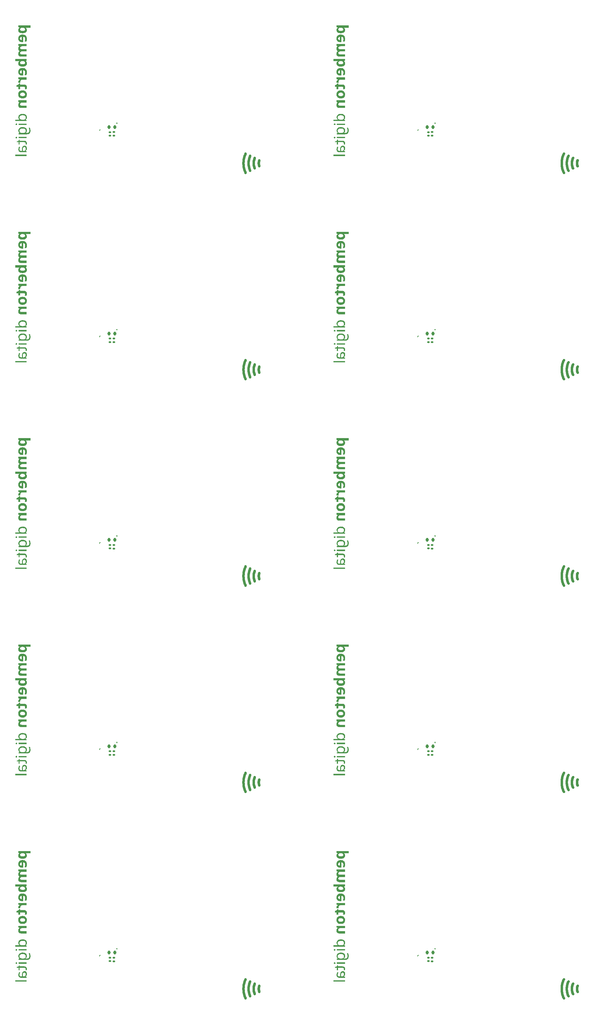
<source format=gbr>
%TF.GenerationSoftware,KiCad,Pcbnew,8.0.5+dfsg-1*%
%TF.CreationDate,2024-09-24T14:54:02+01:00*%
%TF.ProjectId,business card-generic-panel,62757369-6e65-4737-9320-636172642d67,rev?*%
%TF.SameCoordinates,Original*%
%TF.FileFunction,Legend,Bot*%
%TF.FilePolarity,Positive*%
%FSLAX46Y46*%
G04 Gerber Fmt 4.6, Leading zero omitted, Abs format (unit mm)*
G04 Created by KiCad (PCBNEW 8.0.5+dfsg-1) date 2024-09-24 14:54:02*
%MOMM*%
%LPD*%
G01*
G04 APERTURE LIST*
G04 Aperture macros list*
%AMRoundRect*
0 Rectangle with rounded corners*
0 $1 Rounding radius*
0 $2 $3 $4 $5 $6 $7 $8 $9 X,Y pos of 4 corners*
0 Add a 4 corners polygon primitive as box body*
4,1,4,$2,$3,$4,$5,$6,$7,$8,$9,$2,$3,0*
0 Add four circle primitives for the rounded corners*
1,1,$1+$1,$2,$3*
1,1,$1+$1,$4,$5*
1,1,$1+$1,$6,$7*
1,1,$1+$1,$8,$9*
0 Add four rect primitives between the rounded corners*
20,1,$1+$1,$2,$3,$4,$5,0*
20,1,$1+$1,$4,$5,$6,$7,0*
20,1,$1+$1,$6,$7,$8,$9,0*
20,1,$1+$1,$8,$9,$2,$3,0*%
G04 Aperture macros list end*
%ADD10C,0.705555*%
%ADD11C,0.600000*%
%ADD12C,0.375000*%
%ADD13C,0.150000*%
%ADD14C,0.410555*%
%ADD15C,4.200000*%
%ADD16C,2.000000*%
%ADD17RoundRect,0.135000X0.185000X-0.135000X0.185000X0.135000X-0.185000X0.135000X-0.185000X-0.135000X0*%
%ADD18RoundRect,0.140000X0.170000X-0.140000X0.170000X0.140000X-0.170000X0.140000X-0.170000X-0.140000X0*%
%ADD19RoundRect,0.218750X-0.218750X-0.256250X0.218750X-0.256250X0.218750X0.256250X-0.218750X0.256250X0*%
%ADD20R,0.320000X0.400000*%
%ADD21R,0.220000X0.400000*%
%ADD22R,0.400000X0.220000*%
%ADD23C,1.000000*%
G04 APERTURE END LIST*
D10*
X140940255Y-125343005D02*
X140968780Y-125431439D01*
X229301239Y-240085994D02*
X229339686Y-240166575D01*
X138368277Y-122138183D02*
X138310304Y-122296106D01*
X142204571Y-67014369D02*
X142202151Y-67067225D01*
X227643081Y-124853707D02*
X227660634Y-124987617D01*
X229339686Y-65673815D02*
X229301239Y-65760209D01*
X227765985Y-237542066D02*
X227734583Y-237670619D01*
X140810030Y-181895027D02*
X140821192Y-181989249D01*
X226488673Y-297800272D02*
X226542304Y-297959100D01*
X229066835Y-67683265D02*
X229082958Y-67776866D01*
X226222091Y-180991829D02*
X226209853Y-181166288D01*
X229022186Y-238720204D02*
X229023426Y-238813187D01*
X140801348Y-124600805D02*
X140810030Y-124695027D01*
X140968780Y-123223837D02*
X140940255Y-123313021D01*
X139387241Y-296186094D02*
X139397249Y-296319797D01*
X230590300Y-125119685D02*
X230609721Y-125166786D01*
X138310304Y-179496106D02*
X138256673Y-179655683D01*
X227619241Y-124055688D02*
X227613160Y-124187859D01*
X229101561Y-295183780D02*
X229082958Y-295274929D01*
X226202471Y-124142402D02*
X226200000Y-124320168D01*
X226287436Y-180478372D02*
X226260935Y-180647871D01*
X226318588Y-297141193D02*
X226354340Y-297309218D01*
X138162639Y-237179798D02*
X138122340Y-237344336D01*
X141033272Y-297203140D02*
X141069239Y-297285994D01*
X137977853Y-295566288D02*
X137970471Y-295742402D01*
X230433332Y-67120133D02*
X230434151Y-67173437D01*
X140795147Y-181335064D02*
X140791426Y-181427608D01*
X139449804Y-237930104D02*
X139428634Y-238060828D01*
X138055436Y-239771256D02*
X138086588Y-239941193D01*
X140834835Y-296483265D02*
X140850958Y-296576866D01*
X142201332Y-67120133D02*
X142202151Y-67173437D01*
X140999786Y-180335272D02*
X140968780Y-180423837D01*
X142229238Y-124004493D02*
X142220926Y-124056626D01*
X229101561Y-296669848D02*
X229122645Y-296762002D01*
X229146210Y-66202775D02*
X229122645Y-66293045D01*
X227681804Y-237930104D02*
X227660634Y-238060828D01*
X142322143Y-296621142D02*
X142339756Y-296671086D01*
X226600277Y-240915240D02*
X226662538Y-241068538D01*
X230446010Y-295709018D02*
X230440541Y-295761616D01*
X138497037Y-64627298D02*
X138430538Y-64781914D01*
X138207434Y-126038913D02*
X138256673Y-126200272D01*
X226202471Y-181698320D02*
X226209853Y-181875491D01*
X227706488Y-295000000D02*
X227681804Y-295130104D01*
X140890645Y-123493045D02*
X140869561Y-123583780D01*
X138122340Y-297309218D02*
X138162639Y-297475177D01*
X139736987Y-179715316D02*
X139690599Y-179838186D01*
X142249839Y-296356694D02*
X142262026Y-296411031D01*
X230609721Y-66308744D02*
X230590300Y-66355451D01*
X230481839Y-67556694D02*
X230494026Y-67611031D01*
X227629249Y-67519797D02*
X227643081Y-67653707D01*
X227660634Y-296587617D02*
X227681804Y-296721320D01*
X141033272Y-65847379D02*
X140999786Y-65935272D01*
X140791426Y-67027608D02*
X140790186Y-67120204D01*
X138207434Y-68838913D02*
X138256673Y-69000272D01*
X230446010Y-181309018D02*
X230440541Y-181361616D01*
X140821192Y-181058260D02*
X140810030Y-181150338D01*
X230461238Y-181204493D02*
X230452926Y-181256626D01*
X229022186Y-124320204D02*
X229023426Y-124413187D01*
X139397249Y-295523723D02*
X139387241Y-295655688D01*
X142377721Y-180708744D02*
X142358300Y-180755451D01*
X227619241Y-66855688D02*
X227613160Y-66987859D01*
X139387241Y-66855688D02*
X139381160Y-66987859D01*
X229146210Y-295002775D02*
X229122645Y-295093045D01*
X230436571Y-295814369D02*
X230434151Y-295867225D01*
X230521914Y-124917844D02*
X230537512Y-124970010D01*
X138368277Y-183715240D02*
X138430538Y-183868538D01*
X228018062Y-183481240D02*
X228069722Y-183601508D01*
X229339686Y-294473815D02*
X229301239Y-294560209D01*
X138207434Y-240438913D02*
X138256673Y-240600272D01*
X227681804Y-180730104D02*
X227660634Y-180860828D01*
X140890645Y-182362002D02*
X140914210Y-182453123D01*
X139474488Y-66200000D02*
X139449804Y-66330104D01*
X229200780Y-68231439D02*
X229231786Y-68318220D01*
X140801348Y-295642624D02*
X140795147Y-295735064D01*
X226729037Y-121827298D02*
X226662538Y-121981914D01*
X137970471Y-124142402D02*
X137968000Y-124320168D01*
X229066835Y-238166439D02*
X229053192Y-238258260D01*
X139502583Y-296987279D02*
X139533985Y-297119121D01*
X230571756Y-180802933D02*
X230554143Y-180851139D01*
X229200780Y-297031439D02*
X229231786Y-297118220D01*
X226318588Y-294710527D02*
X226287436Y-294878372D01*
X138162639Y-122779798D02*
X138122340Y-122944336D01*
X227706488Y-68054609D02*
X227734583Y-68187279D01*
X140940255Y-180513021D02*
X140914210Y-180602775D01*
X142208541Y-295761616D02*
X142204571Y-295814369D01*
X230494026Y-296411031D02*
X230507402Y-296464799D01*
X229265272Y-294647379D02*
X229231786Y-294735272D01*
X142204571Y-238827413D02*
X142208541Y-238881906D01*
X139606297Y-240179499D02*
X139647001Y-240307621D01*
X229122645Y-182362002D02*
X229146210Y-182453123D01*
X229023426Y-181427608D02*
X229022186Y-181520204D01*
X226354340Y-237344336D02*
X226318588Y-237510527D01*
X142229238Y-295604493D02*
X142220926Y-295656626D01*
X139736987Y-122515316D02*
X139690599Y-122638186D01*
X138007136Y-295219023D02*
X137990091Y-295391829D01*
X139411081Y-123792069D02*
X139397249Y-123923723D01*
X138007136Y-125026267D02*
X138028935Y-125199563D01*
X139647001Y-294362399D02*
X139606297Y-294487852D01*
X142214010Y-67336760D02*
X142220926Y-67391821D01*
X139647001Y-297507621D02*
X139690599Y-297634090D01*
X140869561Y-182269848D02*
X140890645Y-182362002D01*
X226260935Y-67999563D02*
X226287436Y-68171256D01*
X142202151Y-181467225D02*
X142201332Y-181520133D01*
X230494026Y-67611031D02*
X230507402Y-67664799D01*
X138368277Y-236538183D02*
X138310304Y-236696106D01*
X142289914Y-123749513D02*
X142275402Y-123799579D01*
X229027147Y-295735064D02*
X229023426Y-295827608D01*
X230521914Y-123749513D02*
X230507402Y-123799579D01*
X140940255Y-182543005D02*
X140968780Y-182631439D01*
X226354340Y-180144336D02*
X226318588Y-180310527D01*
X140869561Y-125069848D02*
X140890645Y-125162002D01*
X140914210Y-125253123D02*
X140940255Y-125343005D01*
X226729037Y-241218839D02*
X226799722Y-241365987D01*
X139449804Y-66330104D02*
X139428634Y-66460828D01*
X138007136Y-182226267D02*
X138028935Y-182399563D01*
X138162639Y-68675177D02*
X138207434Y-68838913D01*
X229023426Y-238813187D02*
X229027147Y-238906789D01*
X139474488Y-237800000D02*
X139449804Y-237930104D01*
X227765985Y-294742066D02*
X227734583Y-294870619D01*
X229027147Y-238906789D02*
X229033348Y-239000805D01*
X226729037Y-64627298D02*
X226662538Y-64781914D01*
X226394639Y-68675177D02*
X226439434Y-68838913D01*
X139736987Y-294115316D02*
X139690599Y-294238186D01*
X226318588Y-182741193D02*
X226354340Y-182909218D01*
X140790186Y-295920204D02*
X140791426Y-296013187D01*
X140821192Y-239189249D02*
X140834835Y-239283265D01*
X230521914Y-295349513D02*
X230507402Y-295399579D01*
X230507402Y-295399579D02*
X230494026Y-295450162D01*
X138497037Y-298418839D02*
X138567722Y-298565987D01*
X142305512Y-296570010D02*
X142322143Y-296621142D01*
X226354340Y-68509218D02*
X226394639Y-68675177D01*
X142322143Y-125021142D02*
X142339756Y-125071086D01*
X226729037Y-126818839D02*
X226799722Y-126965987D01*
X228069722Y-236674022D02*
X228018062Y-236793894D01*
X230433332Y-124320133D02*
X230434151Y-124373437D01*
X229042030Y-295550338D02*
X229033348Y-295642624D01*
X140791426Y-124413187D02*
X140795147Y-124506789D01*
X138007136Y-238019023D02*
X137990091Y-238191829D01*
X137990091Y-123791829D02*
X137977853Y-123966288D01*
X229082958Y-238074929D02*
X229066835Y-238166439D01*
X229146210Y-125253123D02*
X229172255Y-125343005D01*
X226209853Y-123966288D02*
X226202471Y-124142402D01*
X227681804Y-123530104D02*
X227660634Y-123660828D01*
X139533985Y-237542066D02*
X139502583Y-237670619D01*
X142238893Y-181901943D02*
X142249839Y-181956694D01*
X230537512Y-239370010D02*
X230554143Y-239421142D01*
X227643081Y-296453707D02*
X227660634Y-296587617D01*
X139411081Y-238192069D02*
X139397249Y-238323723D01*
X230440541Y-181681906D02*
X230446010Y-181736760D01*
X140801348Y-66842624D02*
X140795147Y-66935064D01*
X229027147Y-124506789D02*
X229033348Y-124600805D01*
X139837722Y-65074022D02*
X139786062Y-65193894D01*
X226318588Y-239941193D02*
X226354340Y-240109218D01*
X142208541Y-67281906D02*
X142214010Y-67336760D01*
X226600277Y-183715240D02*
X226662538Y-183868538D01*
X140810030Y-296295027D02*
X140821192Y-296389249D01*
X142262026Y-66650162D02*
X142249839Y-66701210D01*
X139397249Y-296319797D02*
X139411081Y-296453707D01*
X229231786Y-123135272D02*
X229200780Y-123223837D01*
X229027147Y-124135064D02*
X229023426Y-124227608D01*
X140790186Y-238720204D02*
X140791426Y-238813187D01*
X226542304Y-297959100D02*
X226600277Y-298115240D01*
X140869561Y-123583780D02*
X140850958Y-123674929D01*
X226354340Y-122944336D02*
X226318588Y-123110527D01*
X230609721Y-180708744D02*
X230554143Y-180851139D01*
X139379110Y-238720133D02*
X139381160Y-238852803D01*
X139837722Y-236674022D02*
X139786062Y-236793894D01*
X226209853Y-295566288D02*
X226202471Y-295742402D01*
X142322143Y-239421142D02*
X142339756Y-239471086D01*
X139690599Y-237038186D02*
X139647001Y-237162399D01*
X230521914Y-296517844D02*
X230537512Y-296570010D01*
X138007136Y-239426267D02*
X138028935Y-239599563D01*
X142305512Y-66500016D02*
X142289914Y-66549513D01*
X142220926Y-124056626D02*
X142214010Y-124109018D01*
X229082958Y-67776866D02*
X229101561Y-67869848D01*
X229122645Y-66293045D02*
X229101561Y-66383780D01*
X228069722Y-122274022D02*
X227968987Y-122515316D01*
X142229238Y-67446934D02*
X142238893Y-67501943D01*
X142208541Y-66961616D02*
X142204571Y-67014369D01*
X230433332Y-181520133D02*
X230434151Y-181573437D01*
X230507402Y-182064799D02*
X230521914Y-182117844D01*
X140914210Y-237802775D02*
X140890645Y-237893045D01*
X142204571Y-67227413D02*
X142208541Y-67281906D01*
X230446010Y-296136760D02*
X230452926Y-296191821D01*
X230609721Y-237908744D02*
X230554143Y-238051139D01*
X227643081Y-239253707D02*
X227660634Y-239387617D01*
X230554143Y-296621142D02*
X230571756Y-296671086D01*
X230521914Y-239317844D02*
X230537512Y-239370010D01*
X227643081Y-238192069D02*
X227629249Y-238323723D01*
X230440541Y-66961616D02*
X230436571Y-67014369D01*
X139428634Y-239387617D02*
X139449804Y-239521320D01*
X139690599Y-65438186D02*
X139647001Y-65562399D01*
X142204571Y-181627413D02*
X142208541Y-181681906D01*
X138122340Y-122944336D02*
X138086588Y-123110527D01*
X229172255Y-294913021D02*
X229146210Y-295002775D01*
X229172255Y-239743005D02*
X229200780Y-239831439D01*
X140795147Y-238535064D02*
X140791426Y-238627608D01*
X230590300Y-296719685D02*
X230609721Y-296766786D01*
X229082958Y-124976866D02*
X229101561Y-125069848D01*
X226662538Y-121981914D02*
X226600277Y-122138183D01*
X227734583Y-123270619D02*
X227706488Y-123400000D01*
X139428634Y-67787617D02*
X139449804Y-67921320D01*
X138256673Y-183400272D02*
X138310304Y-183559100D01*
X227838297Y-237287852D02*
X227800591Y-237414442D01*
X142322143Y-66451139D02*
X142305512Y-66500016D01*
X138007136Y-123619023D02*
X137990091Y-123791829D01*
X226542304Y-293896106D02*
X226488673Y-294055683D01*
X228018062Y-122393894D02*
X227968987Y-122515316D01*
X229265272Y-123047379D02*
X229231786Y-123135272D01*
X142358300Y-239519685D02*
X142377721Y-239566786D01*
X137990091Y-67651525D02*
X138007136Y-67826267D01*
X230436571Y-296027413D02*
X230440541Y-296081906D01*
X227800591Y-182849930D02*
X227838297Y-182979499D01*
X230446010Y-124109018D02*
X230440541Y-124161616D01*
X230470893Y-239101943D02*
X230481839Y-239156694D01*
X139647001Y-122762399D02*
X139606297Y-122887852D01*
X142339756Y-238002933D02*
X142322143Y-238051139D01*
X140914210Y-66202775D02*
X140890645Y-66293045D01*
X141107686Y-122873815D02*
X141069239Y-122960209D01*
X139786062Y-179593894D02*
X139736987Y-179715316D01*
X229265272Y-180247379D02*
X229231786Y-180335272D01*
X140810030Y-124695027D02*
X140821192Y-124789249D01*
X142358300Y-296719685D02*
X142377721Y-296766786D01*
X140795147Y-124135064D02*
X140791426Y-124227608D01*
X139690599Y-297634090D02*
X139736987Y-297758698D01*
X229172255Y-180513021D02*
X229146210Y-180602775D01*
X139381160Y-124452803D02*
X139387241Y-124586094D01*
X226542304Y-126359100D02*
X226600277Y-126515240D01*
X142262026Y-124811031D02*
X142275402Y-124864799D01*
X142202151Y-124373437D02*
X142204571Y-124427413D01*
X226260935Y-295047871D02*
X226239136Y-295219023D01*
X138207434Y-237016914D02*
X138162639Y-237179798D01*
X227643081Y-66592069D02*
X227629249Y-66723723D01*
X138055436Y-182571256D02*
X138086588Y-182741193D01*
X226260935Y-239599563D02*
X226287436Y-239771256D01*
X142289914Y-296517844D02*
X142305512Y-296570010D01*
X139502583Y-123270619D02*
X139474488Y-123400000D01*
X140999786Y-237535272D02*
X140968780Y-237623837D01*
X226318588Y-125541193D02*
X226354340Y-125709218D01*
X230461238Y-238404493D02*
X230452926Y-238456626D01*
X141033272Y-123047379D02*
X140999786Y-123135272D01*
X229301239Y-182885994D02*
X229339686Y-182966575D01*
X142238893Y-296301943D02*
X142249839Y-296356694D01*
X229265272Y-297203140D02*
X229301239Y-297285994D01*
X229066835Y-239283265D02*
X229082958Y-239376866D01*
X140834835Y-180966439D02*
X140821192Y-181058260D01*
X139387241Y-295655688D02*
X139381160Y-295787859D01*
X226799722Y-121674336D02*
X226729037Y-121827298D01*
X140791426Y-181613187D02*
X140795147Y-181706789D01*
X230554143Y-125021142D02*
X230571756Y-125071086D01*
X142249839Y-238301210D02*
X142238893Y-238352671D01*
X138122340Y-182909218D02*
X138162639Y-183075177D01*
X142305512Y-124970010D02*
X142322143Y-125021142D01*
X140834835Y-67683265D02*
X140850958Y-67776866D01*
X227838297Y-180087852D02*
X227800591Y-180214442D01*
X137977853Y-181875491D02*
X137990091Y-182051525D01*
X138256673Y-65255683D02*
X138207434Y-65416914D01*
X140795147Y-66935064D02*
X140791426Y-67027608D01*
X142202151Y-67067225D02*
X142201332Y-67120133D01*
X142208541Y-238561616D02*
X142204571Y-238614369D01*
X226202471Y-67298320D02*
X226209853Y-67475491D01*
X139647001Y-68707621D02*
X139690599Y-68834090D01*
X142249839Y-67556694D02*
X142262026Y-67611031D01*
X230481839Y-295501210D02*
X230470893Y-295552671D01*
X230440541Y-124161616D02*
X230436571Y-124214369D01*
X142322143Y-123651139D02*
X142305512Y-123700016D01*
X227629249Y-124719797D02*
X227643081Y-124853707D01*
X226488673Y-236855683D02*
X226439434Y-237016914D01*
X229231786Y-65935272D02*
X229200780Y-66023837D01*
X229022186Y-295920204D02*
X229023426Y-296013187D01*
X139568591Y-294614442D02*
X139533985Y-294742066D01*
X230446010Y-238936760D02*
X230452926Y-238991821D01*
X138207434Y-122616914D02*
X138162639Y-122779798D01*
X142220926Y-238456626D02*
X142214010Y-238509018D01*
X138086588Y-239941193D02*
X138122340Y-240109218D01*
X142305512Y-295300016D02*
X142289914Y-295349513D01*
X229027147Y-66935064D02*
X229023426Y-67027608D01*
X227922599Y-65438186D02*
X227879001Y-65562399D01*
X139568591Y-125649930D02*
X139606297Y-125779499D01*
X229082958Y-182176866D02*
X229101561Y-182269848D01*
X227629249Y-295523723D02*
X227619241Y-295655688D01*
X229042030Y-67495027D02*
X229053192Y-67589249D01*
X229082958Y-295274929D02*
X229066835Y-295366439D01*
X226488673Y-122455683D02*
X226439434Y-122616914D01*
X230436571Y-238614369D02*
X230434151Y-238667225D01*
X227968987Y-65315316D02*
X227922599Y-65438186D01*
X142305512Y-123700016D02*
X142289914Y-123749513D01*
X139786062Y-293993894D02*
X139736987Y-294115316D01*
X227765985Y-239919121D02*
X227800591Y-240049930D01*
X142358300Y-237955451D02*
X142339756Y-238002933D01*
X142220926Y-238991821D02*
X142229238Y-239046934D01*
X229231786Y-297118220D02*
X229265272Y-297203140D01*
X230537512Y-296570010D02*
X230554143Y-296621142D01*
X142214010Y-181309018D02*
X142208541Y-181361616D01*
X230571756Y-295202933D02*
X230554143Y-295251139D01*
X230571756Y-296671086D02*
X230590300Y-296719685D01*
X140968780Y-66023837D02*
X140940255Y-66113021D01*
X140821192Y-67589249D02*
X140834835Y-67683265D01*
X227706488Y-296854609D02*
X227734583Y-296987279D01*
X230494026Y-182011031D02*
X230507402Y-182064799D01*
X226354340Y-294544336D02*
X226318588Y-294710527D01*
X142204571Y-181414369D02*
X142202151Y-181467225D01*
X230481839Y-181956694D02*
X230494026Y-182011031D01*
X227643081Y-182053707D02*
X227660634Y-182187617D01*
X230590300Y-295155451D02*
X230571756Y-295202933D01*
X139606297Y-294487852D02*
X139568591Y-294614442D01*
X138162639Y-297475177D02*
X138207434Y-297638913D01*
X139502583Y-182587279D02*
X139533985Y-182719121D01*
X226318588Y-65910527D02*
X226287436Y-66078372D01*
X142220926Y-296191821D02*
X142229238Y-296246934D01*
X139606297Y-125779499D02*
X139647001Y-125907621D01*
X139411081Y-239253707D02*
X139428634Y-239387617D01*
X229231786Y-180335272D02*
X229200780Y-180423837D01*
X138368277Y-64938183D02*
X138310304Y-65096106D01*
X230452926Y-124056626D02*
X230446010Y-124109018D01*
X230461238Y-67446934D02*
X230470893Y-67501943D01*
X227613160Y-296052803D02*
X227619241Y-296186094D01*
X139647001Y-125907621D02*
X139690599Y-126034090D01*
X229027147Y-181706789D02*
X229033348Y-181800805D01*
X230470893Y-67501943D02*
X230481839Y-67556694D01*
X226318588Y-237510527D02*
X226287436Y-237678372D01*
X226260935Y-237847871D02*
X226239136Y-238019023D01*
X229101561Y-180783780D02*
X229082958Y-180874929D01*
X138086588Y-68341193D02*
X138122340Y-68509218D01*
X230537512Y-66500016D02*
X230521914Y-66549513D01*
X229101561Y-182269848D02*
X229122645Y-182362002D01*
X141069239Y-237360209D02*
X141033272Y-237447379D01*
X139568591Y-297249930D02*
X139606297Y-297379499D01*
X227681804Y-239521320D02*
X227706488Y-239654609D01*
X226209853Y-239075491D02*
X226222091Y-239251525D01*
X226600277Y-126515240D02*
X226662538Y-126668538D01*
X139411081Y-182053707D02*
X139428634Y-182187617D01*
X142214010Y-296136760D02*
X142220926Y-296191821D01*
X138122340Y-68509218D02*
X138162639Y-68675177D01*
X230440541Y-295761616D02*
X230436571Y-295814369D01*
X142305512Y-67770010D02*
X142322143Y-67821142D01*
X138567722Y-121674336D02*
X138497037Y-121827298D01*
X230470893Y-66752671D02*
X230461238Y-66804493D01*
X226729037Y-236227298D02*
X226662538Y-236381914D01*
X229231786Y-294735272D02*
X229200780Y-294823837D01*
X227681804Y-125121320D02*
X227706488Y-125254609D01*
X139379110Y-181520133D02*
X139381160Y-181652803D01*
X229265272Y-237447379D02*
X229231786Y-237535272D01*
X142377721Y-66308744D02*
X142358300Y-66355451D01*
X226542304Y-122296106D02*
X226488673Y-122455683D01*
X227660634Y-66460828D02*
X227643081Y-66592069D01*
X138310304Y-65096106D02*
X138256673Y-65255683D01*
X139736987Y-126158698D02*
X139786062Y-126281240D01*
X226202471Y-296098320D02*
X226209853Y-296275491D01*
X142262026Y-238250162D02*
X142249839Y-238301210D01*
X226239136Y-182226267D02*
X226260935Y-182399563D01*
X230436571Y-238827413D02*
X230440541Y-238881906D01*
X140810030Y-123950338D02*
X140801348Y-124042624D01*
X230436571Y-124427413D02*
X230440541Y-124481906D01*
X138497037Y-241218839D02*
X138567722Y-241365987D01*
X139690599Y-294238186D02*
X139647001Y-294362399D01*
X141069239Y-68485994D02*
X141107686Y-68566575D01*
X228018062Y-126281240D02*
X228069722Y-126401508D01*
X229027147Y-67306789D02*
X229033348Y-67400805D01*
X139786062Y-297881240D02*
X139837722Y-298001508D01*
X229053192Y-181058260D02*
X229042030Y-181150338D01*
X142305512Y-238100016D02*
X142289914Y-238149513D01*
X227660634Y-238060828D02*
X227643081Y-238192069D01*
X226200000Y-67120168D02*
X226202471Y-67298320D01*
X226729037Y-179027298D02*
X226662538Y-179181914D01*
X229265272Y-125603140D02*
X229301239Y-125685994D01*
X142238893Y-123952671D02*
X142229238Y-124004493D01*
X226600277Y-122138183D02*
X226542304Y-122296106D01*
X229172255Y-296943005D02*
X229200780Y-297031439D01*
X142238893Y-295552671D02*
X142229238Y-295604493D01*
X140940255Y-294913021D02*
X140914210Y-295002775D01*
X227800591Y-237414442D02*
X227765985Y-237542066D01*
X230554143Y-238051139D02*
X230537512Y-238100016D01*
X228018062Y-236793894D02*
X227968987Y-236915316D01*
X230440541Y-296081906D02*
X230446010Y-296136760D01*
X229033348Y-67400805D02*
X229042030Y-67495027D01*
X138122340Y-65744336D02*
X138086588Y-65910527D01*
X140890645Y-125162002D02*
X140914210Y-125253123D01*
X142262026Y-239211031D02*
X142275402Y-239264799D01*
X137970471Y-238542402D02*
X137968000Y-238720168D01*
X227734583Y-239787279D02*
X227765985Y-239919121D01*
X229146210Y-182453123D02*
X229172255Y-182543005D01*
X139533985Y-123142066D02*
X139502583Y-123270619D01*
X137970471Y-181698320D02*
X137977853Y-181875491D01*
X230434151Y-67173437D02*
X230436571Y-67227413D01*
X138055436Y-125371256D02*
X138086588Y-125541193D01*
X139533985Y-65942066D02*
X139502583Y-66070619D01*
X227968987Y-236915316D02*
X227922599Y-237038186D01*
X229122645Y-180693045D02*
X229101561Y-180783780D01*
X139533985Y-180342066D02*
X139502583Y-180470619D01*
X137977853Y-296275491D02*
X137990091Y-296451525D01*
X138028935Y-239599563D02*
X138055436Y-239771256D01*
X227838297Y-294487852D02*
X227800591Y-294614442D01*
X140850958Y-182176866D02*
X140869561Y-182269848D01*
X140999786Y-68318220D02*
X141033272Y-68403140D01*
X230452926Y-238456626D02*
X230446010Y-238509018D01*
X228018062Y-293993894D02*
X227968987Y-294115316D01*
X227734583Y-125387279D02*
X227765985Y-125519121D01*
X139387241Y-238986094D02*
X139397249Y-239119797D01*
X138162639Y-240275177D02*
X138207434Y-240438913D01*
X226222091Y-67651525D02*
X226239136Y-67826267D01*
X141033272Y-68403140D02*
X141069239Y-68485994D01*
X226439434Y-240438913D02*
X226488673Y-240600272D01*
X226260935Y-182399563D02*
X226287436Y-182571256D01*
X226202471Y-238542402D02*
X226200000Y-238720168D01*
X138256673Y-122455683D02*
X138207434Y-122616914D01*
X229146210Y-296853123D02*
X229172255Y-296943005D01*
X142204571Y-124427413D02*
X142208541Y-124481906D01*
X140869561Y-296669848D02*
X140890645Y-296762002D01*
X227643081Y-123792069D02*
X227629249Y-123923723D01*
X229053192Y-239189249D02*
X229066835Y-239283265D01*
X140999786Y-65935272D02*
X140968780Y-66023837D01*
X227838297Y-65687852D02*
X227800591Y-65814442D01*
X226239136Y-295219023D02*
X226222091Y-295391829D01*
X138207434Y-179816914D02*
X138162639Y-179979798D01*
X230507402Y-239264799D02*
X230521914Y-239317844D01*
X138497037Y-121827298D02*
X138430538Y-121981914D01*
X140791426Y-181427608D02*
X140790186Y-181520204D01*
X227922599Y-68834090D02*
X227968987Y-68958698D01*
X142358300Y-182319685D02*
X142377721Y-182366786D01*
X227643081Y-67653707D02*
X227660634Y-67787617D01*
X229066835Y-124883265D02*
X229082958Y-124976866D01*
X139381160Y-238852803D02*
X139387241Y-238986094D01*
X229172255Y-66113021D02*
X229146210Y-66202775D01*
X138207434Y-294216914D02*
X138162639Y-294379798D01*
X229042030Y-66750338D02*
X229033348Y-66842624D01*
X138368277Y-240915240D02*
X138430538Y-241068538D01*
X226729037Y-184018839D02*
X226799722Y-184165987D01*
X229053192Y-123858260D02*
X229042030Y-123950338D01*
X226799722Y-64474336D02*
X226729037Y-64627298D01*
X229053192Y-67589249D02*
X229066835Y-67683265D01*
X142339756Y-182271086D02*
X142358300Y-182319685D01*
X230554143Y-295251139D02*
X230537512Y-295300016D01*
X227629249Y-239119797D02*
X227643081Y-239253707D01*
X139397249Y-181919797D02*
X139411081Y-182053707D01*
X229146210Y-180602775D02*
X229122645Y-180693045D01*
X139381160Y-124187859D02*
X139379110Y-124320133D01*
X137968000Y-295920168D02*
X137970471Y-296098320D01*
X227879001Y-68707621D02*
X227922599Y-68834090D01*
X140791426Y-238627608D02*
X140790186Y-238720204D01*
X229122645Y-125162002D02*
X229146210Y-125253123D01*
X138122340Y-294544336D02*
X138086588Y-294710527D01*
X230554143Y-66451139D02*
X230537512Y-66500016D01*
X138310304Y-240759100D02*
X138368277Y-240915240D01*
X229301239Y-180160209D02*
X229265272Y-180247379D01*
X140810030Y-238350338D02*
X140801348Y-238442624D01*
X140810030Y-181150338D02*
X140801348Y-181242624D01*
X227734583Y-182587279D02*
X227765985Y-182719121D01*
X229033348Y-124042624D02*
X229027147Y-124135064D01*
X227968987Y-294115316D02*
X227922599Y-294238186D01*
X138497037Y-69618839D02*
X138567722Y-69765987D01*
X142249839Y-124756694D02*
X142262026Y-124811031D01*
X230436571Y-67014369D02*
X230434151Y-67067225D01*
X142339756Y-123602933D02*
X142322143Y-123651139D01*
X139568591Y-65814442D02*
X139533985Y-65942066D01*
X227922599Y-240434090D02*
X227968987Y-240558698D01*
X229101561Y-239469848D02*
X229122645Y-239562002D01*
X142262026Y-296411031D02*
X142275402Y-296464799D01*
X226260935Y-66247871D02*
X226239136Y-66419023D01*
X142262026Y-123850162D02*
X142249839Y-123901210D01*
X142201332Y-295920133D02*
X142202151Y-295973437D01*
X142208541Y-238881906D02*
X142214010Y-238936760D01*
X227613160Y-181652803D02*
X227619241Y-181786094D01*
X140968780Y-125431439D02*
X140999786Y-125518220D01*
X227706488Y-239654609D02*
X227734583Y-239787279D01*
X229122645Y-296762002D02*
X229146210Y-296853123D01*
X228069722Y-179474022D02*
X227968987Y-179715316D01*
X230470893Y-181901943D02*
X230481839Y-181956694D01*
X230461238Y-295604493D02*
X230452926Y-295656626D01*
X230470893Y-123952671D02*
X230461238Y-124004493D01*
X230571756Y-238002933D02*
X230554143Y-238051139D01*
X139428634Y-124987617D02*
X139449804Y-125121320D01*
X229023426Y-295827608D02*
X229022186Y-295920204D01*
X139428634Y-182187617D02*
X139449804Y-182321320D01*
X139397249Y-66723723D02*
X139387241Y-66855688D01*
X138055436Y-68171256D02*
X138086588Y-68341193D01*
X139647001Y-183107621D02*
X139690599Y-183234090D01*
X138567722Y-64474336D02*
X138497037Y-64627298D01*
X230590300Y-67919685D02*
X230609721Y-67966786D01*
X138028935Y-66247871D02*
X138007136Y-66419023D01*
X140850958Y-123674929D02*
X140834835Y-123766439D01*
X139397249Y-238323723D02*
X139387241Y-238455688D01*
X139606297Y-297379499D02*
X139647001Y-297507621D01*
X139381160Y-181387859D02*
X139379110Y-181520133D01*
X227765985Y-123142066D02*
X227734583Y-123270619D01*
X137977853Y-123966288D02*
X137970471Y-124142402D01*
X230609721Y-123508744D02*
X230590300Y-123555451D01*
X142220926Y-295656626D02*
X142214010Y-295709018D01*
X139533985Y-182719121D02*
X139568591Y-182849930D01*
X138162639Y-125875177D02*
X138207434Y-126038913D01*
X228069722Y-236674022D02*
X227968987Y-236915316D01*
X139387241Y-67386094D02*
X139397249Y-67519797D01*
X139411081Y-295392069D02*
X139397249Y-295523723D01*
X229231786Y-125518220D02*
X229265272Y-125603140D01*
X229066835Y-182083265D02*
X229082958Y-182176866D01*
X230494026Y-181050162D02*
X230481839Y-181101210D01*
X140795147Y-124506789D02*
X140801348Y-124600805D01*
X139449804Y-239521320D02*
X139474488Y-239654609D01*
X229033348Y-295642624D02*
X229027147Y-295735064D01*
X230537512Y-182170010D02*
X230554143Y-182221142D01*
X230446010Y-124536760D02*
X230452926Y-124591821D01*
X229301239Y-297285994D02*
X229339686Y-297366575D01*
X229265272Y-68403140D02*
X229301239Y-68485994D01*
X139381160Y-181652803D02*
X139387241Y-181786094D01*
X139786062Y-65193894D02*
X139736987Y-65315316D01*
X229200780Y-294823837D02*
X229172255Y-294913021D01*
X230494026Y-295450162D02*
X230481839Y-295501210D01*
X142275402Y-296464799D02*
X142289914Y-296517844D01*
X229082958Y-123674929D02*
X229066835Y-123766439D01*
X229066835Y-123766439D02*
X229053192Y-123858260D01*
X140850958Y-67776866D02*
X140869561Y-67869848D01*
X140914210Y-123402775D02*
X140890645Y-123493045D01*
X142220926Y-67391821D02*
X142229238Y-67446934D01*
X140914210Y-296853123D02*
X140940255Y-296943005D01*
X230494026Y-239211031D02*
X230507402Y-239264799D01*
X230571756Y-182271086D02*
X230590300Y-182319685D01*
X226222091Y-66591829D02*
X226209853Y-66766288D01*
X226662538Y-236381914D02*
X226600277Y-236538183D01*
X142358300Y-125119685D02*
X142377721Y-125166786D01*
X229172255Y-237713021D02*
X229146210Y-237802775D01*
X141033272Y-125603140D02*
X141069239Y-125685994D01*
X228018062Y-69081240D02*
X228069722Y-69201508D01*
X137977853Y-181166288D02*
X137970471Y-181342402D01*
X140810030Y-66750338D02*
X140801348Y-66842624D01*
X137990091Y-295391829D02*
X137977853Y-295566288D01*
X139837722Y-179474022D02*
X139736987Y-179715316D01*
X227619241Y-181255688D02*
X227613160Y-181387859D01*
X227611110Y-181520133D02*
X227613160Y-181652803D01*
X139736987Y-68958698D02*
X139786062Y-69081240D01*
X140821192Y-66658260D02*
X140810030Y-66750338D01*
X226354340Y-240109218D02*
X226394639Y-240275177D01*
X139474488Y-239654609D02*
X139502583Y-239787279D01*
X142339756Y-239471086D02*
X142358300Y-239519685D01*
X230434151Y-124267225D02*
X230433332Y-124320133D01*
X230452926Y-295656626D02*
X230446010Y-295709018D01*
X140821192Y-124789249D02*
X140834835Y-124883265D01*
X230470893Y-181152671D02*
X230461238Y-181204493D01*
X139449804Y-180730104D02*
X139428634Y-180860828D01*
X230470893Y-295552671D02*
X230461238Y-295604493D01*
X139474488Y-182454609D02*
X139502583Y-182587279D01*
X226260935Y-180647871D02*
X226239136Y-180819023D01*
X229265272Y-240003140D02*
X229301239Y-240085994D01*
X138430538Y-64781914D02*
X138368277Y-64938183D01*
X226662538Y-241068538D02*
X226729037Y-241218839D01*
X142208541Y-296081906D02*
X142214010Y-296136760D01*
X226394639Y-65579798D02*
X226354340Y-65744336D01*
X139381160Y-295787859D02*
X139379110Y-295920133D01*
X138007136Y-67826267D02*
X138028935Y-67999563D01*
X226354340Y-182909218D02*
X226394639Y-183075177D01*
X229023426Y-181613187D02*
X229027147Y-181706789D01*
X230590300Y-180755451D02*
X230571756Y-180802933D01*
X229122645Y-123493045D02*
X229101561Y-123583780D01*
X137990091Y-296451525D02*
X138007136Y-296626267D01*
X230440541Y-67281906D02*
X230446010Y-67336760D01*
X137970471Y-295742402D02*
X137968000Y-295920168D01*
X138310304Y-236696106D02*
X138256673Y-236855683D01*
X139449804Y-67921320D02*
X139474488Y-68054609D01*
X137990091Y-180991829D02*
X137977853Y-181166288D01*
X140940255Y-296943005D02*
X140968780Y-297031439D01*
X230590300Y-237955451D02*
X230571756Y-238002933D01*
X138310304Y-293896106D02*
X138256673Y-294055683D01*
X227660634Y-239387617D02*
X227681804Y-239521320D01*
X138162639Y-294379798D02*
X138122340Y-294544336D01*
X227800591Y-68449930D02*
X227838297Y-68579499D01*
X141069239Y-294560209D02*
X141033272Y-294647379D01*
X139786062Y-126281240D02*
X139837722Y-126401508D01*
X226488673Y-294055683D02*
X226439434Y-294216914D01*
X229027147Y-181335064D02*
X229023426Y-181427608D01*
X137990091Y-182051525D02*
X138007136Y-182226267D01*
X138086588Y-297141193D02*
X138122340Y-297309218D01*
X138497037Y-236227298D02*
X138430538Y-236381914D01*
X140869561Y-67869848D02*
X140890645Y-67962002D01*
X227619241Y-295655688D02*
X227613160Y-295787859D01*
X141033272Y-294647379D02*
X140999786Y-294735272D01*
X137990091Y-239251525D02*
X138007136Y-239426267D01*
X138430538Y-126668538D02*
X138497037Y-126818839D01*
X230537512Y-180900016D02*
X230521914Y-180949513D01*
X226354340Y-125709218D02*
X226394639Y-125875177D01*
X230590300Y-182319685D02*
X230609721Y-182366786D01*
X230571756Y-123602933D02*
X230554143Y-123651139D01*
X226488673Y-179655683D02*
X226439434Y-179816914D01*
X139428634Y-295260828D02*
X139411081Y-295392069D01*
X227734583Y-66070619D02*
X227706488Y-66200000D01*
X137990091Y-124851525D02*
X138007136Y-125026267D01*
X229200780Y-180423837D02*
X229172255Y-180513021D01*
X138028935Y-125199563D02*
X138055436Y-125371256D01*
X139606297Y-182979499D02*
X139647001Y-183107621D01*
X229033348Y-238442624D02*
X229027147Y-238535064D01*
X226287436Y-237678372D02*
X226260935Y-237847871D01*
X140850958Y-66474929D02*
X140834835Y-66566439D01*
X139736987Y-297758698D02*
X139786062Y-297881240D01*
X228069722Y-179474022D02*
X228018062Y-179593894D01*
X229101561Y-67869848D02*
X229122645Y-67962002D01*
X139387241Y-181786094D02*
X139397249Y-181919797D01*
X227706488Y-237800000D02*
X227681804Y-237930104D01*
X230434151Y-181467225D02*
X230433332Y-181520133D01*
X140869561Y-295183780D02*
X140850958Y-295274929D01*
X142238893Y-238352671D02*
X142229238Y-238404493D01*
X226439434Y-68838913D02*
X226488673Y-69000272D01*
X230446010Y-181736760D02*
X230452926Y-181791821D01*
X230436571Y-124214369D02*
X230434151Y-124267225D01*
X230507402Y-238199579D02*
X230494026Y-238250162D01*
X140968780Y-180423837D02*
X140940255Y-180513021D01*
X230537512Y-67770010D02*
X230554143Y-67821142D01*
X138430538Y-179181914D02*
X138368277Y-179338183D01*
X140940255Y-237713021D02*
X140914210Y-237802775D01*
X140821192Y-238258260D02*
X140810030Y-238350338D01*
X139690599Y-179838186D02*
X139647001Y-179962399D01*
X230554143Y-182221142D02*
X230571756Y-182271086D01*
X139533985Y-239919121D02*
X139568591Y-240049930D01*
X140850958Y-295274929D02*
X140834835Y-295366439D01*
X228069722Y-65074022D02*
X227968987Y-65315316D01*
X227706488Y-123400000D02*
X227681804Y-123530104D01*
X230590300Y-239519685D02*
X230609721Y-239566786D01*
X229033348Y-124600805D02*
X229042030Y-124695027D01*
X226239136Y-123619023D02*
X226222091Y-123791829D01*
X226287436Y-239771256D02*
X226318588Y-239941193D01*
X227660634Y-182187617D02*
X227681804Y-182321320D01*
X229033348Y-239000805D02*
X229042030Y-239095027D01*
X140791426Y-295827608D02*
X140790186Y-295920204D01*
X226439434Y-183238913D02*
X226488673Y-183400272D01*
X142339756Y-180802933D02*
X142322143Y-180851139D01*
X139474488Y-295000000D02*
X139449804Y-295130104D01*
X139397249Y-123923723D02*
X139387241Y-124055688D01*
X226394639Y-125875177D02*
X226439434Y-126038913D01*
X140834835Y-124883265D02*
X140850958Y-124976866D01*
X227613160Y-238587859D02*
X227611110Y-238720133D01*
X140790186Y-181520204D02*
X140791426Y-181613187D01*
X229265272Y-65847379D02*
X229231786Y-65935272D01*
X142204571Y-295814369D02*
X142202151Y-295867225D01*
X230481839Y-123901210D02*
X230470893Y-123952671D01*
X140801348Y-67400805D02*
X140810030Y-67495027D01*
X226209853Y-296275491D02*
X226222091Y-296451525D01*
X230434151Y-295867225D02*
X230433332Y-295920133D01*
X229339686Y-180073815D02*
X229301239Y-180160209D01*
X139533985Y-297119121D02*
X139568591Y-297249930D01*
X140801348Y-181242624D02*
X140795147Y-181335064D01*
X140999786Y-239918220D02*
X141033272Y-240003140D01*
X227765985Y-180342066D02*
X227734583Y-180470619D01*
X140795147Y-238906789D02*
X140801348Y-239000805D01*
X140890645Y-237893045D02*
X140869561Y-237983780D01*
X139381160Y-66987859D02*
X139379110Y-67120133D01*
X140940255Y-123313021D02*
X140914210Y-123402775D01*
X230452926Y-67391821D02*
X230461238Y-67446934D01*
X137977853Y-67475491D02*
X137990091Y-67651525D01*
X229042030Y-239095027D02*
X229053192Y-239189249D01*
X142229238Y-124646934D02*
X142238893Y-124701943D01*
X141033272Y-182803140D02*
X141069239Y-182885994D01*
X230481839Y-181101210D02*
X230470893Y-181152671D01*
X230470893Y-296301943D02*
X230481839Y-296356694D01*
X227629249Y-296319797D02*
X227643081Y-296453707D01*
X229033348Y-181242624D02*
X229027147Y-181335064D01*
X138055436Y-237678372D02*
X138028935Y-237847871D01*
X227629249Y-181919797D02*
X227643081Y-182053707D01*
X226488673Y-126200272D02*
X226542304Y-126359100D01*
X227838297Y-240179499D02*
X227879001Y-240307621D01*
X226799722Y-178874336D02*
X226729037Y-179027298D01*
X230446010Y-66909018D02*
X230440541Y-66961616D01*
X227706488Y-125254609D02*
X227734583Y-125387279D01*
X138430538Y-241068538D02*
X138497037Y-241218839D01*
X226799722Y-293274336D02*
X226729037Y-293427298D01*
X138028935Y-180647871D02*
X138007136Y-180819023D01*
X142204571Y-296027413D02*
X142208541Y-296081906D01*
X230434151Y-181573437D02*
X230436571Y-181627413D01*
X142377721Y-295108744D02*
X142322143Y-295251139D01*
X141069239Y-182885994D02*
X141107686Y-182966575D01*
X227968987Y-68958698D02*
X228018062Y-69081240D01*
X139387241Y-124055688D02*
X139381160Y-124187859D01*
X142220926Y-124591821D02*
X142229238Y-124646934D01*
X142202151Y-238667225D02*
X142201332Y-238720133D01*
X139387241Y-124586094D02*
X139397249Y-124719797D01*
X139449804Y-123530104D02*
X139428634Y-123660828D01*
X142377721Y-180708744D02*
X142322143Y-180851139D01*
X139736987Y-240558698D02*
X139786062Y-240681240D01*
X142289914Y-182117844D02*
X142305512Y-182170010D01*
X229146210Y-237802775D02*
X229122645Y-237893045D01*
X142358300Y-66355451D02*
X142339756Y-66402933D01*
X138430538Y-69468538D02*
X138497037Y-69618839D01*
X227879001Y-122762399D02*
X227838297Y-122887852D01*
X139502583Y-180470619D02*
X139474488Y-180600000D01*
X229023426Y-124227608D02*
X229022186Y-124320204D01*
X228069722Y-122274022D02*
X228018062Y-122393894D01*
X227838297Y-182979499D02*
X227879001Y-183107621D01*
X140869561Y-237983780D02*
X140850958Y-238074929D01*
X227734583Y-294870619D02*
X227706488Y-295000000D01*
X227643081Y-295392069D02*
X227629249Y-295523723D01*
X139690599Y-68834090D02*
X139736987Y-68958698D01*
X139786062Y-183481240D02*
X139837722Y-183601508D01*
X140999786Y-294735272D02*
X140968780Y-294823837D01*
X229172255Y-68143005D02*
X229200780Y-68231439D01*
X137977853Y-238366288D02*
X137970471Y-238542402D01*
X226600277Y-293738183D02*
X226542304Y-293896106D01*
X229339686Y-237273815D02*
X229301239Y-237360209D01*
X142322143Y-295251139D02*
X142305512Y-295300016D01*
X137970471Y-67298320D02*
X137977853Y-67475491D01*
X227734583Y-296987279D02*
X227765985Y-297119121D01*
X230436571Y-181414369D02*
X230434151Y-181467225D01*
X142214010Y-238509018D02*
X142208541Y-238561616D01*
X141069239Y-122960209D02*
X141033272Y-123047379D01*
X142201332Y-238720133D02*
X142202151Y-238773437D01*
X229053192Y-295458260D02*
X229042030Y-295550338D01*
X142220926Y-181791821D02*
X142229238Y-181846934D01*
X229053192Y-296389249D02*
X229066835Y-296483265D01*
X229066835Y-296483265D02*
X229082958Y-296576866D01*
X142305512Y-182170010D02*
X142322143Y-182221142D01*
X229200780Y-125431439D02*
X229231786Y-125518220D01*
X227922599Y-297634090D02*
X227968987Y-297758698D01*
X230470893Y-238352671D02*
X230461238Y-238404493D01*
X229301239Y-294560209D02*
X229265272Y-294647379D01*
X230440541Y-238881906D02*
X230446010Y-238936760D01*
X227619241Y-296186094D02*
X227629249Y-296319797D01*
X138497037Y-179027298D02*
X138430538Y-179181914D01*
X141107686Y-65673815D02*
X141069239Y-65760209D01*
X229066835Y-66566439D02*
X229053192Y-66658260D01*
X138007136Y-180819023D02*
X137990091Y-180991829D01*
X140821192Y-295458260D02*
X140810030Y-295550338D01*
X142275402Y-182064799D02*
X142289914Y-182117844D01*
X142229238Y-181846934D02*
X142238893Y-181901943D01*
X139387241Y-181255688D02*
X139381160Y-181387859D01*
X139474488Y-125254609D02*
X139502583Y-125387279D01*
X138310304Y-183559100D02*
X138368277Y-183715240D01*
X226439434Y-294216914D02*
X226394639Y-294379798D01*
X230433332Y-238720133D02*
X230434151Y-238773437D01*
X227879001Y-65562399D02*
X227838297Y-65687852D01*
X140834835Y-182083265D02*
X140850958Y-182176866D01*
X230571756Y-67871086D02*
X230590300Y-67919685D01*
X230537512Y-124970010D02*
X230554143Y-125021142D01*
X138086588Y-123110527D02*
X138055436Y-123278372D01*
X139502583Y-68187279D02*
X139533985Y-68319121D01*
X227800591Y-65814442D02*
X227765985Y-65942066D01*
X230452926Y-296191821D02*
X230461238Y-296246934D01*
X226260935Y-123447871D02*
X226239136Y-123619023D01*
X139533985Y-294742066D02*
X139502583Y-294870619D01*
X226729037Y-293427298D02*
X226662538Y-293581914D01*
X230436571Y-181627413D02*
X230440541Y-181681906D01*
X229146210Y-123402775D02*
X229122645Y-123493045D01*
X138430538Y-298268538D02*
X138497037Y-298418839D01*
X227765985Y-125519121D02*
X227800591Y-125649930D01*
X138430538Y-183868538D02*
X138497037Y-184018839D01*
X226239136Y-180819023D02*
X226222091Y-180991829D01*
X230571756Y-125071086D02*
X230590300Y-125119685D01*
X227613160Y-124452803D02*
X227619241Y-124586094D01*
X139647001Y-240307621D02*
X139690599Y-240434090D01*
X229023426Y-238627608D02*
X229022186Y-238720204D01*
X230507402Y-124864799D02*
X230521914Y-124917844D01*
X227968987Y-240558698D02*
X228018062Y-240681240D01*
X226287436Y-294878372D02*
X226260935Y-295047871D01*
X140914210Y-180602775D02*
X140890645Y-180693045D01*
X226394639Y-183075177D02*
X226439434Y-183238913D01*
X227765985Y-65942066D02*
X227734583Y-66070619D01*
X226222091Y-123791829D02*
X226209853Y-123966288D01*
X142229238Y-296246934D02*
X142238893Y-296301943D01*
X138368277Y-293738183D02*
X138310304Y-293896106D01*
X138028935Y-296799563D02*
X138055436Y-296971256D01*
X139428634Y-123660828D02*
X139411081Y-123792069D01*
X226209853Y-181166288D02*
X226202471Y-181342402D01*
X139411081Y-124853707D02*
X139428634Y-124987617D01*
X142289914Y-239317844D02*
X142305512Y-239370010D01*
X140999786Y-125518220D02*
X141033272Y-125603140D01*
X138256673Y-126200272D02*
X138310304Y-126359100D01*
X226222091Y-182051525D02*
X226239136Y-182226267D01*
X140810030Y-295550338D02*
X140801348Y-295642624D01*
X139428634Y-238060828D02*
X139411081Y-238192069D01*
X137968000Y-181520168D02*
X137970471Y-181698320D01*
X139474488Y-180600000D02*
X139449804Y-180730104D01*
X138207434Y-183238913D02*
X138256673Y-183400272D01*
X230436571Y-67227413D02*
X230440541Y-67281906D01*
X142202151Y-67173437D02*
X142204571Y-67227413D01*
X227681804Y-295130104D02*
X227660634Y-295260828D01*
X140890645Y-295093045D02*
X140869561Y-295183780D01*
X229301239Y-65760209D02*
X229265272Y-65847379D01*
X141107686Y-294473815D02*
X141069239Y-294560209D01*
X230609721Y-295108744D02*
X230554143Y-295251139D01*
X140940255Y-239743005D02*
X140968780Y-239831439D01*
X139379110Y-124320133D02*
X139381160Y-124452803D01*
X229122645Y-237893045D02*
X229101561Y-237983780D01*
X137970471Y-66942402D02*
X137968000Y-67120168D01*
X140914210Y-182453123D02*
X140940255Y-182543005D01*
X139690599Y-122638186D02*
X139647001Y-122762399D01*
X229042030Y-181150338D02*
X229033348Y-181242624D01*
X140834835Y-66566439D02*
X140821192Y-66658260D01*
X138256673Y-69000272D02*
X138310304Y-69159100D01*
X139647001Y-237162399D02*
X139606297Y-237287852D01*
X227879001Y-183107621D02*
X227922599Y-183234090D01*
X140790186Y-67120204D02*
X140791426Y-67213187D01*
X230609721Y-180708744D02*
X230590300Y-180755451D01*
X229146210Y-68053123D02*
X229172255Y-68143005D01*
X139449804Y-182321320D02*
X139474488Y-182454609D01*
X139381160Y-296052803D02*
X139387241Y-296186094D01*
X229033348Y-296200805D02*
X229042030Y-296295027D01*
X140791426Y-296013187D02*
X140795147Y-296106789D01*
X227922599Y-126034090D02*
X227968987Y-126158698D01*
X230452926Y-181791821D02*
X230461238Y-181846934D01*
X139690599Y-240434090D02*
X139736987Y-240558698D01*
X227613160Y-238852803D02*
X227619241Y-238986094D01*
X140850958Y-180874929D02*
X140834835Y-180966439D01*
X138007136Y-66419023D02*
X137990091Y-66591829D01*
X140869561Y-66383780D02*
X140850958Y-66474929D01*
X138310304Y-122296106D02*
X138256673Y-122455683D01*
X226222091Y-238191829D02*
X226209853Y-238366288D01*
X230521914Y-182117844D02*
X230537512Y-182170010D01*
X227681804Y-296721320D02*
X227706488Y-296854609D01*
X139786062Y-236793894D02*
X139736987Y-236915316D01*
X229042030Y-238350338D02*
X229033348Y-238442624D01*
X227611110Y-295920133D02*
X227613160Y-296052803D01*
X139837722Y-122274022D02*
X139786062Y-122393894D01*
X138055436Y-180478372D02*
X138028935Y-180647871D01*
X140801348Y-124042624D02*
X140795147Y-124135064D01*
X138055436Y-294878372D02*
X138028935Y-295047871D01*
X140790186Y-124320204D02*
X140791426Y-124413187D01*
X139606297Y-237287852D02*
X139568591Y-237414442D01*
X139690599Y-126034090D02*
X139736987Y-126158698D01*
X142289914Y-124917844D02*
X142305512Y-124970010D01*
X230434151Y-238667225D02*
X230433332Y-238720133D01*
X139786062Y-240681240D02*
X139837722Y-240801508D01*
X142208541Y-181681906D02*
X142214010Y-181736760D01*
X142220926Y-181256626D02*
X142214010Y-181309018D01*
X227800591Y-294614442D02*
X227765985Y-294742066D01*
X229172255Y-182543005D02*
X229200780Y-182631439D01*
X227734583Y-68187279D02*
X227765985Y-68319121D01*
X139428634Y-66460828D02*
X139411081Y-66592069D01*
X227619241Y-124586094D02*
X227629249Y-124719797D01*
X140795147Y-181706789D02*
X140801348Y-181800805D01*
X142377721Y-237908744D02*
X142322143Y-238051139D01*
X138086588Y-125541193D02*
X138122340Y-125709218D01*
X227838297Y-122887852D02*
X227800591Y-123014442D01*
X142289914Y-295349513D02*
X142275402Y-295399579D01*
X229146210Y-239653123D02*
X229172255Y-239743005D01*
X142208541Y-124481906D02*
X142214010Y-124536760D01*
X140821192Y-181989249D02*
X140834835Y-182083265D01*
X230494026Y-66650162D02*
X230481839Y-66701210D01*
X142249839Y-66701210D02*
X142238893Y-66752671D01*
X139379110Y-295920133D02*
X139381160Y-296052803D01*
X140791426Y-238813187D02*
X140795147Y-238906789D01*
X139411081Y-67653707D02*
X139428634Y-67787617D01*
X140890645Y-239562002D02*
X140914210Y-239653123D01*
X226209853Y-67475491D02*
X226222091Y-67651525D01*
X139397249Y-67519797D02*
X139411081Y-67653707D01*
X229122645Y-67962002D02*
X229146210Y-68053123D01*
X141107686Y-180073815D02*
X141069239Y-180160209D01*
X226200000Y-238720168D02*
X226202471Y-238898320D01*
X229053192Y-238258260D02*
X229042030Y-238350338D01*
X142229238Y-238404493D02*
X142220926Y-238456626D01*
X230554143Y-239421142D02*
X230571756Y-239471086D01*
X142275402Y-238199579D02*
X142262026Y-238250162D01*
X226600277Y-298115240D02*
X226662538Y-298268538D01*
X226354340Y-297309218D02*
X226394639Y-297475177D01*
X138256673Y-236855683D02*
X138207434Y-237016914D01*
X230452926Y-66856626D02*
X230446010Y-66909018D01*
X142339756Y-67871086D02*
X142358300Y-67919685D01*
X229172255Y-123313021D02*
X229146210Y-123402775D01*
X226662538Y-298268538D02*
X226729037Y-298418839D01*
X229042030Y-181895027D02*
X229053192Y-181989249D01*
X230470893Y-124701943D02*
X230481839Y-124756694D01*
X142275402Y-66599579D02*
X142262026Y-66650162D01*
X227838297Y-297379499D02*
X227879001Y-297507621D01*
X142358300Y-67919685D02*
X142377721Y-67966786D01*
X138256673Y-297800272D02*
X138310304Y-297959100D01*
X227922599Y-183234090D02*
X227968987Y-183358698D01*
X138055436Y-296971256D02*
X138086588Y-297141193D01*
X140968780Y-239831439D02*
X140999786Y-239918220D01*
X227879001Y-125907621D02*
X227922599Y-126034090D01*
X142275402Y-67664799D02*
X142289914Y-67717844D01*
X142249839Y-295501210D02*
X142238893Y-295552671D01*
X140968780Y-68231439D02*
X140999786Y-68318220D01*
X226600277Y-64938183D02*
X226542304Y-65096106D01*
X229082958Y-296576866D02*
X229101561Y-296669848D01*
X139449804Y-296721320D02*
X139474488Y-296854609D01*
X142201332Y-181520133D02*
X142202151Y-181573437D01*
X142238893Y-239101943D02*
X142249839Y-239156694D01*
X229301239Y-68485994D02*
X229339686Y-68566575D01*
X140795147Y-67306789D02*
X140801348Y-67400805D01*
X140914210Y-239653123D02*
X140940255Y-239743005D01*
X226239136Y-238019023D02*
X226222091Y-238191829D01*
X226202471Y-295742402D02*
X226200000Y-295920168D01*
X138430538Y-236381914D02*
X138368277Y-236538183D01*
X140999786Y-297118220D02*
X141033272Y-297203140D01*
X139502583Y-125387279D02*
X139533985Y-125519121D01*
X227629249Y-66723723D02*
X227619241Y-66855688D01*
X139568591Y-237414442D02*
X139533985Y-237542066D01*
X226439434Y-126038913D02*
X226488673Y-126200272D01*
X227611110Y-124320133D02*
X227613160Y-124452803D01*
X138162639Y-179979798D02*
X138122340Y-180144336D01*
X227629249Y-181123723D02*
X227619241Y-181255688D01*
X139474488Y-296854609D02*
X139502583Y-296987279D01*
X139736987Y-183358698D02*
X139786062Y-183481240D01*
X230434151Y-295973437D02*
X230436571Y-296027413D01*
X142202151Y-124267225D02*
X142201332Y-124320133D01*
X140999786Y-123135272D02*
X140968780Y-123223837D01*
X229082958Y-180874929D02*
X229066835Y-180966439D01*
X138086588Y-180310527D02*
X138055436Y-180478372D01*
X230452926Y-124591821D02*
X230461238Y-124646934D01*
X140890645Y-180693045D02*
X140869561Y-180783780D01*
X228018062Y-240681240D02*
X228069722Y-240801508D01*
X227879001Y-294362399D02*
X227838297Y-294487852D01*
X226662538Y-183868538D02*
X226729037Y-184018839D01*
X137977853Y-239075491D02*
X137990091Y-239251525D01*
X138256673Y-240600272D02*
X138310304Y-240759100D01*
X140821192Y-123858260D02*
X140810030Y-123950338D01*
X230481839Y-66701210D02*
X230470893Y-66752671D01*
X140834835Y-239283265D02*
X140850958Y-239376866D01*
X142202151Y-295867225D02*
X142201332Y-295920133D01*
X226729037Y-298418839D02*
X226799722Y-298565987D01*
X226202471Y-181342402D02*
X226200000Y-181520168D01*
X226662538Y-64781914D02*
X226600277Y-64938183D01*
X229122645Y-239562002D02*
X229146210Y-239653123D01*
X142262026Y-182011031D02*
X142275402Y-182064799D01*
X141033272Y-237447379D02*
X140999786Y-237535272D01*
X142358300Y-295155451D02*
X142339756Y-295202933D01*
X230434151Y-238773437D02*
X230436571Y-238827413D01*
X138310304Y-69159100D02*
X138368277Y-69315240D01*
X142275402Y-239264799D02*
X142289914Y-239317844D01*
X229042030Y-296295027D02*
X229053192Y-296389249D01*
X142262026Y-181050162D02*
X142249839Y-181101210D01*
X142229238Y-181204493D02*
X142220926Y-181256626D01*
X229200780Y-66023837D02*
X229172255Y-66113021D01*
X142214010Y-124536760D02*
X142220926Y-124591821D01*
X142377721Y-123508744D02*
X142358300Y-123555451D01*
X138497037Y-293427298D02*
X138430538Y-293581914D01*
X226287436Y-296971256D02*
X226318588Y-297141193D01*
X230494026Y-123850162D02*
X230481839Y-123901210D01*
X226318588Y-68341193D02*
X226354340Y-68509218D01*
X226394639Y-294379798D02*
X226354340Y-294544336D01*
X230521914Y-238149513D02*
X230507402Y-238199579D01*
X139397249Y-124719797D02*
X139411081Y-124853707D01*
X229023426Y-67027608D02*
X229022186Y-67120204D01*
X139606297Y-180087852D02*
X139568591Y-180214442D01*
X140801348Y-181800805D02*
X140810030Y-181895027D01*
X138122340Y-180144336D02*
X138086588Y-180310527D01*
X230461238Y-66804493D02*
X230452926Y-66856626D01*
X227643081Y-180992069D02*
X227629249Y-181123723D01*
X139411081Y-180992069D02*
X139397249Y-181123723D01*
X138028935Y-295047871D02*
X138007136Y-295219023D01*
X142238893Y-67501943D02*
X142249839Y-67556694D01*
X226209853Y-181875491D02*
X226222091Y-182051525D01*
X227619241Y-238986094D02*
X227629249Y-239119797D01*
X227629249Y-123923723D02*
X227619241Y-124055688D01*
X140801348Y-239000805D02*
X140810030Y-239095027D01*
X137970471Y-296098320D02*
X137977853Y-296275491D01*
X227660634Y-295260828D02*
X227643081Y-295392069D01*
X142229238Y-66804493D02*
X142220926Y-66856626D01*
X138055436Y-66078372D02*
X138028935Y-66247871D01*
X142339756Y-66402933D02*
X142322143Y-66451139D01*
X226488673Y-65255683D02*
X226439434Y-65416914D01*
X142275402Y-124864799D02*
X142289914Y-124917844D01*
X226239136Y-125026267D02*
X226260935Y-125199563D01*
X226488673Y-240600272D02*
X226542304Y-240759100D01*
X142289914Y-180949513D02*
X142275402Y-180999579D01*
X139837722Y-65074022D02*
X139736987Y-65315316D01*
X226260935Y-296799563D02*
X226287436Y-296971256D01*
X227660634Y-67787617D02*
X227681804Y-67921320D01*
X140914210Y-295002775D02*
X140890645Y-295093045D01*
X226354340Y-65744336D02*
X226318588Y-65910527D01*
X138310304Y-126359100D02*
X138368277Y-126515240D01*
X229082958Y-239376866D02*
X229101561Y-239469848D01*
X138162639Y-65579798D02*
X138122340Y-65744336D01*
X226209853Y-124675491D02*
X226222091Y-124851525D01*
X227613160Y-124187859D02*
X227611110Y-124320133D01*
X142238893Y-181152671D02*
X142229238Y-181204493D01*
X228018062Y-297881240D02*
X228069722Y-298001508D01*
X226662538Y-179181914D02*
X226600277Y-179338183D01*
X138497037Y-184018839D02*
X138567722Y-184165987D01*
X141069239Y-180160209D02*
X141033272Y-180247379D01*
X230434151Y-67067225D02*
X230433332Y-67120133D01*
X229053192Y-124789249D02*
X229066835Y-124883265D01*
X227660634Y-180860828D02*
X227643081Y-180992069D01*
X230440541Y-181361616D02*
X230436571Y-181414369D01*
X140791426Y-124227608D02*
X140790186Y-124320204D01*
X142275402Y-123799579D02*
X142262026Y-123850162D01*
X139397249Y-181123723D02*
X139387241Y-181255688D01*
X139533985Y-68319121D02*
X139568591Y-68449930D01*
X227619241Y-238455688D02*
X227613160Y-238587859D01*
X138207434Y-297638913D02*
X138256673Y-297800272D01*
X142204571Y-238614369D02*
X142202151Y-238667225D01*
X139449804Y-125121320D02*
X139474488Y-125254609D01*
X230494026Y-238250162D02*
X230481839Y-238301210D01*
X142208541Y-181361616D02*
X142204571Y-181414369D01*
X140869561Y-180783780D02*
X140850958Y-180874929D01*
X226239136Y-296626267D02*
X226260935Y-296799563D01*
X227765985Y-297119121D02*
X227800591Y-297249930D01*
X227968987Y-122515316D02*
X227922599Y-122638186D01*
X227629249Y-238323723D02*
X227619241Y-238455688D01*
X230481839Y-124756694D02*
X230494026Y-124811031D01*
X142214010Y-124109018D02*
X142208541Y-124161616D01*
X227765985Y-68319121D02*
X227800591Y-68449930D01*
X138086588Y-182741193D02*
X138122340Y-182909218D01*
X229066835Y-295366439D02*
X229053192Y-295458260D01*
X226439434Y-179816914D02*
X226394639Y-179979798D01*
X142358300Y-180755451D02*
X142339756Y-180802933D01*
X142305512Y-180900016D02*
X142289914Y-180949513D01*
X138122340Y-240109218D02*
X138162639Y-240275177D01*
X139474488Y-123400000D02*
X139449804Y-123530104D01*
X142377721Y-66308744D02*
X142322143Y-66451139D01*
X140968780Y-182631439D02*
X140999786Y-182718220D01*
X229301239Y-122960209D02*
X229265272Y-123047379D01*
X141033272Y-240003140D02*
X141069239Y-240085994D01*
X229231786Y-68318220D02*
X229265272Y-68403140D01*
X226287436Y-182571256D02*
X226318588Y-182741193D01*
X137968000Y-67120168D02*
X137970471Y-67298320D01*
X230554143Y-123651139D02*
X230537512Y-123700016D01*
X229301239Y-237360209D02*
X229265272Y-237447379D01*
X140834835Y-123766439D02*
X140821192Y-123858260D01*
X142322143Y-180851139D02*
X142305512Y-180900016D01*
X226542304Y-69159100D02*
X226600277Y-69315240D01*
X138368277Y-179338183D02*
X138310304Y-179496106D01*
X227968987Y-126158698D02*
X228018062Y-126281240D01*
X140999786Y-182718220D02*
X141033272Y-182803140D01*
X141033272Y-180247379D02*
X140999786Y-180335272D01*
X139568591Y-240049930D02*
X139606297Y-240179499D01*
X226600277Y-236538183D02*
X226542304Y-236696106D01*
X226200000Y-295920168D02*
X226202471Y-296098320D01*
X230571756Y-239471086D02*
X230590300Y-239519685D01*
X139568591Y-180214442D02*
X139533985Y-180342066D01*
X229022186Y-181520204D02*
X229023426Y-181613187D01*
X139647001Y-65562399D02*
X139606297Y-65687852D01*
X137970471Y-124498320D02*
X137977853Y-124675491D01*
X138162639Y-183075177D02*
X138207434Y-183238913D01*
X140914210Y-68053123D02*
X140940255Y-68143005D01*
X139786062Y-69081240D02*
X139837722Y-69201508D01*
X227681804Y-182321320D02*
X227706488Y-182454609D01*
X227734583Y-237670619D02*
X227706488Y-237800000D01*
X139411081Y-296453707D02*
X139428634Y-296587617D01*
X139502583Y-294870619D02*
X139474488Y-295000000D01*
X139379110Y-67120133D02*
X139381160Y-67252803D01*
X230609721Y-66308744D02*
X230554143Y-66451139D01*
X226239136Y-67826267D02*
X226260935Y-67999563D01*
X137977853Y-66766288D02*
X137970471Y-66942402D01*
X140890645Y-67962002D02*
X140914210Y-68053123D01*
X229101561Y-125069848D02*
X229122645Y-125162002D01*
X226260935Y-125199563D02*
X226287436Y-125371256D01*
X138310304Y-297959100D02*
X138368277Y-298115240D01*
X229023426Y-296013187D02*
X229027147Y-296106789D01*
X140968780Y-294823837D02*
X140940255Y-294913021D01*
X230481839Y-238301210D02*
X230470893Y-238352671D01*
X140795147Y-296106789D02*
X140801348Y-296200805D01*
X142262026Y-67611031D02*
X142275402Y-67664799D01*
X138028935Y-123447871D02*
X138007136Y-123619023D01*
X140834835Y-295366439D02*
X140821192Y-295458260D01*
X230521914Y-67717844D02*
X230537512Y-67770010D01*
X138086588Y-237510527D02*
X138055436Y-237678372D01*
X227613160Y-181387859D02*
X227611110Y-181520133D01*
X138567722Y-293274336D02*
X138497037Y-293427298D01*
X227706488Y-180600000D02*
X227681804Y-180730104D01*
X138430538Y-293581914D02*
X138368277Y-293738183D01*
X228018062Y-179593894D02*
X227968987Y-179715316D01*
X229231786Y-237535272D02*
X229200780Y-237623837D01*
X229101561Y-66383780D02*
X229082958Y-66474929D01*
X226394639Y-297475177D02*
X226439434Y-297638913D01*
X229101561Y-237983780D02*
X229082958Y-238074929D01*
X142238893Y-124701943D02*
X142249839Y-124756694D01*
X138086588Y-294710527D02*
X138055436Y-294878372D01*
X229200780Y-237623837D02*
X229172255Y-237713021D01*
X138007136Y-296626267D02*
X138028935Y-296799563D01*
X229101561Y-123583780D02*
X229082958Y-123674929D01*
X139381160Y-67252803D02*
X139387241Y-67386094D01*
X142322143Y-67821142D02*
X142339756Y-67871086D01*
X140850958Y-296576866D02*
X140869561Y-296669848D01*
X139387241Y-238455688D02*
X139381160Y-238587859D01*
X139606297Y-122887852D02*
X139568591Y-123014442D01*
X142358300Y-123555451D02*
X142339756Y-123602933D01*
X137968000Y-238720168D02*
X137970471Y-238898320D01*
X140810030Y-239095027D02*
X140821192Y-239189249D01*
X142214010Y-181736760D02*
X142220926Y-181791821D01*
X230609721Y-123508744D02*
X230554143Y-123651139D01*
X140850958Y-124976866D02*
X140869561Y-125069848D01*
X226542304Y-183559100D02*
X226600277Y-183715240D01*
X142249839Y-181956694D02*
X142262026Y-182011031D01*
X226202471Y-124498320D02*
X226209853Y-124675491D01*
X142238893Y-66752671D02*
X142229238Y-66804493D01*
X139837722Y-236674022D02*
X139736987Y-236915316D01*
X138368277Y-69315240D02*
X138430538Y-69468538D01*
X226287436Y-68171256D02*
X226318588Y-68341193D01*
X230609721Y-237908744D02*
X230590300Y-237955451D01*
X226209853Y-66766288D02*
X226202471Y-66942402D01*
X226200000Y-124320168D02*
X226202471Y-124498320D01*
X137968000Y-124320168D02*
X137970471Y-124498320D01*
X227706488Y-66200000D02*
X227681804Y-66330104D01*
X226202471Y-66942402D02*
X226200000Y-67120168D01*
X226488673Y-183400272D02*
X226542304Y-183559100D01*
X142202151Y-181573437D02*
X142204571Y-181627413D01*
X226222091Y-295391829D02*
X226209853Y-295566288D01*
X229023426Y-124413187D02*
X229027147Y-124506789D01*
X226287436Y-123278372D02*
X226260935Y-123447871D01*
X139397249Y-239119797D02*
X139411081Y-239253707D01*
X139533985Y-125519121D02*
X139568591Y-125649930D01*
X138028935Y-237847871D02*
X138007136Y-238019023D01*
X227619241Y-67386094D02*
X227629249Y-67519797D01*
X139502583Y-239787279D02*
X139533985Y-239919121D01*
X226488673Y-69000272D02*
X226542304Y-69159100D01*
X137970471Y-181342402D02*
X137968000Y-181520168D01*
X226287436Y-125371256D02*
X226318588Y-125541193D01*
X141069239Y-65760209D02*
X141033272Y-65847379D01*
X230461238Y-296246934D02*
X230470893Y-296301943D01*
X142339756Y-125071086D02*
X142358300Y-125119685D01*
X226662538Y-69468538D02*
X226729037Y-69618839D01*
X139837722Y-293874022D02*
X139736987Y-294115316D01*
X140834835Y-238166439D02*
X140821192Y-238258260D01*
X140795147Y-295735064D02*
X140791426Y-295827608D01*
X226222091Y-239251525D02*
X226239136Y-239426267D01*
X226394639Y-122779798D02*
X226354340Y-122944336D01*
X230481839Y-296356694D02*
X230494026Y-296411031D01*
X139502583Y-66070619D02*
X139474488Y-66200000D01*
X230452926Y-238991821D02*
X230461238Y-239046934D01*
X229033348Y-181800805D02*
X229042030Y-181895027D01*
X140968780Y-237623837D02*
X140940255Y-237713021D01*
X227800591Y-125649930D02*
X227838297Y-125779499D01*
X137970471Y-238898320D02*
X137977853Y-239075491D01*
X139474488Y-68054609D02*
X139502583Y-68187279D01*
X140869561Y-239469848D02*
X140890645Y-239562002D01*
X230433332Y-295920133D02*
X230434151Y-295973437D01*
X142289914Y-66549513D02*
X142275402Y-66599579D01*
X139606297Y-65687852D02*
X139568591Y-65814442D01*
X138028935Y-67999563D02*
X138055436Y-68171256D01*
X141069239Y-297285994D02*
X141107686Y-297366575D01*
X226200000Y-181520168D02*
X226202471Y-181698320D01*
X139690599Y-183234090D02*
X139736987Y-183358698D01*
X228069722Y-293874022D02*
X227968987Y-294115316D01*
X230521914Y-180949513D02*
X230507402Y-180999579D01*
X229066835Y-180966439D02*
X229053192Y-181058260D01*
X230507402Y-180999579D02*
X230494026Y-181050162D01*
X226287436Y-66078372D02*
X226260935Y-66247871D01*
X227968987Y-297758698D02*
X228018062Y-297881240D01*
X227681804Y-67921320D02*
X227706488Y-68054609D01*
X138368277Y-298115240D02*
X138430538Y-298268538D01*
X230507402Y-123799579D02*
X230494026Y-123850162D01*
X230494026Y-124811031D02*
X230507402Y-124864799D01*
X139568591Y-182849930D02*
X139606297Y-182979499D01*
X229022186Y-67120204D02*
X229023426Y-67213187D01*
X230481839Y-239156694D02*
X230494026Y-239211031D01*
X139736987Y-236915316D02*
X139690599Y-237038186D01*
X139428634Y-296587617D02*
X139449804Y-296721320D01*
X226318588Y-180310527D02*
X226287436Y-180478372D01*
X226394639Y-237179798D02*
X226354340Y-237344336D01*
X229200780Y-239831439D02*
X229231786Y-239918220D01*
X230521914Y-66549513D02*
X230507402Y-66599579D01*
X140940255Y-66113021D02*
X140914210Y-66202775D01*
X142339756Y-296671086D02*
X142358300Y-296719685D01*
X227838297Y-68579499D02*
X227879001Y-68707621D01*
X230507402Y-296464799D02*
X230521914Y-296517844D01*
X226439434Y-122616914D02*
X226394639Y-122779798D01*
X229200780Y-123223837D02*
X229172255Y-123313021D01*
X227613160Y-66987859D02*
X227611110Y-67120133D01*
X142262026Y-295450162D02*
X142249839Y-295501210D01*
X140810030Y-67495027D02*
X140821192Y-67589249D01*
X140801348Y-296200805D02*
X140810030Y-296295027D01*
X227800591Y-240049930D02*
X227838297Y-240179499D01*
X138256673Y-179655683D02*
X138207434Y-179816914D01*
X142229238Y-239046934D02*
X142238893Y-239101943D01*
X226600277Y-179338183D02*
X226542304Y-179496106D01*
X138497037Y-126818839D02*
X138567722Y-126965987D01*
X226394639Y-179979798D02*
X226354340Y-180144336D01*
X226239136Y-239426267D02*
X226260935Y-239599563D01*
X138567722Y-178874336D02*
X138497037Y-179027298D01*
X227800591Y-123014442D02*
X227765985Y-123142066D01*
X139647001Y-179962399D02*
X139606297Y-180087852D01*
X227922599Y-294238186D02*
X227879001Y-294362399D01*
X227800591Y-297249930D02*
X227838297Y-297379499D01*
X228018062Y-65193894D02*
X227968987Y-65315316D01*
X226222091Y-296451525D02*
X226239136Y-296626267D01*
X226202471Y-238898320D02*
X226209853Y-239075491D01*
X230507402Y-67664799D02*
X230521914Y-67717844D01*
X226439434Y-297638913D02*
X226488673Y-297800272D01*
X139428634Y-180860828D02*
X139411081Y-180992069D01*
X230461238Y-239046934D02*
X230470893Y-239101943D01*
X142339756Y-295202933D02*
X142322143Y-295251139D01*
X139837722Y-122274022D02*
X139736987Y-122515316D01*
X142289914Y-238149513D02*
X142275402Y-238199579D01*
X227613160Y-295787859D02*
X227611110Y-295920133D01*
X138055436Y-123278372D02*
X138028935Y-123447871D01*
X229172255Y-125343005D02*
X229200780Y-125431439D01*
X140940255Y-68143005D02*
X140968780Y-68231439D01*
X230461238Y-124004493D02*
X230452926Y-124056626D01*
X142249839Y-123901210D02*
X142238893Y-123952671D01*
X139837722Y-293874022D02*
X139786062Y-293993894D01*
X227611110Y-67120133D02*
X227613160Y-67252803D01*
X227660634Y-123660828D02*
X227643081Y-123792069D01*
X227619241Y-181786094D02*
X227629249Y-181919797D01*
X229082958Y-66474929D02*
X229066835Y-66566439D01*
X229200780Y-182631439D02*
X229231786Y-182718220D01*
X140821192Y-296389249D02*
X140834835Y-296483265D01*
X227838297Y-125779499D02*
X227879001Y-125907621D01*
X142214010Y-238936760D02*
X142220926Y-238991821D01*
X142377721Y-295108744D02*
X142358300Y-295155451D01*
X226209853Y-238366288D02*
X226202471Y-238542402D01*
X137977853Y-124675491D02*
X137990091Y-124851525D01*
X138368277Y-126515240D02*
X138430538Y-126668538D01*
X227879001Y-297507621D02*
X227922599Y-297634090D01*
X142204571Y-124214369D02*
X142202151Y-124267225D01*
X139736987Y-65315316D02*
X139690599Y-65438186D01*
X229122645Y-295093045D02*
X229101561Y-295183780D01*
X230446010Y-67336760D02*
X230452926Y-67391821D01*
X226239136Y-66419023D02*
X226222091Y-66591829D01*
X226542304Y-240759100D02*
X226600277Y-240915240D01*
X230452926Y-181256626D02*
X230446010Y-181309018D01*
X226542304Y-236696106D02*
X226488673Y-236855683D01*
X229023426Y-67213187D02*
X229027147Y-67306789D01*
X229042030Y-123950338D02*
X229033348Y-124042624D01*
X229265272Y-182803140D02*
X229301239Y-182885994D01*
X141069239Y-125685994D02*
X141107686Y-125766575D01*
X142201332Y-124320133D02*
X142202151Y-124373437D01*
X139449804Y-295130104D02*
X139428634Y-295260828D01*
X227765985Y-182719121D02*
X227800591Y-182849930D01*
X139568591Y-68449930D02*
X139606297Y-68579499D01*
X229027147Y-296106789D02*
X229033348Y-296200805D01*
X226542304Y-65096106D02*
X226488673Y-65255683D01*
X227660634Y-124987617D02*
X227681804Y-125121320D01*
X230537512Y-295300016D02*
X230521914Y-295349513D01*
X227879001Y-237162399D02*
X227838297Y-237287852D01*
X138430538Y-121981914D02*
X138368277Y-122138183D01*
X227922599Y-122638186D02*
X227879001Y-122762399D01*
X140890645Y-296762002D02*
X140914210Y-296853123D01*
X229042030Y-124695027D02*
X229053192Y-124789249D01*
X230554143Y-180851139D02*
X230537512Y-180900016D01*
X138567722Y-236074336D02*
X138497037Y-236227298D01*
X138207434Y-65416914D02*
X138162639Y-65579798D01*
X227879001Y-179962399D02*
X227838297Y-180087852D01*
X140791426Y-67213187D02*
X140795147Y-67306789D01*
X139568591Y-123014442D02*
X139533985Y-123142066D01*
X141069239Y-240085994D02*
X141107686Y-240166575D01*
X139381160Y-238587859D02*
X139379110Y-238720133D01*
X142275402Y-180999579D02*
X142262026Y-181050162D01*
X226662538Y-126668538D02*
X226729037Y-126818839D01*
X227681804Y-66330104D02*
X227660634Y-66460828D01*
X227613160Y-67252803D02*
X227619241Y-67386094D01*
X140890645Y-66293045D02*
X140869561Y-66383780D01*
X228069722Y-293874022D02*
X228018062Y-293993894D01*
X226222091Y-124851525D02*
X226239136Y-125026267D01*
X226600277Y-69315240D02*
X226662538Y-69468538D01*
X229033348Y-66842624D02*
X229027147Y-66935064D01*
X227968987Y-183358698D02*
X228018062Y-183481240D01*
X226394639Y-240275177D02*
X226439434Y-240438913D01*
X140850958Y-238074929D02*
X140834835Y-238166439D01*
X230440541Y-238561616D02*
X230436571Y-238614369D01*
X142249839Y-239156694D02*
X142262026Y-239211031D01*
X142214010Y-66909018D02*
X142208541Y-66961616D01*
X226729037Y-69618839D02*
X226799722Y-69765987D01*
X227800591Y-180214442D02*
X227765985Y-180342066D01*
X227706488Y-182454609D02*
X227734583Y-182587279D01*
X230461238Y-124646934D02*
X230470893Y-124701943D01*
X142377721Y-237908744D02*
X142358300Y-237955451D01*
X140850958Y-239376866D02*
X140869561Y-239469848D01*
X230507402Y-66599579D02*
X230494026Y-66650162D01*
X142289914Y-67717844D02*
X142305512Y-67770010D01*
X230461238Y-181846934D02*
X230470893Y-181901943D01*
X137990091Y-66591829D02*
X137977853Y-66766288D01*
X138122340Y-125709218D02*
X138162639Y-125875177D01*
X226799722Y-236074336D02*
X226729037Y-236227298D01*
X229053192Y-181989249D02*
X229066835Y-182083265D01*
X139502583Y-237670619D02*
X139474488Y-237800000D01*
X230590300Y-66355451D02*
X230571756Y-66402933D01*
X227922599Y-179838186D02*
X227879001Y-179962399D01*
X140801348Y-238442624D02*
X140795147Y-238535064D01*
X230537512Y-123700016D02*
X230521914Y-123749513D01*
X139786062Y-122393894D02*
X139736987Y-122515316D01*
X142305512Y-239370010D02*
X142322143Y-239421142D01*
X139411081Y-66592069D02*
X139397249Y-66723723D01*
X227611110Y-238720133D02*
X227613160Y-238852803D01*
X139606297Y-68579499D02*
X139647001Y-68707621D01*
X227734583Y-180470619D02*
X227706488Y-180600000D01*
X138086588Y-65910527D02*
X138055436Y-66078372D01*
X226662538Y-293581914D02*
X226600277Y-293738183D01*
X226318588Y-123110527D02*
X226287436Y-123278372D01*
X138028935Y-182399563D02*
X138055436Y-182571256D01*
X140968780Y-297031439D02*
X140999786Y-297118220D01*
X142202151Y-295973437D02*
X142204571Y-296027413D01*
X230554143Y-67821142D02*
X230571756Y-67871086D01*
X137990091Y-238191829D02*
X137977853Y-238366288D01*
X230434151Y-124373437D02*
X230436571Y-124427413D01*
X230446010Y-238509018D02*
X230440541Y-238561616D01*
X139837722Y-179474022D02*
X139786062Y-179593894D01*
X230537512Y-238100016D02*
X230521914Y-238149513D01*
X138122340Y-237344336D02*
X138086588Y-237510527D01*
X142322143Y-238051139D02*
X142305512Y-238100016D01*
X142249839Y-181101210D02*
X142238893Y-181152671D01*
X230571756Y-66402933D02*
X230554143Y-66451139D01*
X230440541Y-124481906D02*
X230446010Y-124536760D01*
X142275402Y-295399579D02*
X142262026Y-295450162D01*
X142377721Y-123508744D02*
X142322143Y-123651139D01*
X227879001Y-240307621D02*
X227922599Y-240434090D01*
X227922599Y-237038186D02*
X227879001Y-237162399D01*
X142214010Y-295709018D02*
X142208541Y-295761616D01*
X230609721Y-295108744D02*
X230590300Y-295155451D01*
X229027147Y-238535064D02*
X229023426Y-238627608D01*
X226542304Y-179496106D02*
X226488673Y-179655683D01*
X142208541Y-124161616D02*
X142204571Y-124214369D01*
X142322143Y-182221142D02*
X142339756Y-182271086D01*
X228069722Y-65074022D02*
X228018062Y-65193894D01*
X229053192Y-66658260D02*
X229042030Y-66750338D01*
X142220926Y-66856626D02*
X142214010Y-66909018D01*
X226439434Y-237016914D02*
X226394639Y-237179798D01*
X229301239Y-125685994D02*
X229339686Y-125766575D01*
X141107686Y-237273815D02*
X141069239Y-237360209D01*
X138256673Y-294055683D02*
X138207434Y-294216914D01*
X230590300Y-123555451D02*
X230571756Y-123602933D01*
X229231786Y-239918220D02*
X229265272Y-240003140D01*
X142202151Y-238773437D02*
X142204571Y-238827413D01*
X229231786Y-182718220D02*
X229265272Y-182803140D01*
X229339686Y-122873815D02*
X229301239Y-122960209D01*
X227968987Y-179715316D02*
X227922599Y-179838186D01*
X226439434Y-65416914D02*
X226394639Y-65579798D01*
D11*
G36*
X167121681Y-143953279D02*
G01*
X166187452Y-143953279D01*
X166146717Y-143952753D01*
X166000177Y-143942615D01*
X165847466Y-143919574D01*
X165847466Y-143953279D01*
X165854406Y-143959103D01*
X165959598Y-144066883D01*
X166048234Y-144192882D01*
X166091092Y-144283666D01*
X166126418Y-144429416D01*
X166136894Y-144587822D01*
X166132108Y-144682195D01*
X166100703Y-144836935D01*
X166039985Y-144978421D01*
X165949955Y-145106653D01*
X165830614Y-145221632D01*
X165728032Y-145292980D01*
X165586798Y-145362635D01*
X165425781Y-145414877D01*
X165276488Y-145445109D01*
X165113456Y-145463248D01*
X164936685Y-145469295D01*
X164794410Y-145465551D01*
X164629091Y-145450342D01*
X164477690Y-145423433D01*
X164314381Y-145375700D01*
X164171112Y-145311120D01*
X164047885Y-145229692D01*
X163976959Y-145167674D01*
X163875594Y-145048067D01*
X163803191Y-144914364D01*
X163759749Y-144766567D01*
X163745268Y-144604675D01*
X163751725Y-144486294D01*
X163769201Y-144402442D01*
X164250851Y-144402442D01*
X164256840Y-144479046D01*
X164317397Y-144628486D01*
X164443171Y-144736903D01*
X164602883Y-144797182D01*
X164772576Y-144824391D01*
X164932288Y-144831088D01*
X165014617Y-144829474D01*
X165164369Y-144816559D01*
X165309082Y-144786594D01*
X165451793Y-144727773D01*
X165521742Y-144677564D01*
X165606067Y-144556040D01*
X165631311Y-144411235D01*
X165622721Y-144305146D01*
X165568024Y-144159173D01*
X165451793Y-144052198D01*
X165391690Y-144023701D01*
X165248836Y-143981197D01*
X165094450Y-143959462D01*
X164936685Y-143953279D01*
X164869274Y-143953279D01*
X164849831Y-143953916D01*
X164689011Y-143967505D01*
X164540233Y-143999189D01*
X164403258Y-144060258D01*
X164336580Y-144118739D01*
X164268860Y-144252253D01*
X164250851Y-144402442D01*
X163769201Y-144402442D01*
X163781691Y-144342512D01*
X163848583Y-144200942D01*
X163874835Y-144163092D01*
X163976275Y-144046124D01*
X164092581Y-143953279D01*
X164092581Y-143923970D01*
X163792163Y-143836043D01*
X163792163Y-143327529D01*
X167121681Y-143327529D01*
X167121681Y-143953279D01*
G37*
G36*
X165007050Y-145847972D02*
G01*
X165170660Y-145859322D01*
X165321367Y-145885118D01*
X165477805Y-145932288D01*
X165617390Y-145998325D01*
X165695897Y-146048478D01*
X165820891Y-146152638D01*
X165924903Y-146274651D01*
X166007934Y-146414515D01*
X166015868Y-146431125D01*
X166070273Y-146569622D01*
X166108558Y-146718102D01*
X166130723Y-146876566D01*
X166136894Y-147023412D01*
X166133764Y-147166058D01*
X166121438Y-147323716D01*
X166097327Y-147474773D01*
X166080943Y-147544170D01*
X166034842Y-147689936D01*
X165974228Y-147829413D01*
X165489895Y-147829413D01*
X165527401Y-147745665D01*
X165581257Y-147604706D01*
X165624717Y-147455722D01*
X165645615Y-147350969D01*
X165662840Y-147200840D01*
X165667948Y-147052721D01*
X165656066Y-146913031D01*
X165609272Y-146767014D01*
X165517739Y-146638729D01*
X165401223Y-146553005D01*
X165258212Y-146500355D01*
X165105212Y-146481193D01*
X165105212Y-147959839D01*
X164798932Y-147959839D01*
X164736638Y-147958757D01*
X164588819Y-147946585D01*
X164426359Y-147914128D01*
X164280180Y-147862196D01*
X164150281Y-147790789D01*
X164019309Y-147682868D01*
X163912529Y-147552226D01*
X163831976Y-147402650D01*
X163783805Y-147259373D01*
X163754902Y-147102186D01*
X163745516Y-146935484D01*
X164214214Y-146935484D01*
X164216287Y-146989157D01*
X164251644Y-147138290D01*
X164346838Y-147262281D01*
X164390018Y-147292786D01*
X164529386Y-147351930D01*
X164683161Y-147372191D01*
X164683161Y-146494382D01*
X164597466Y-146505553D01*
X164452660Y-146548761D01*
X164328520Y-146634333D01*
X164308092Y-146657399D01*
X164236093Y-146788764D01*
X164214214Y-146935484D01*
X163745516Y-146935484D01*
X163745268Y-146931088D01*
X163750034Y-146812472D01*
X163771214Y-146663133D01*
X163815296Y-146507169D01*
X163880823Y-146363956D01*
X163926211Y-146290530D01*
X164024318Y-146171435D01*
X164143522Y-146069148D01*
X164283824Y-145983670D01*
X164353021Y-145951728D01*
X164504329Y-145900620D01*
X164650849Y-145869875D01*
X164810552Y-145852174D01*
X164957934Y-145847383D01*
X165007050Y-145847972D01*
G37*
G36*
X163745268Y-151160397D02*
G01*
X163754875Y-151322109D01*
X163789382Y-151484512D01*
X163848985Y-151623009D01*
X163946036Y-151750244D01*
X164077740Y-151846940D01*
X164227022Y-151906326D01*
X164382513Y-151937776D01*
X164534265Y-151949497D01*
X164588639Y-151950279D01*
X166090000Y-151950279D01*
X166090000Y-151324528D01*
X164747641Y-151324528D01*
X164578810Y-151312421D01*
X164425989Y-151267692D01*
X164309554Y-151176215D01*
X164252791Y-151021849D01*
X164250851Y-150980146D01*
X164271717Y-150826675D01*
X164342076Y-150697566D01*
X164427438Y-150626971D01*
X164567284Y-150567316D01*
X164726424Y-150534572D01*
X164875683Y-150523112D01*
X164936685Y-150522191D01*
X166090000Y-150522191D01*
X166090000Y-149896441D01*
X164747641Y-149896441D01*
X164578810Y-149884333D01*
X164425989Y-149839604D01*
X164309554Y-149748127D01*
X164252791Y-149593761D01*
X164250851Y-149552058D01*
X164269956Y-149405226D01*
X164343321Y-149270587D01*
X164446489Y-149193021D01*
X164585436Y-149140857D01*
X164738998Y-149110428D01*
X164898171Y-149096518D01*
X165008492Y-149094103D01*
X166090000Y-149094103D01*
X166090000Y-148468353D01*
X163792163Y-148468353D01*
X163792163Y-148947557D01*
X164073531Y-149031088D01*
X164073531Y-149064794D01*
X163949225Y-149162746D01*
X163856119Y-149286335D01*
X163823670Y-149352023D01*
X163775894Y-149491368D01*
X163749020Y-149646743D01*
X163745268Y-149732309D01*
X163753068Y-149882476D01*
X163779664Y-150030634D01*
X163825136Y-150160956D01*
X163904660Y-150290526D01*
X164013450Y-150392283D01*
X164073531Y-150429867D01*
X164073531Y-150484089D01*
X163957679Y-150574661D01*
X163862173Y-150698594D01*
X163823670Y-150776448D01*
X163775894Y-150918024D01*
X163750168Y-151062486D01*
X163745268Y-151160397D01*
G37*
G36*
X166090000Y-153071353D02*
G01*
X165855526Y-153176133D01*
X165855526Y-153217899D01*
X165862283Y-153223721D01*
X165964544Y-153330882D01*
X166050432Y-153455303D01*
X166096027Y-153556425D01*
X166128451Y-153705352D01*
X166136894Y-153852442D01*
X166132143Y-153948807D01*
X166100963Y-154106041D01*
X166040681Y-154248759D01*
X165951297Y-154376962D01*
X165832812Y-154490648D01*
X165730756Y-154560730D01*
X165589728Y-154629148D01*
X165428454Y-154680462D01*
X165278591Y-154710158D01*
X165114668Y-154727975D01*
X164936685Y-154733914D01*
X164794410Y-154730171D01*
X164629091Y-154714961D01*
X164477690Y-154688053D01*
X164314381Y-154640320D01*
X164171112Y-154575739D01*
X164047885Y-154494312D01*
X163976959Y-154432294D01*
X163875594Y-154312686D01*
X163803191Y-154178984D01*
X163759749Y-154031187D01*
X163745268Y-153869295D01*
X163751542Y-153750913D01*
X163768521Y-153667062D01*
X164250851Y-153667062D01*
X164255037Y-153726864D01*
X164311297Y-153872803D01*
X164422309Y-153979937D01*
X164479969Y-154013289D01*
X164619760Y-154063034D01*
X164773469Y-154088472D01*
X164932288Y-154095708D01*
X165014617Y-154093933D01*
X165164369Y-154079737D01*
X165309082Y-154046796D01*
X165451793Y-153982135D01*
X165512801Y-153936986D01*
X165601684Y-153819722D01*
X165631311Y-153675854D01*
X165622721Y-153569766D01*
X165568024Y-153423793D01*
X165451793Y-153316817D01*
X165391690Y-153288320D01*
X165248836Y-153245816D01*
X165094450Y-153224081D01*
X164936685Y-153217899D01*
X164869274Y-153217899D01*
X164849831Y-153218536D01*
X164689011Y-153232124D01*
X164540233Y-153263809D01*
X164403258Y-153324877D01*
X164336580Y-153383358D01*
X164268860Y-153516873D01*
X164250851Y-153667062D01*
X163768521Y-153667062D01*
X163780657Y-153607132D01*
X163845652Y-153465561D01*
X163871275Y-153427711D01*
X163972134Y-153310744D01*
X164090383Y-153217899D01*
X164090383Y-153192986D01*
X164046173Y-153197520D01*
X163894745Y-153209106D01*
X163792216Y-153214799D01*
X163639755Y-153217899D01*
X162901165Y-153217899D01*
X162901165Y-152592149D01*
X166090000Y-152592149D01*
X166090000Y-153071353D01*
G37*
G36*
X165007050Y-155112592D02*
G01*
X165170660Y-155123942D01*
X165321367Y-155149738D01*
X165477805Y-155196907D01*
X165617390Y-155262944D01*
X165695897Y-155313098D01*
X165820891Y-155417258D01*
X165924903Y-155539270D01*
X166007934Y-155679134D01*
X166015868Y-155695744D01*
X166070273Y-155834242D01*
X166108558Y-155982722D01*
X166130723Y-156141186D01*
X166136894Y-156288032D01*
X166133764Y-156430678D01*
X166121438Y-156588336D01*
X166097327Y-156739392D01*
X166080943Y-156808790D01*
X166034842Y-156954556D01*
X165974228Y-157094033D01*
X165489895Y-157094033D01*
X165527401Y-157010284D01*
X165581257Y-156869326D01*
X165624717Y-156720341D01*
X165645615Y-156615588D01*
X165662840Y-156465459D01*
X165667948Y-156317341D01*
X165656066Y-156177651D01*
X165609272Y-156031634D01*
X165517739Y-155903349D01*
X165401223Y-155817625D01*
X165258212Y-155764975D01*
X165105212Y-155745812D01*
X165105212Y-157224459D01*
X164798932Y-157224459D01*
X164736638Y-157223377D01*
X164588819Y-157211205D01*
X164426359Y-157178748D01*
X164280180Y-157126815D01*
X164150281Y-157055409D01*
X164019309Y-156947487D01*
X163912529Y-156816846D01*
X163831976Y-156667270D01*
X163783805Y-156523993D01*
X163754902Y-156366806D01*
X163745516Y-156200104D01*
X164214214Y-156200104D01*
X164216287Y-156253777D01*
X164251644Y-156402910D01*
X164346838Y-156526901D01*
X164390018Y-156557405D01*
X164529386Y-156616550D01*
X164683161Y-156636810D01*
X164683161Y-155759002D01*
X164597466Y-155770173D01*
X164452660Y-155813381D01*
X164328520Y-155898953D01*
X164308092Y-155922019D01*
X164236093Y-156053384D01*
X164214214Y-156200104D01*
X163745516Y-156200104D01*
X163745268Y-156195708D01*
X163750034Y-156077092D01*
X163771214Y-155927752D01*
X163815296Y-155771789D01*
X163880823Y-155628576D01*
X163926211Y-155555149D01*
X164024318Y-155436054D01*
X164143522Y-155333768D01*
X164283824Y-155248290D01*
X164353021Y-155216347D01*
X164504329Y-155165240D01*
X164650849Y-155134495D01*
X164810552Y-155116794D01*
X164957934Y-155112002D01*
X165007050Y-155112592D01*
G37*
G36*
X163745268Y-159013782D02*
G01*
X163745268Y-159122958D01*
X163760655Y-159224075D01*
X164328520Y-159177913D01*
X164314598Y-159091451D01*
X164308004Y-158993265D01*
X164320723Y-158846251D01*
X164358880Y-158704711D01*
X164365889Y-158686252D01*
X164440811Y-158553628D01*
X164551270Y-158448848D01*
X164692252Y-158384158D01*
X164848036Y-158360131D01*
X164902247Y-158358722D01*
X166090000Y-158358722D01*
X166090000Y-157732972D01*
X163792163Y-157732972D01*
X163792163Y-158207780D01*
X164161458Y-158300104D01*
X164161458Y-158329413D01*
X164039768Y-158415761D01*
X163931885Y-158523128D01*
X163867634Y-158606385D01*
X163793067Y-158746450D01*
X163754947Y-158888240D01*
X163745268Y-159013782D01*
G37*
G36*
X165631311Y-160603803D02*
G01*
X165620713Y-160750557D01*
X165610795Y-160805303D01*
X165575487Y-160950383D01*
X165561702Y-160998743D01*
X166032847Y-160998743D01*
X166080760Y-160854087D01*
X166105387Y-160748883D01*
X166128002Y-160603318D01*
X166136617Y-160456417D01*
X166136894Y-160423551D01*
X166127414Y-160275311D01*
X166095750Y-160128671D01*
X166069483Y-160055722D01*
X165991064Y-159927434D01*
X165875058Y-159824672D01*
X165835010Y-159800000D01*
X165691578Y-159742400D01*
X165544346Y-159714708D01*
X165390301Y-159705570D01*
X165371926Y-159705478D01*
X164261109Y-159705478D01*
X164261109Y-159407257D01*
X164000258Y-159407257D01*
X163787766Y-159751639D01*
X163299769Y-159931891D01*
X163299769Y-160331228D01*
X163792163Y-160331228D01*
X163792163Y-160973831D01*
X164261109Y-160973831D01*
X164261109Y-160331228D01*
X165369727Y-160331228D01*
X165513472Y-160363730D01*
X165566099Y-160406699D01*
X165627236Y-160545871D01*
X165631311Y-160603803D01*
G37*
G36*
X164984315Y-161323168D02*
G01*
X165143853Y-161333912D01*
X165292241Y-161358330D01*
X165448175Y-161402981D01*
X165589546Y-161465491D01*
X165670221Y-161512754D01*
X165799659Y-161610990D01*
X165908810Y-161726150D01*
X165997676Y-161858234D01*
X166051922Y-161970844D01*
X166102090Y-162125314D01*
X166128193Y-162271768D01*
X166136894Y-162426831D01*
X166134151Y-162521789D01*
X166117385Y-162671608D01*
X166077148Y-162837460D01*
X166014964Y-162988113D01*
X165930831Y-163123567D01*
X165824752Y-163243824D01*
X165720574Y-163330370D01*
X165578654Y-163414863D01*
X165418289Y-163478232D01*
X165270563Y-163514905D01*
X165110028Y-163536908D01*
X164936685Y-163544242D01*
X164889072Y-163543684D01*
X164729864Y-163532940D01*
X164582227Y-163508522D01*
X164427667Y-163463871D01*
X164288220Y-163401360D01*
X164208829Y-163354152D01*
X164081253Y-163256283D01*
X163973383Y-163141838D01*
X163885219Y-163010816D01*
X163830688Y-162898852D01*
X163780256Y-162744286D01*
X163754015Y-162596870D01*
X163745268Y-162440020D01*
X163745517Y-162431228D01*
X164250851Y-162431228D01*
X164261567Y-162548464D01*
X164317827Y-162691346D01*
X164422309Y-162794661D01*
X164480076Y-162826747D01*
X164620726Y-162874603D01*
X164775942Y-162899075D01*
X164936685Y-162906036D01*
X165019804Y-162904296D01*
X165170379Y-162890374D01*
X165314816Y-162858071D01*
X165455457Y-162794661D01*
X165540465Y-162721232D01*
X165610532Y-162589788D01*
X165631311Y-162435624D01*
X165620321Y-162318387D01*
X165562618Y-162175505D01*
X165455457Y-162072191D01*
X165396423Y-162040105D01*
X165253885Y-161992249D01*
X165097702Y-161967777D01*
X164936685Y-161960816D01*
X164853635Y-161962556D01*
X164703608Y-161976478D01*
X164560447Y-162008781D01*
X164422309Y-162072191D01*
X164339427Y-162145620D01*
X164271111Y-162277064D01*
X164250851Y-162431228D01*
X163745517Y-162431228D01*
X163747979Y-162344296D01*
X163764548Y-162193457D01*
X163804313Y-162026807D01*
X163865768Y-161875819D01*
X163948912Y-161740494D01*
X164053747Y-161620830D01*
X164156640Y-161534917D01*
X164297255Y-161451042D01*
X164456572Y-161388136D01*
X164603622Y-161351733D01*
X164763660Y-161329890D01*
X164936685Y-161322609D01*
X164984315Y-161323168D01*
G37*
G36*
X163745268Y-165362875D02*
G01*
X163754875Y-165517429D01*
X163789382Y-165676889D01*
X163848985Y-165818031D01*
X163933684Y-165940854D01*
X163946036Y-165954919D01*
X164061212Y-166052372D01*
X164206704Y-166121981D01*
X164358879Y-166160049D01*
X164507789Y-166175711D01*
X164588639Y-166177669D01*
X166090000Y-166177669D01*
X166090000Y-165551919D01*
X164747641Y-165551919D01*
X164591588Y-165541442D01*
X164445116Y-165502047D01*
X164375415Y-165463258D01*
X164281992Y-165349136D01*
X164250973Y-165194565D01*
X164250851Y-165182623D01*
X164266326Y-165036139D01*
X164327272Y-164895829D01*
X164446489Y-164791346D01*
X164585436Y-164736091D01*
X164738998Y-164703859D01*
X164898171Y-164689124D01*
X165008492Y-164686566D01*
X166090000Y-164686566D01*
X166090000Y-164060816D01*
X163792163Y-164060816D01*
X163792163Y-164540020D01*
X164088918Y-164623551D01*
X164088918Y-164657257D01*
X163967640Y-164750680D01*
X163874183Y-164867184D01*
X163827334Y-164957676D01*
X163777325Y-165104302D01*
X163750397Y-165257316D01*
X163745268Y-165362875D01*
G37*
G36*
X78889681Y-201153279D02*
G01*
X77955452Y-201153279D01*
X77914717Y-201152753D01*
X77768177Y-201142615D01*
X77615466Y-201119574D01*
X77615466Y-201153279D01*
X77622406Y-201159103D01*
X77727598Y-201266883D01*
X77816234Y-201392882D01*
X77859092Y-201483666D01*
X77894418Y-201629416D01*
X77904894Y-201787822D01*
X77900108Y-201882195D01*
X77868703Y-202036935D01*
X77807985Y-202178421D01*
X77717955Y-202306653D01*
X77598614Y-202421632D01*
X77496032Y-202492980D01*
X77354798Y-202562635D01*
X77193781Y-202614877D01*
X77044488Y-202645109D01*
X76881456Y-202663248D01*
X76704685Y-202669295D01*
X76562410Y-202665551D01*
X76397091Y-202650342D01*
X76245690Y-202623433D01*
X76082381Y-202575700D01*
X75939112Y-202511120D01*
X75815885Y-202429692D01*
X75744959Y-202367674D01*
X75643594Y-202248067D01*
X75571191Y-202114364D01*
X75527749Y-201966567D01*
X75513268Y-201804675D01*
X75519725Y-201686294D01*
X75537201Y-201602442D01*
X76018851Y-201602442D01*
X76024840Y-201679046D01*
X76085397Y-201828486D01*
X76211171Y-201936903D01*
X76370883Y-201997182D01*
X76540576Y-202024391D01*
X76700288Y-202031088D01*
X76782617Y-202029474D01*
X76932369Y-202016559D01*
X77077082Y-201986594D01*
X77219793Y-201927773D01*
X77289742Y-201877564D01*
X77374067Y-201756040D01*
X77399311Y-201611235D01*
X77390721Y-201505146D01*
X77336024Y-201359173D01*
X77219793Y-201252198D01*
X77159690Y-201223701D01*
X77016836Y-201181197D01*
X76862450Y-201159462D01*
X76704685Y-201153279D01*
X76637274Y-201153279D01*
X76617831Y-201153916D01*
X76457011Y-201167505D01*
X76308233Y-201199189D01*
X76171258Y-201260258D01*
X76104580Y-201318739D01*
X76036860Y-201452253D01*
X76018851Y-201602442D01*
X75537201Y-201602442D01*
X75549691Y-201542512D01*
X75616583Y-201400942D01*
X75642835Y-201363092D01*
X75744275Y-201246124D01*
X75860581Y-201153279D01*
X75860581Y-201123970D01*
X75560163Y-201036043D01*
X75560163Y-200527529D01*
X78889681Y-200527529D01*
X78889681Y-201153279D01*
G37*
G36*
X76775050Y-203047972D02*
G01*
X76938660Y-203059322D01*
X77089367Y-203085118D01*
X77245805Y-203132288D01*
X77385390Y-203198325D01*
X77463897Y-203248478D01*
X77588891Y-203352638D01*
X77692903Y-203474651D01*
X77775934Y-203614515D01*
X77783868Y-203631125D01*
X77838273Y-203769622D01*
X77876558Y-203918102D01*
X77898723Y-204076566D01*
X77904894Y-204223412D01*
X77901764Y-204366058D01*
X77889438Y-204523716D01*
X77865327Y-204674773D01*
X77848943Y-204744170D01*
X77802842Y-204889936D01*
X77742228Y-205029413D01*
X77257895Y-205029413D01*
X77295401Y-204945665D01*
X77349257Y-204804706D01*
X77392717Y-204655722D01*
X77413615Y-204550969D01*
X77430840Y-204400840D01*
X77435948Y-204252721D01*
X77424066Y-204113031D01*
X77377272Y-203967014D01*
X77285739Y-203838729D01*
X77169223Y-203753005D01*
X77026212Y-203700355D01*
X76873212Y-203681193D01*
X76873212Y-205159839D01*
X76566932Y-205159839D01*
X76504638Y-205158757D01*
X76356819Y-205146585D01*
X76194359Y-205114128D01*
X76048180Y-205062196D01*
X75918281Y-204990789D01*
X75787309Y-204882868D01*
X75680529Y-204752226D01*
X75599976Y-204602650D01*
X75551805Y-204459373D01*
X75522902Y-204302186D01*
X75513516Y-204135484D01*
X75982214Y-204135484D01*
X75984287Y-204189157D01*
X76019644Y-204338290D01*
X76114838Y-204462281D01*
X76158018Y-204492786D01*
X76297386Y-204551930D01*
X76451161Y-204572191D01*
X76451161Y-203694382D01*
X76365466Y-203705553D01*
X76220660Y-203748761D01*
X76096520Y-203834333D01*
X76076092Y-203857399D01*
X76004093Y-203988764D01*
X75982214Y-204135484D01*
X75513516Y-204135484D01*
X75513268Y-204131088D01*
X75518034Y-204012472D01*
X75539214Y-203863133D01*
X75583296Y-203707169D01*
X75648823Y-203563956D01*
X75694211Y-203490530D01*
X75792318Y-203371435D01*
X75911522Y-203269148D01*
X76051824Y-203183670D01*
X76121021Y-203151728D01*
X76272329Y-203100620D01*
X76418849Y-203069875D01*
X76578552Y-203052174D01*
X76725934Y-203047383D01*
X76775050Y-203047972D01*
G37*
G36*
X75513268Y-208360397D02*
G01*
X75522875Y-208522109D01*
X75557382Y-208684512D01*
X75616985Y-208823009D01*
X75714036Y-208950244D01*
X75845740Y-209046940D01*
X75995022Y-209106326D01*
X76150513Y-209137776D01*
X76302265Y-209149497D01*
X76356639Y-209150279D01*
X77858000Y-209150279D01*
X77858000Y-208524528D01*
X76515641Y-208524528D01*
X76346810Y-208512421D01*
X76193989Y-208467692D01*
X76077554Y-208376215D01*
X76020791Y-208221849D01*
X76018851Y-208180146D01*
X76039717Y-208026675D01*
X76110076Y-207897566D01*
X76195438Y-207826971D01*
X76335284Y-207767316D01*
X76494424Y-207734572D01*
X76643683Y-207723112D01*
X76704685Y-207722191D01*
X77858000Y-207722191D01*
X77858000Y-207096441D01*
X76515641Y-207096441D01*
X76346810Y-207084333D01*
X76193989Y-207039604D01*
X76077554Y-206948127D01*
X76020791Y-206793761D01*
X76018851Y-206752058D01*
X76037956Y-206605226D01*
X76111321Y-206470587D01*
X76214489Y-206393021D01*
X76353436Y-206340857D01*
X76506998Y-206310428D01*
X76666171Y-206296518D01*
X76776492Y-206294103D01*
X77858000Y-206294103D01*
X77858000Y-205668353D01*
X75560163Y-205668353D01*
X75560163Y-206147557D01*
X75841531Y-206231088D01*
X75841531Y-206264794D01*
X75717225Y-206362746D01*
X75624119Y-206486335D01*
X75591670Y-206552023D01*
X75543894Y-206691368D01*
X75517020Y-206846743D01*
X75513268Y-206932309D01*
X75521068Y-207082476D01*
X75547664Y-207230634D01*
X75593136Y-207360956D01*
X75672660Y-207490526D01*
X75781450Y-207592283D01*
X75841531Y-207629867D01*
X75841531Y-207684089D01*
X75725679Y-207774661D01*
X75630173Y-207898594D01*
X75591670Y-207976448D01*
X75543894Y-208118024D01*
X75518168Y-208262486D01*
X75513268Y-208360397D01*
G37*
G36*
X77858000Y-210271353D02*
G01*
X77623526Y-210376133D01*
X77623526Y-210417899D01*
X77630283Y-210423721D01*
X77732544Y-210530882D01*
X77818432Y-210655303D01*
X77864027Y-210756425D01*
X77896451Y-210905352D01*
X77904894Y-211052442D01*
X77900143Y-211148807D01*
X77868963Y-211306041D01*
X77808681Y-211448759D01*
X77719297Y-211576962D01*
X77600812Y-211690648D01*
X77498756Y-211760730D01*
X77357728Y-211829148D01*
X77196454Y-211880462D01*
X77046591Y-211910158D01*
X76882668Y-211927975D01*
X76704685Y-211933914D01*
X76562410Y-211930171D01*
X76397091Y-211914961D01*
X76245690Y-211888053D01*
X76082381Y-211840320D01*
X75939112Y-211775739D01*
X75815885Y-211694312D01*
X75744959Y-211632294D01*
X75643594Y-211512686D01*
X75571191Y-211378984D01*
X75527749Y-211231187D01*
X75513268Y-211069295D01*
X75519542Y-210950913D01*
X75536521Y-210867062D01*
X76018851Y-210867062D01*
X76023037Y-210926864D01*
X76079297Y-211072803D01*
X76190309Y-211179937D01*
X76247969Y-211213289D01*
X76387760Y-211263034D01*
X76541469Y-211288472D01*
X76700288Y-211295708D01*
X76782617Y-211293933D01*
X76932369Y-211279737D01*
X77077082Y-211246796D01*
X77219793Y-211182135D01*
X77280801Y-211136986D01*
X77369684Y-211019722D01*
X77399311Y-210875854D01*
X77390721Y-210769766D01*
X77336024Y-210623793D01*
X77219793Y-210516817D01*
X77159690Y-210488320D01*
X77016836Y-210445816D01*
X76862450Y-210424081D01*
X76704685Y-210417899D01*
X76637274Y-210417899D01*
X76617831Y-210418536D01*
X76457011Y-210432124D01*
X76308233Y-210463809D01*
X76171258Y-210524877D01*
X76104580Y-210583358D01*
X76036860Y-210716873D01*
X76018851Y-210867062D01*
X75536521Y-210867062D01*
X75548657Y-210807132D01*
X75613652Y-210665561D01*
X75639275Y-210627711D01*
X75740134Y-210510744D01*
X75858383Y-210417899D01*
X75858383Y-210392986D01*
X75814173Y-210397520D01*
X75662745Y-210409106D01*
X75560216Y-210414799D01*
X75407755Y-210417899D01*
X74669165Y-210417899D01*
X74669165Y-209792149D01*
X77858000Y-209792149D01*
X77858000Y-210271353D01*
G37*
G36*
X76775050Y-212312592D02*
G01*
X76938660Y-212323942D01*
X77089367Y-212349738D01*
X77245805Y-212396907D01*
X77385390Y-212462944D01*
X77463897Y-212513098D01*
X77588891Y-212617258D01*
X77692903Y-212739270D01*
X77775934Y-212879134D01*
X77783868Y-212895744D01*
X77838273Y-213034242D01*
X77876558Y-213182722D01*
X77898723Y-213341186D01*
X77904894Y-213488032D01*
X77901764Y-213630678D01*
X77889438Y-213788336D01*
X77865327Y-213939392D01*
X77848943Y-214008790D01*
X77802842Y-214154556D01*
X77742228Y-214294033D01*
X77257895Y-214294033D01*
X77295401Y-214210284D01*
X77349257Y-214069326D01*
X77392717Y-213920341D01*
X77413615Y-213815588D01*
X77430840Y-213665459D01*
X77435948Y-213517341D01*
X77424066Y-213377651D01*
X77377272Y-213231634D01*
X77285739Y-213103349D01*
X77169223Y-213017625D01*
X77026212Y-212964975D01*
X76873212Y-212945812D01*
X76873212Y-214424459D01*
X76566932Y-214424459D01*
X76504638Y-214423377D01*
X76356819Y-214411205D01*
X76194359Y-214378748D01*
X76048180Y-214326815D01*
X75918281Y-214255409D01*
X75787309Y-214147487D01*
X75680529Y-214016846D01*
X75599976Y-213867270D01*
X75551805Y-213723993D01*
X75522902Y-213566806D01*
X75513516Y-213400104D01*
X75982214Y-213400104D01*
X75984287Y-213453777D01*
X76019644Y-213602910D01*
X76114838Y-213726901D01*
X76158018Y-213757405D01*
X76297386Y-213816550D01*
X76451161Y-213836810D01*
X76451161Y-212959002D01*
X76365466Y-212970173D01*
X76220660Y-213013381D01*
X76096520Y-213098953D01*
X76076092Y-213122019D01*
X76004093Y-213253384D01*
X75982214Y-213400104D01*
X75513516Y-213400104D01*
X75513268Y-213395708D01*
X75518034Y-213277092D01*
X75539214Y-213127752D01*
X75583296Y-212971789D01*
X75648823Y-212828576D01*
X75694211Y-212755149D01*
X75792318Y-212636054D01*
X75911522Y-212533768D01*
X76051824Y-212448290D01*
X76121021Y-212416347D01*
X76272329Y-212365240D01*
X76418849Y-212334495D01*
X76578552Y-212316794D01*
X76725934Y-212312002D01*
X76775050Y-212312592D01*
G37*
G36*
X75513268Y-216213782D02*
G01*
X75513268Y-216322958D01*
X75528655Y-216424075D01*
X76096520Y-216377913D01*
X76082598Y-216291451D01*
X76076004Y-216193265D01*
X76088723Y-216046251D01*
X76126880Y-215904711D01*
X76133889Y-215886252D01*
X76208811Y-215753628D01*
X76319270Y-215648848D01*
X76460252Y-215584158D01*
X76616036Y-215560131D01*
X76670247Y-215558722D01*
X77858000Y-215558722D01*
X77858000Y-214932972D01*
X75560163Y-214932972D01*
X75560163Y-215407780D01*
X75929458Y-215500104D01*
X75929458Y-215529413D01*
X75807768Y-215615761D01*
X75699885Y-215723128D01*
X75635634Y-215806385D01*
X75561067Y-215946450D01*
X75522947Y-216088240D01*
X75513268Y-216213782D01*
G37*
G36*
X77399311Y-217803803D02*
G01*
X77388713Y-217950557D01*
X77378795Y-218005303D01*
X77343487Y-218150383D01*
X77329702Y-218198743D01*
X77800847Y-218198743D01*
X77848760Y-218054087D01*
X77873387Y-217948883D01*
X77896002Y-217803318D01*
X77904617Y-217656417D01*
X77904894Y-217623551D01*
X77895414Y-217475311D01*
X77863750Y-217328671D01*
X77837483Y-217255722D01*
X77759064Y-217127434D01*
X77643058Y-217024672D01*
X77603010Y-217000000D01*
X77459578Y-216942400D01*
X77312346Y-216914708D01*
X77158301Y-216905570D01*
X77139926Y-216905478D01*
X76029109Y-216905478D01*
X76029109Y-216607257D01*
X75768258Y-216607257D01*
X75555766Y-216951639D01*
X75067769Y-217131891D01*
X75067769Y-217531228D01*
X75560163Y-217531228D01*
X75560163Y-218173831D01*
X76029109Y-218173831D01*
X76029109Y-217531228D01*
X77137727Y-217531228D01*
X77281472Y-217563730D01*
X77334099Y-217606699D01*
X77395236Y-217745871D01*
X77399311Y-217803803D01*
G37*
G36*
X76752315Y-218523168D02*
G01*
X76911853Y-218533912D01*
X77060241Y-218558330D01*
X77216175Y-218602981D01*
X77357546Y-218665491D01*
X77438221Y-218712754D01*
X77567659Y-218810990D01*
X77676810Y-218926150D01*
X77765676Y-219058234D01*
X77819922Y-219170844D01*
X77870090Y-219325314D01*
X77896193Y-219471768D01*
X77904894Y-219626831D01*
X77902151Y-219721789D01*
X77885385Y-219871608D01*
X77845148Y-220037460D01*
X77782964Y-220188113D01*
X77698831Y-220323567D01*
X77592752Y-220443824D01*
X77488574Y-220530370D01*
X77346654Y-220614863D01*
X77186289Y-220678232D01*
X77038563Y-220714905D01*
X76878028Y-220736908D01*
X76704685Y-220744242D01*
X76657072Y-220743684D01*
X76497864Y-220732940D01*
X76350227Y-220708522D01*
X76195667Y-220663871D01*
X76056220Y-220601360D01*
X75976829Y-220554152D01*
X75849253Y-220456283D01*
X75741383Y-220341838D01*
X75653219Y-220210816D01*
X75598688Y-220098852D01*
X75548256Y-219944286D01*
X75522015Y-219796870D01*
X75513268Y-219640020D01*
X75513517Y-219631228D01*
X76018851Y-219631228D01*
X76029567Y-219748464D01*
X76085827Y-219891346D01*
X76190309Y-219994661D01*
X76248076Y-220026747D01*
X76388726Y-220074603D01*
X76543942Y-220099075D01*
X76704685Y-220106036D01*
X76787804Y-220104296D01*
X76938379Y-220090374D01*
X77082816Y-220058071D01*
X77223457Y-219994661D01*
X77308465Y-219921232D01*
X77378532Y-219789788D01*
X77399311Y-219635624D01*
X77388321Y-219518387D01*
X77330618Y-219375505D01*
X77223457Y-219272191D01*
X77164423Y-219240105D01*
X77021885Y-219192249D01*
X76865702Y-219167777D01*
X76704685Y-219160816D01*
X76621635Y-219162556D01*
X76471608Y-219176478D01*
X76328447Y-219208781D01*
X76190309Y-219272191D01*
X76107427Y-219345620D01*
X76039111Y-219477064D01*
X76018851Y-219631228D01*
X75513517Y-219631228D01*
X75515979Y-219544296D01*
X75532548Y-219393457D01*
X75572313Y-219226807D01*
X75633768Y-219075819D01*
X75716912Y-218940494D01*
X75821747Y-218820830D01*
X75924640Y-218734917D01*
X76065255Y-218651042D01*
X76224572Y-218588136D01*
X76371622Y-218551733D01*
X76531660Y-218529890D01*
X76704685Y-218522609D01*
X76752315Y-218523168D01*
G37*
G36*
X75513268Y-222562875D02*
G01*
X75522875Y-222717429D01*
X75557382Y-222876889D01*
X75616985Y-223018031D01*
X75701684Y-223140854D01*
X75714036Y-223154919D01*
X75829212Y-223252372D01*
X75974704Y-223321981D01*
X76126879Y-223360049D01*
X76275789Y-223375711D01*
X76356639Y-223377669D01*
X77858000Y-223377669D01*
X77858000Y-222751919D01*
X76515641Y-222751919D01*
X76359588Y-222741442D01*
X76213116Y-222702047D01*
X76143415Y-222663258D01*
X76049992Y-222549136D01*
X76018973Y-222394565D01*
X76018851Y-222382623D01*
X76034326Y-222236139D01*
X76095272Y-222095829D01*
X76214489Y-221991346D01*
X76353436Y-221936091D01*
X76506998Y-221903859D01*
X76666171Y-221889124D01*
X76776492Y-221886566D01*
X77858000Y-221886566D01*
X77858000Y-221260816D01*
X75560163Y-221260816D01*
X75560163Y-221740020D01*
X75856918Y-221823551D01*
X75856918Y-221857257D01*
X75735640Y-221950680D01*
X75642183Y-222067184D01*
X75595334Y-222157676D01*
X75545325Y-222304302D01*
X75518397Y-222457316D01*
X75513268Y-222562875D01*
G37*
G36*
X167121681Y-258353279D02*
G01*
X166187452Y-258353279D01*
X166146717Y-258352753D01*
X166000177Y-258342615D01*
X165847466Y-258319574D01*
X165847466Y-258353279D01*
X165854406Y-258359103D01*
X165959598Y-258466883D01*
X166048234Y-258592882D01*
X166091092Y-258683666D01*
X166126418Y-258829416D01*
X166136894Y-258987822D01*
X166132108Y-259082195D01*
X166100703Y-259236935D01*
X166039985Y-259378421D01*
X165949955Y-259506653D01*
X165830614Y-259621632D01*
X165728032Y-259692980D01*
X165586798Y-259762635D01*
X165425781Y-259814877D01*
X165276488Y-259845109D01*
X165113456Y-259863248D01*
X164936685Y-259869295D01*
X164794410Y-259865551D01*
X164629091Y-259850342D01*
X164477690Y-259823433D01*
X164314381Y-259775700D01*
X164171112Y-259711120D01*
X164047885Y-259629692D01*
X163976959Y-259567674D01*
X163875594Y-259448067D01*
X163803191Y-259314364D01*
X163759749Y-259166567D01*
X163745268Y-259004675D01*
X163751725Y-258886294D01*
X163769201Y-258802442D01*
X164250851Y-258802442D01*
X164256840Y-258879046D01*
X164317397Y-259028486D01*
X164443171Y-259136903D01*
X164602883Y-259197182D01*
X164772576Y-259224391D01*
X164932288Y-259231088D01*
X165014617Y-259229474D01*
X165164369Y-259216559D01*
X165309082Y-259186594D01*
X165451793Y-259127773D01*
X165521742Y-259077564D01*
X165606067Y-258956040D01*
X165631311Y-258811235D01*
X165622721Y-258705146D01*
X165568024Y-258559173D01*
X165451793Y-258452198D01*
X165391690Y-258423701D01*
X165248836Y-258381197D01*
X165094450Y-258359462D01*
X164936685Y-258353279D01*
X164869274Y-258353279D01*
X164849831Y-258353916D01*
X164689011Y-258367505D01*
X164540233Y-258399189D01*
X164403258Y-258460258D01*
X164336580Y-258518739D01*
X164268860Y-258652253D01*
X164250851Y-258802442D01*
X163769201Y-258802442D01*
X163781691Y-258742512D01*
X163848583Y-258600942D01*
X163874835Y-258563092D01*
X163976275Y-258446124D01*
X164092581Y-258353279D01*
X164092581Y-258323970D01*
X163792163Y-258236043D01*
X163792163Y-257727529D01*
X167121681Y-257727529D01*
X167121681Y-258353279D01*
G37*
G36*
X165007050Y-260247972D02*
G01*
X165170660Y-260259322D01*
X165321367Y-260285118D01*
X165477805Y-260332288D01*
X165617390Y-260398325D01*
X165695897Y-260448478D01*
X165820891Y-260552638D01*
X165924903Y-260674651D01*
X166007934Y-260814515D01*
X166015868Y-260831125D01*
X166070273Y-260969622D01*
X166108558Y-261118102D01*
X166130723Y-261276566D01*
X166136894Y-261423412D01*
X166133764Y-261566058D01*
X166121438Y-261723716D01*
X166097327Y-261874773D01*
X166080943Y-261944170D01*
X166034842Y-262089936D01*
X165974228Y-262229413D01*
X165489895Y-262229413D01*
X165527401Y-262145665D01*
X165581257Y-262004706D01*
X165624717Y-261855722D01*
X165645615Y-261750969D01*
X165662840Y-261600840D01*
X165667948Y-261452721D01*
X165656066Y-261313031D01*
X165609272Y-261167014D01*
X165517739Y-261038729D01*
X165401223Y-260953005D01*
X165258212Y-260900355D01*
X165105212Y-260881193D01*
X165105212Y-262359839D01*
X164798932Y-262359839D01*
X164736638Y-262358757D01*
X164588819Y-262346585D01*
X164426359Y-262314128D01*
X164280180Y-262262196D01*
X164150281Y-262190789D01*
X164019309Y-262082868D01*
X163912529Y-261952226D01*
X163831976Y-261802650D01*
X163783805Y-261659373D01*
X163754902Y-261502186D01*
X163745516Y-261335484D01*
X164214214Y-261335484D01*
X164216287Y-261389157D01*
X164251644Y-261538290D01*
X164346838Y-261662281D01*
X164390018Y-261692786D01*
X164529386Y-261751930D01*
X164683161Y-261772191D01*
X164683161Y-260894382D01*
X164597466Y-260905553D01*
X164452660Y-260948761D01*
X164328520Y-261034333D01*
X164308092Y-261057399D01*
X164236093Y-261188764D01*
X164214214Y-261335484D01*
X163745516Y-261335484D01*
X163745268Y-261331088D01*
X163750034Y-261212472D01*
X163771214Y-261063133D01*
X163815296Y-260907169D01*
X163880823Y-260763956D01*
X163926211Y-260690530D01*
X164024318Y-260571435D01*
X164143522Y-260469148D01*
X164283824Y-260383670D01*
X164353021Y-260351728D01*
X164504329Y-260300620D01*
X164650849Y-260269875D01*
X164810552Y-260252174D01*
X164957934Y-260247383D01*
X165007050Y-260247972D01*
G37*
G36*
X163745268Y-265560397D02*
G01*
X163754875Y-265722109D01*
X163789382Y-265884512D01*
X163848985Y-266023009D01*
X163946036Y-266150244D01*
X164077740Y-266246940D01*
X164227022Y-266306326D01*
X164382513Y-266337776D01*
X164534265Y-266349497D01*
X164588639Y-266350279D01*
X166090000Y-266350279D01*
X166090000Y-265724528D01*
X164747641Y-265724528D01*
X164578810Y-265712421D01*
X164425989Y-265667692D01*
X164309554Y-265576215D01*
X164252791Y-265421849D01*
X164250851Y-265380146D01*
X164271717Y-265226675D01*
X164342076Y-265097566D01*
X164427438Y-265026971D01*
X164567284Y-264967316D01*
X164726424Y-264934572D01*
X164875683Y-264923112D01*
X164936685Y-264922191D01*
X166090000Y-264922191D01*
X166090000Y-264296441D01*
X164747641Y-264296441D01*
X164578810Y-264284333D01*
X164425989Y-264239604D01*
X164309554Y-264148127D01*
X164252791Y-263993761D01*
X164250851Y-263952058D01*
X164269956Y-263805226D01*
X164343321Y-263670587D01*
X164446489Y-263593021D01*
X164585436Y-263540857D01*
X164738998Y-263510428D01*
X164898171Y-263496518D01*
X165008492Y-263494103D01*
X166090000Y-263494103D01*
X166090000Y-262868353D01*
X163792163Y-262868353D01*
X163792163Y-263347557D01*
X164073531Y-263431088D01*
X164073531Y-263464794D01*
X163949225Y-263562746D01*
X163856119Y-263686335D01*
X163823670Y-263752023D01*
X163775894Y-263891368D01*
X163749020Y-264046743D01*
X163745268Y-264132309D01*
X163753068Y-264282476D01*
X163779664Y-264430634D01*
X163825136Y-264560956D01*
X163904660Y-264690526D01*
X164013450Y-264792283D01*
X164073531Y-264829867D01*
X164073531Y-264884089D01*
X163957679Y-264974661D01*
X163862173Y-265098594D01*
X163823670Y-265176448D01*
X163775894Y-265318024D01*
X163750168Y-265462486D01*
X163745268Y-265560397D01*
G37*
G36*
X166090000Y-267471353D02*
G01*
X165855526Y-267576133D01*
X165855526Y-267617899D01*
X165862283Y-267623721D01*
X165964544Y-267730882D01*
X166050432Y-267855303D01*
X166096027Y-267956425D01*
X166128451Y-268105352D01*
X166136894Y-268252442D01*
X166132143Y-268348807D01*
X166100963Y-268506041D01*
X166040681Y-268648759D01*
X165951297Y-268776962D01*
X165832812Y-268890648D01*
X165730756Y-268960730D01*
X165589728Y-269029148D01*
X165428454Y-269080462D01*
X165278591Y-269110158D01*
X165114668Y-269127975D01*
X164936685Y-269133914D01*
X164794410Y-269130171D01*
X164629091Y-269114961D01*
X164477690Y-269088053D01*
X164314381Y-269040320D01*
X164171112Y-268975739D01*
X164047885Y-268894312D01*
X163976959Y-268832294D01*
X163875594Y-268712686D01*
X163803191Y-268578984D01*
X163759749Y-268431187D01*
X163745268Y-268269295D01*
X163751542Y-268150913D01*
X163768521Y-268067062D01*
X164250851Y-268067062D01*
X164255037Y-268126864D01*
X164311297Y-268272803D01*
X164422309Y-268379937D01*
X164479969Y-268413289D01*
X164619760Y-268463034D01*
X164773469Y-268488472D01*
X164932288Y-268495708D01*
X165014617Y-268493933D01*
X165164369Y-268479737D01*
X165309082Y-268446796D01*
X165451793Y-268382135D01*
X165512801Y-268336986D01*
X165601684Y-268219722D01*
X165631311Y-268075854D01*
X165622721Y-267969766D01*
X165568024Y-267823793D01*
X165451793Y-267716817D01*
X165391690Y-267688320D01*
X165248836Y-267645816D01*
X165094450Y-267624081D01*
X164936685Y-267617899D01*
X164869274Y-267617899D01*
X164849831Y-267618536D01*
X164689011Y-267632124D01*
X164540233Y-267663809D01*
X164403258Y-267724877D01*
X164336580Y-267783358D01*
X164268860Y-267916873D01*
X164250851Y-268067062D01*
X163768521Y-268067062D01*
X163780657Y-268007132D01*
X163845652Y-267865561D01*
X163871275Y-267827711D01*
X163972134Y-267710744D01*
X164090383Y-267617899D01*
X164090383Y-267592986D01*
X164046173Y-267597520D01*
X163894745Y-267609106D01*
X163792216Y-267614799D01*
X163639755Y-267617899D01*
X162901165Y-267617899D01*
X162901165Y-266992149D01*
X166090000Y-266992149D01*
X166090000Y-267471353D01*
G37*
G36*
X165007050Y-269512592D02*
G01*
X165170660Y-269523942D01*
X165321367Y-269549738D01*
X165477805Y-269596907D01*
X165617390Y-269662944D01*
X165695897Y-269713098D01*
X165820891Y-269817258D01*
X165924903Y-269939270D01*
X166007934Y-270079134D01*
X166015868Y-270095744D01*
X166070273Y-270234242D01*
X166108558Y-270382722D01*
X166130723Y-270541186D01*
X166136894Y-270688032D01*
X166133764Y-270830678D01*
X166121438Y-270988336D01*
X166097327Y-271139392D01*
X166080943Y-271208790D01*
X166034842Y-271354556D01*
X165974228Y-271494033D01*
X165489895Y-271494033D01*
X165527401Y-271410284D01*
X165581257Y-271269326D01*
X165624717Y-271120341D01*
X165645615Y-271015588D01*
X165662840Y-270865459D01*
X165667948Y-270717341D01*
X165656066Y-270577651D01*
X165609272Y-270431634D01*
X165517739Y-270303349D01*
X165401223Y-270217625D01*
X165258212Y-270164975D01*
X165105212Y-270145812D01*
X165105212Y-271624459D01*
X164798932Y-271624459D01*
X164736638Y-271623377D01*
X164588819Y-271611205D01*
X164426359Y-271578748D01*
X164280180Y-271526815D01*
X164150281Y-271455409D01*
X164019309Y-271347487D01*
X163912529Y-271216846D01*
X163831976Y-271067270D01*
X163783805Y-270923993D01*
X163754902Y-270766806D01*
X163745516Y-270600104D01*
X164214214Y-270600104D01*
X164216287Y-270653777D01*
X164251644Y-270802910D01*
X164346838Y-270926901D01*
X164390018Y-270957405D01*
X164529386Y-271016550D01*
X164683161Y-271036810D01*
X164683161Y-270159002D01*
X164597466Y-270170173D01*
X164452660Y-270213381D01*
X164328520Y-270298953D01*
X164308092Y-270322019D01*
X164236093Y-270453384D01*
X164214214Y-270600104D01*
X163745516Y-270600104D01*
X163745268Y-270595708D01*
X163750034Y-270477092D01*
X163771214Y-270327752D01*
X163815296Y-270171789D01*
X163880823Y-270028576D01*
X163926211Y-269955149D01*
X164024318Y-269836054D01*
X164143522Y-269733768D01*
X164283824Y-269648290D01*
X164353021Y-269616347D01*
X164504329Y-269565240D01*
X164650849Y-269534495D01*
X164810552Y-269516794D01*
X164957934Y-269512002D01*
X165007050Y-269512592D01*
G37*
G36*
X163745268Y-273413782D02*
G01*
X163745268Y-273522958D01*
X163760655Y-273624075D01*
X164328520Y-273577913D01*
X164314598Y-273491451D01*
X164308004Y-273393265D01*
X164320723Y-273246251D01*
X164358880Y-273104711D01*
X164365889Y-273086252D01*
X164440811Y-272953628D01*
X164551270Y-272848848D01*
X164692252Y-272784158D01*
X164848036Y-272760131D01*
X164902247Y-272758722D01*
X166090000Y-272758722D01*
X166090000Y-272132972D01*
X163792163Y-272132972D01*
X163792163Y-272607780D01*
X164161458Y-272700104D01*
X164161458Y-272729413D01*
X164039768Y-272815761D01*
X163931885Y-272923128D01*
X163867634Y-273006385D01*
X163793067Y-273146450D01*
X163754947Y-273288240D01*
X163745268Y-273413782D01*
G37*
G36*
X165631311Y-275003803D02*
G01*
X165620713Y-275150557D01*
X165610795Y-275205303D01*
X165575487Y-275350383D01*
X165561702Y-275398743D01*
X166032847Y-275398743D01*
X166080760Y-275254087D01*
X166105387Y-275148883D01*
X166128002Y-275003318D01*
X166136617Y-274856417D01*
X166136894Y-274823551D01*
X166127414Y-274675311D01*
X166095750Y-274528671D01*
X166069483Y-274455722D01*
X165991064Y-274327434D01*
X165875058Y-274224672D01*
X165835010Y-274200000D01*
X165691578Y-274142400D01*
X165544346Y-274114708D01*
X165390301Y-274105570D01*
X165371926Y-274105478D01*
X164261109Y-274105478D01*
X164261109Y-273807257D01*
X164000258Y-273807257D01*
X163787766Y-274151639D01*
X163299769Y-274331891D01*
X163299769Y-274731228D01*
X163792163Y-274731228D01*
X163792163Y-275373831D01*
X164261109Y-275373831D01*
X164261109Y-274731228D01*
X165369727Y-274731228D01*
X165513472Y-274763730D01*
X165566099Y-274806699D01*
X165627236Y-274945871D01*
X165631311Y-275003803D01*
G37*
G36*
X164984315Y-275723168D02*
G01*
X165143853Y-275733912D01*
X165292241Y-275758330D01*
X165448175Y-275802981D01*
X165589546Y-275865491D01*
X165670221Y-275912754D01*
X165799659Y-276010990D01*
X165908810Y-276126150D01*
X165997676Y-276258234D01*
X166051922Y-276370844D01*
X166102090Y-276525314D01*
X166128193Y-276671768D01*
X166136894Y-276826831D01*
X166134151Y-276921789D01*
X166117385Y-277071608D01*
X166077148Y-277237460D01*
X166014964Y-277388113D01*
X165930831Y-277523567D01*
X165824752Y-277643824D01*
X165720574Y-277730370D01*
X165578654Y-277814863D01*
X165418289Y-277878232D01*
X165270563Y-277914905D01*
X165110028Y-277936908D01*
X164936685Y-277944242D01*
X164889072Y-277943684D01*
X164729864Y-277932940D01*
X164582227Y-277908522D01*
X164427667Y-277863871D01*
X164288220Y-277801360D01*
X164208829Y-277754152D01*
X164081253Y-277656283D01*
X163973383Y-277541838D01*
X163885219Y-277410816D01*
X163830688Y-277298852D01*
X163780256Y-277144286D01*
X163754015Y-276996870D01*
X163745268Y-276840020D01*
X163745517Y-276831228D01*
X164250851Y-276831228D01*
X164261567Y-276948464D01*
X164317827Y-277091346D01*
X164422309Y-277194661D01*
X164480076Y-277226747D01*
X164620726Y-277274603D01*
X164775942Y-277299075D01*
X164936685Y-277306036D01*
X165019804Y-277304296D01*
X165170379Y-277290374D01*
X165314816Y-277258071D01*
X165455457Y-277194661D01*
X165540465Y-277121232D01*
X165610532Y-276989788D01*
X165631311Y-276835624D01*
X165620321Y-276718387D01*
X165562618Y-276575505D01*
X165455457Y-276472191D01*
X165396423Y-276440105D01*
X165253885Y-276392249D01*
X165097702Y-276367777D01*
X164936685Y-276360816D01*
X164853635Y-276362556D01*
X164703608Y-276376478D01*
X164560447Y-276408781D01*
X164422309Y-276472191D01*
X164339427Y-276545620D01*
X164271111Y-276677064D01*
X164250851Y-276831228D01*
X163745517Y-276831228D01*
X163747979Y-276744296D01*
X163764548Y-276593457D01*
X163804313Y-276426807D01*
X163865768Y-276275819D01*
X163948912Y-276140494D01*
X164053747Y-276020830D01*
X164156640Y-275934917D01*
X164297255Y-275851042D01*
X164456572Y-275788136D01*
X164603622Y-275751733D01*
X164763660Y-275729890D01*
X164936685Y-275722609D01*
X164984315Y-275723168D01*
G37*
G36*
X163745268Y-279762875D02*
G01*
X163754875Y-279917429D01*
X163789382Y-280076889D01*
X163848985Y-280218031D01*
X163933684Y-280340854D01*
X163946036Y-280354919D01*
X164061212Y-280452372D01*
X164206704Y-280521981D01*
X164358879Y-280560049D01*
X164507789Y-280575711D01*
X164588639Y-280577669D01*
X166090000Y-280577669D01*
X166090000Y-279951919D01*
X164747641Y-279951919D01*
X164591588Y-279941442D01*
X164445116Y-279902047D01*
X164375415Y-279863258D01*
X164281992Y-279749136D01*
X164250973Y-279594565D01*
X164250851Y-279582623D01*
X164266326Y-279436139D01*
X164327272Y-279295829D01*
X164446489Y-279191346D01*
X164585436Y-279136091D01*
X164738998Y-279103859D01*
X164898171Y-279089124D01*
X165008492Y-279086566D01*
X166090000Y-279086566D01*
X166090000Y-278460816D01*
X163792163Y-278460816D01*
X163792163Y-278940020D01*
X164088918Y-279023551D01*
X164088918Y-279057257D01*
X163967640Y-279150680D01*
X163874183Y-279267184D01*
X163827334Y-279357676D01*
X163777325Y-279504302D01*
X163750397Y-279657316D01*
X163745268Y-279762875D01*
G37*
D12*
G36*
X165109861Y-225034747D02*
G01*
X165273343Y-225050747D01*
X165422730Y-225079055D01*
X165583386Y-225129269D01*
X165723744Y-225197207D01*
X165843803Y-225282868D01*
X165928238Y-225365732D01*
X166022405Y-225495508D01*
X166088523Y-225641341D01*
X166126590Y-225803234D01*
X166136894Y-225954780D01*
X166128954Y-226095919D01*
X166097682Y-226247642D01*
X166036510Y-226387090D01*
X166003892Y-226438109D01*
X165909539Y-226555354D01*
X165792512Y-226656734D01*
X165792512Y-226672854D01*
X166090000Y-226727808D01*
X166090000Y-227026029D01*
X162901165Y-227026029D01*
X162901165Y-226656734D01*
X163798757Y-226656734D01*
X163819523Y-226656984D01*
X163968750Y-226666992D01*
X163981917Y-226668251D01*
X164129951Y-226681646D01*
X164129951Y-226656734D01*
X164086813Y-226622276D01*
X163977259Y-226509997D01*
X163890348Y-226384891D01*
X163834448Y-226259875D01*
X163801751Y-226112520D01*
X163795324Y-226009734D01*
X164098443Y-226009734D01*
X164103971Y-226120771D01*
X164135810Y-226274541D01*
X164205459Y-226412389D01*
X164324856Y-226521912D01*
X164353836Y-226538681D01*
X164503302Y-226600756D01*
X164662339Y-226637542D01*
X164821707Y-226655529D01*
X164973321Y-226660397D01*
X165040732Y-226660397D01*
X165182601Y-226655297D01*
X165349801Y-226632628D01*
X165491904Y-226591824D01*
X165634242Y-226515317D01*
X165690814Y-226465021D01*
X165775192Y-226333301D01*
X165818340Y-226179269D01*
X165830614Y-226014131D01*
X165828649Y-225958736D01*
X165799186Y-225808703D01*
X165724983Y-225670415D01*
X165607131Y-225562037D01*
X165592941Y-225552886D01*
X165449251Y-225483598D01*
X165297393Y-225441764D01*
X165145884Y-225420411D01*
X164976985Y-225413293D01*
X164952093Y-225413439D01*
X164786704Y-225422590D01*
X164636813Y-225445976D01*
X164484486Y-225490135D01*
X164337313Y-225562037D01*
X164294624Y-225591371D01*
X164182654Y-225708035D01*
X164117338Y-225853751D01*
X164098443Y-226009734D01*
X163795324Y-226009734D01*
X163792163Y-225959176D01*
X163796811Y-225856800D01*
X163827315Y-225690094D01*
X163886290Y-225539237D01*
X163973735Y-225404227D01*
X164089651Y-225285066D01*
X164189556Y-225211818D01*
X164327767Y-225140308D01*
X164485968Y-225086676D01*
X164633072Y-225055639D01*
X164794057Y-225037016D01*
X164968925Y-225030809D01*
X165109861Y-225034747D01*
G37*
G36*
X162994954Y-227928018D02*
G01*
X163044542Y-228068624D01*
X163051374Y-228076762D01*
X163186108Y-228139682D01*
X163229427Y-228141974D01*
X163372309Y-228105292D01*
X163405282Y-228076762D01*
X163463671Y-227938473D01*
X163463900Y-227928018D01*
X163415758Y-227784752D01*
X163405282Y-227772679D01*
X163271330Y-227711880D01*
X163229427Y-227709665D01*
X163083660Y-227745110D01*
X163051374Y-227772679D01*
X162995450Y-227910965D01*
X162994954Y-227928018D01*
G37*
G36*
X163839057Y-228109002D02*
G01*
X166090000Y-228109002D01*
X166090000Y-227738974D01*
X163839057Y-227738974D01*
X163839057Y-228109002D01*
G37*
G36*
X165103220Y-228698287D02*
G01*
X165260335Y-228713868D01*
X165405499Y-228741435D01*
X165563923Y-228790336D01*
X165705140Y-228856496D01*
X165829148Y-228939916D01*
X165933734Y-229038937D01*
X166028402Y-229171392D01*
X166093617Y-229322079D01*
X166126075Y-229465752D01*
X166136894Y-229622819D01*
X166124787Y-229790671D01*
X166088465Y-229941418D01*
X166015486Y-230095672D01*
X165909548Y-230226644D01*
X165792512Y-230320376D01*
X165792512Y-230336496D01*
X165928066Y-230328436D01*
X166076078Y-230324040D01*
X166166203Y-230324040D01*
X166221549Y-230322578D01*
X166374138Y-230300650D01*
X166520025Y-230245423D01*
X166641011Y-230157711D01*
X166672177Y-230125573D01*
X166753922Y-230002726D01*
X166801606Y-229855694D01*
X166815401Y-229702686D01*
X166814702Y-229640877D01*
X166806846Y-229492088D01*
X166785894Y-229324356D01*
X166752372Y-229168422D01*
X166706279Y-229024286D01*
X166636615Y-228871039D01*
X166981730Y-228871039D01*
X166998677Y-228911128D01*
X167049382Y-229062526D01*
X167082183Y-229206026D01*
X167105144Y-229362201D01*
X167118265Y-229531049D01*
X167121681Y-229681437D01*
X167121442Y-229713458D01*
X167113052Y-229865621D01*
X167087163Y-230030742D01*
X167044015Y-230176802D01*
X166971862Y-230323111D01*
X166876217Y-230443475D01*
X166757291Y-230539405D01*
X166615294Y-230611773D01*
X166475220Y-230655050D01*
X166318196Y-230681016D01*
X166144221Y-230689672D01*
X163839057Y-230689672D01*
X163839057Y-230395847D01*
X164134347Y-230345289D01*
X164134347Y-230324040D01*
X164053426Y-230257728D01*
X163952825Y-230145895D01*
X163877159Y-230019225D01*
X163836072Y-229915535D01*
X163802206Y-229766281D01*
X163795597Y-229668981D01*
X164098443Y-229668981D01*
X164103345Y-229770826D01*
X164131578Y-229915471D01*
X164193337Y-230051265D01*
X164299211Y-230168702D01*
X164368391Y-230214719D01*
X164505869Y-230272124D01*
X164653210Y-230305974D01*
X164799596Y-230322821D01*
X164964528Y-230328436D01*
X165053189Y-230328436D01*
X165221587Y-230321003D01*
X165368388Y-230298704D01*
X165509713Y-230255015D01*
X165646699Y-230173098D01*
X165699682Y-230120047D01*
X165778708Y-229986896D01*
X165819119Y-229836226D01*
X165830614Y-229677773D01*
X165828669Y-229623787D01*
X165799496Y-229476742D01*
X165726022Y-229339599D01*
X165609330Y-229230076D01*
X165580810Y-229211532D01*
X165433489Y-229142888D01*
X165276456Y-229102210D01*
X165118917Y-229082320D01*
X164968925Y-229076936D01*
X164942964Y-229077088D01*
X164771775Y-229086645D01*
X164619029Y-229111068D01*
X164467045Y-229157184D01*
X164324856Y-229232274D01*
X164284394Y-229262508D01*
X164178263Y-229379287D01*
X164116353Y-229520680D01*
X164098443Y-229668981D01*
X163795597Y-229668981D01*
X163792163Y-229618422D01*
X163799944Y-229487869D01*
X163836985Y-229320362D01*
X163904530Y-229170667D01*
X164002579Y-229038783D01*
X164110900Y-228939916D01*
X164193870Y-228882385D01*
X164331334Y-228810472D01*
X164484408Y-228755818D01*
X164653093Y-228718423D01*
X164805589Y-228700444D01*
X164968925Y-228694452D01*
X165103220Y-228698287D01*
G37*
G36*
X162994954Y-231591660D02*
G01*
X163044542Y-231732267D01*
X163051374Y-231740404D01*
X163186108Y-231803324D01*
X163229427Y-231805617D01*
X163372309Y-231768935D01*
X163405282Y-231740404D01*
X163463671Y-231602116D01*
X163463900Y-231591660D01*
X163415758Y-231448395D01*
X163405282Y-231436322D01*
X163271330Y-231375523D01*
X163229427Y-231373307D01*
X163083660Y-231408753D01*
X163051374Y-231436322D01*
X162995450Y-231574607D01*
X162994954Y-231591660D01*
G37*
G36*
X163839057Y-231772644D02*
G01*
X166090000Y-231772644D01*
X166090000Y-231402616D01*
X163839057Y-231402616D01*
X163839057Y-231772644D01*
G37*
G36*
X165830614Y-233235903D02*
G01*
X165819955Y-233386170D01*
X165816692Y-233408094D01*
X165785184Y-233550976D01*
X166070216Y-233550976D01*
X166113092Y-233409686D01*
X166117843Y-233383182D01*
X166135034Y-233236873D01*
X166136894Y-233172889D01*
X166125394Y-233024065D01*
X166087548Y-232875816D01*
X166076810Y-232847557D01*
X166000314Y-232720346D01*
X165884856Y-232617606D01*
X165866517Y-232605757D01*
X165724519Y-232545981D01*
X165573197Y-232519203D01*
X165445198Y-232513433D01*
X164145338Y-232513433D01*
X164145338Y-232194696D01*
X163958492Y-232194696D01*
X163809016Y-232517829D01*
X163323217Y-232665108D01*
X163323217Y-232883461D01*
X163839057Y-232883461D01*
X163839057Y-233534124D01*
X164145338Y-233534124D01*
X164145338Y-232883461D01*
X165432009Y-232883461D01*
X165579980Y-232899665D01*
X165713954Y-232964100D01*
X165733161Y-232981646D01*
X165811961Y-233110781D01*
X165830614Y-233235903D01*
G37*
G36*
X165576271Y-233840927D02*
G01*
X165721809Y-233869263D01*
X165858389Y-233931248D01*
X165976427Y-234037508D01*
X166022655Y-234103035D01*
X166091606Y-234249438D01*
X166126865Y-234398698D01*
X166136894Y-234545289D01*
X166129765Y-234696236D01*
X166101689Y-234854123D01*
X166046769Y-234992986D01*
X165988306Y-235082856D01*
X165886194Y-235198897D01*
X165768332Y-235301465D01*
X165768332Y-235318318D01*
X166090000Y-235390125D01*
X166090000Y-235658304D01*
X164551270Y-235658304D01*
X164410191Y-235651374D01*
X164245647Y-235620577D01*
X164092723Y-235556480D01*
X163973879Y-235461200D01*
X163951875Y-235435723D01*
X163870422Y-235300322D01*
X163822153Y-235151452D01*
X163798551Y-234999177D01*
X163792163Y-234852302D01*
X163795826Y-234744133D01*
X163815061Y-234585658D01*
X163850781Y-234431716D01*
X163869690Y-234370089D01*
X163924377Y-234222416D01*
X163992198Y-234083670D01*
X164284556Y-234197243D01*
X164275552Y-234214634D01*
X164212032Y-234350174D01*
X164155596Y-234494731D01*
X164142201Y-234534928D01*
X164109383Y-234679765D01*
X164098443Y-234831053D01*
X164101306Y-234898194D01*
X164135538Y-235049652D01*
X164215680Y-235175436D01*
X164329024Y-235249556D01*
X164478543Y-235287447D01*
X164633335Y-235297069D01*
X164776950Y-235297069D01*
X164776950Y-234961479D01*
X165011423Y-234961479D01*
X165011423Y-235293405D01*
X165207062Y-235293405D01*
X165265238Y-235291743D01*
X165422381Y-235266821D01*
X165566393Y-235204052D01*
X165678206Y-235104361D01*
X165705443Y-235068065D01*
X165776884Y-234934800D01*
X165818558Y-234782644D01*
X165830614Y-234629553D01*
X165830527Y-234618350D01*
X165808449Y-234465422D01*
X165741953Y-234333531D01*
X165736313Y-234326408D01*
X165610217Y-234239919D01*
X165463517Y-234217759D01*
X165386159Y-234223452D01*
X165242059Y-234274847D01*
X165130125Y-234379692D01*
X165067528Y-234506088D01*
X165031014Y-234662915D01*
X165015596Y-234813101D01*
X165011423Y-234961479D01*
X164776950Y-234961479D01*
X164776950Y-234915317D01*
X164777127Y-234881204D01*
X164783338Y-234719009D01*
X164802504Y-234542793D01*
X164834446Y-234386671D01*
X164887861Y-234229922D01*
X164958667Y-234100523D01*
X165045175Y-233997455D01*
X165177936Y-233902137D01*
X165316284Y-233852540D01*
X165473775Y-233836008D01*
X165576271Y-233840927D01*
G37*
G36*
X166090000Y-236725889D02*
G01*
X166090000Y-236355861D01*
X162901165Y-236355861D01*
X162901165Y-236725889D01*
X166090000Y-236725889D01*
G37*
G36*
X165109861Y-282234747D02*
G01*
X165273343Y-282250747D01*
X165422730Y-282279055D01*
X165583386Y-282329269D01*
X165723744Y-282397207D01*
X165843803Y-282482868D01*
X165928238Y-282565732D01*
X166022405Y-282695508D01*
X166088523Y-282841341D01*
X166126590Y-283003234D01*
X166136894Y-283154780D01*
X166128954Y-283295919D01*
X166097682Y-283447642D01*
X166036510Y-283587090D01*
X166003892Y-283638109D01*
X165909539Y-283755354D01*
X165792512Y-283856734D01*
X165792512Y-283872854D01*
X166090000Y-283927808D01*
X166090000Y-284226029D01*
X162901165Y-284226029D01*
X162901165Y-283856734D01*
X163798757Y-283856734D01*
X163819523Y-283856984D01*
X163968750Y-283866992D01*
X163981917Y-283868251D01*
X164129951Y-283881646D01*
X164129951Y-283856734D01*
X164086813Y-283822276D01*
X163977259Y-283709997D01*
X163890348Y-283584891D01*
X163834448Y-283459875D01*
X163801751Y-283312520D01*
X163795324Y-283209734D01*
X164098443Y-283209734D01*
X164103971Y-283320771D01*
X164135810Y-283474541D01*
X164205459Y-283612389D01*
X164324856Y-283721912D01*
X164353836Y-283738681D01*
X164503302Y-283800756D01*
X164662339Y-283837542D01*
X164821707Y-283855529D01*
X164973321Y-283860397D01*
X165040732Y-283860397D01*
X165182601Y-283855297D01*
X165349801Y-283832628D01*
X165491904Y-283791824D01*
X165634242Y-283715317D01*
X165690814Y-283665021D01*
X165775192Y-283533301D01*
X165818340Y-283379269D01*
X165830614Y-283214131D01*
X165828649Y-283158736D01*
X165799186Y-283008703D01*
X165724983Y-282870415D01*
X165607131Y-282762037D01*
X165592941Y-282752886D01*
X165449251Y-282683598D01*
X165297393Y-282641764D01*
X165145884Y-282620411D01*
X164976985Y-282613293D01*
X164952093Y-282613439D01*
X164786704Y-282622590D01*
X164636813Y-282645976D01*
X164484486Y-282690135D01*
X164337313Y-282762037D01*
X164294624Y-282791371D01*
X164182654Y-282908035D01*
X164117338Y-283053751D01*
X164098443Y-283209734D01*
X163795324Y-283209734D01*
X163792163Y-283159176D01*
X163796811Y-283056800D01*
X163827315Y-282890094D01*
X163886290Y-282739237D01*
X163973735Y-282604227D01*
X164089651Y-282485066D01*
X164189556Y-282411818D01*
X164327767Y-282340308D01*
X164485968Y-282286676D01*
X164633072Y-282255639D01*
X164794057Y-282237016D01*
X164968925Y-282230809D01*
X165109861Y-282234747D01*
G37*
G36*
X162994954Y-285128018D02*
G01*
X163044542Y-285268624D01*
X163051374Y-285276762D01*
X163186108Y-285339682D01*
X163229427Y-285341974D01*
X163372309Y-285305292D01*
X163405282Y-285276762D01*
X163463671Y-285138473D01*
X163463900Y-285128018D01*
X163415758Y-284984752D01*
X163405282Y-284972679D01*
X163271330Y-284911880D01*
X163229427Y-284909665D01*
X163083660Y-284945110D01*
X163051374Y-284972679D01*
X162995450Y-285110965D01*
X162994954Y-285128018D01*
G37*
G36*
X163839057Y-285309002D02*
G01*
X166090000Y-285309002D01*
X166090000Y-284938974D01*
X163839057Y-284938974D01*
X163839057Y-285309002D01*
G37*
G36*
X165103220Y-285898287D02*
G01*
X165260335Y-285913868D01*
X165405499Y-285941435D01*
X165563923Y-285990336D01*
X165705140Y-286056496D01*
X165829148Y-286139916D01*
X165933734Y-286238937D01*
X166028402Y-286371392D01*
X166093617Y-286522079D01*
X166126075Y-286665752D01*
X166136894Y-286822819D01*
X166124787Y-286990671D01*
X166088465Y-287141418D01*
X166015486Y-287295672D01*
X165909548Y-287426644D01*
X165792512Y-287520376D01*
X165792512Y-287536496D01*
X165928066Y-287528436D01*
X166076078Y-287524040D01*
X166166203Y-287524040D01*
X166221549Y-287522578D01*
X166374138Y-287500650D01*
X166520025Y-287445423D01*
X166641011Y-287357711D01*
X166672177Y-287325573D01*
X166753922Y-287202726D01*
X166801606Y-287055694D01*
X166815401Y-286902686D01*
X166814702Y-286840877D01*
X166806846Y-286692088D01*
X166785894Y-286524356D01*
X166752372Y-286368422D01*
X166706279Y-286224286D01*
X166636615Y-286071039D01*
X166981730Y-286071039D01*
X166998677Y-286111128D01*
X167049382Y-286262526D01*
X167082183Y-286406026D01*
X167105144Y-286562201D01*
X167118265Y-286731049D01*
X167121681Y-286881437D01*
X167121442Y-286913458D01*
X167113052Y-287065621D01*
X167087163Y-287230742D01*
X167044015Y-287376802D01*
X166971862Y-287523111D01*
X166876217Y-287643475D01*
X166757291Y-287739405D01*
X166615294Y-287811773D01*
X166475220Y-287855050D01*
X166318196Y-287881016D01*
X166144221Y-287889672D01*
X163839057Y-287889672D01*
X163839057Y-287595847D01*
X164134347Y-287545289D01*
X164134347Y-287524040D01*
X164053426Y-287457728D01*
X163952825Y-287345895D01*
X163877159Y-287219225D01*
X163836072Y-287115535D01*
X163802206Y-286966281D01*
X163795597Y-286868981D01*
X164098443Y-286868981D01*
X164103345Y-286970826D01*
X164131578Y-287115471D01*
X164193337Y-287251265D01*
X164299211Y-287368702D01*
X164368391Y-287414719D01*
X164505869Y-287472124D01*
X164653210Y-287505974D01*
X164799596Y-287522821D01*
X164964528Y-287528436D01*
X165053189Y-287528436D01*
X165221587Y-287521003D01*
X165368388Y-287498704D01*
X165509713Y-287455015D01*
X165646699Y-287373098D01*
X165699682Y-287320047D01*
X165778708Y-287186896D01*
X165819119Y-287036226D01*
X165830614Y-286877773D01*
X165828669Y-286823787D01*
X165799496Y-286676742D01*
X165726022Y-286539599D01*
X165609330Y-286430076D01*
X165580810Y-286411532D01*
X165433489Y-286342888D01*
X165276456Y-286302210D01*
X165118917Y-286282320D01*
X164968925Y-286276936D01*
X164942964Y-286277088D01*
X164771775Y-286286645D01*
X164619029Y-286311068D01*
X164467045Y-286357184D01*
X164324856Y-286432274D01*
X164284394Y-286462508D01*
X164178263Y-286579287D01*
X164116353Y-286720680D01*
X164098443Y-286868981D01*
X163795597Y-286868981D01*
X163792163Y-286818422D01*
X163799944Y-286687869D01*
X163836985Y-286520362D01*
X163904530Y-286370667D01*
X164002579Y-286238783D01*
X164110900Y-286139916D01*
X164193870Y-286082385D01*
X164331334Y-286010472D01*
X164484408Y-285955818D01*
X164653093Y-285918423D01*
X164805589Y-285900444D01*
X164968925Y-285894452D01*
X165103220Y-285898287D01*
G37*
G36*
X162994954Y-288791660D02*
G01*
X163044542Y-288932267D01*
X163051374Y-288940404D01*
X163186108Y-289003324D01*
X163229427Y-289005617D01*
X163372309Y-288968935D01*
X163405282Y-288940404D01*
X163463671Y-288802116D01*
X163463900Y-288791660D01*
X163415758Y-288648395D01*
X163405282Y-288636322D01*
X163271330Y-288575523D01*
X163229427Y-288573307D01*
X163083660Y-288608753D01*
X163051374Y-288636322D01*
X162995450Y-288774607D01*
X162994954Y-288791660D01*
G37*
G36*
X163839057Y-288972644D02*
G01*
X166090000Y-288972644D01*
X166090000Y-288602616D01*
X163839057Y-288602616D01*
X163839057Y-288972644D01*
G37*
G36*
X165830614Y-290435903D02*
G01*
X165819955Y-290586170D01*
X165816692Y-290608094D01*
X165785184Y-290750976D01*
X166070216Y-290750976D01*
X166113092Y-290609686D01*
X166117843Y-290583182D01*
X166135034Y-290436873D01*
X166136894Y-290372889D01*
X166125394Y-290224065D01*
X166087548Y-290075816D01*
X166076810Y-290047557D01*
X166000314Y-289920346D01*
X165884856Y-289817606D01*
X165866517Y-289805757D01*
X165724519Y-289745981D01*
X165573197Y-289719203D01*
X165445198Y-289713433D01*
X164145338Y-289713433D01*
X164145338Y-289394696D01*
X163958492Y-289394696D01*
X163809016Y-289717829D01*
X163323217Y-289865108D01*
X163323217Y-290083461D01*
X163839057Y-290083461D01*
X163839057Y-290734124D01*
X164145338Y-290734124D01*
X164145338Y-290083461D01*
X165432009Y-290083461D01*
X165579980Y-290099665D01*
X165713954Y-290164100D01*
X165733161Y-290181646D01*
X165811961Y-290310781D01*
X165830614Y-290435903D01*
G37*
G36*
X165576271Y-291040927D02*
G01*
X165721809Y-291069263D01*
X165858389Y-291131248D01*
X165976427Y-291237508D01*
X166022655Y-291303035D01*
X166091606Y-291449438D01*
X166126865Y-291598698D01*
X166136894Y-291745289D01*
X166129765Y-291896236D01*
X166101689Y-292054123D01*
X166046769Y-292192986D01*
X165988306Y-292282856D01*
X165886194Y-292398897D01*
X165768332Y-292501465D01*
X165768332Y-292518318D01*
X166090000Y-292590125D01*
X166090000Y-292858304D01*
X164551270Y-292858304D01*
X164410191Y-292851374D01*
X164245647Y-292820577D01*
X164092723Y-292756480D01*
X163973879Y-292661200D01*
X163951875Y-292635723D01*
X163870422Y-292500322D01*
X163822153Y-292351452D01*
X163798551Y-292199177D01*
X163792163Y-292052302D01*
X163795826Y-291944133D01*
X163815061Y-291785658D01*
X163850781Y-291631716D01*
X163869690Y-291570089D01*
X163924377Y-291422416D01*
X163992198Y-291283670D01*
X164284556Y-291397243D01*
X164275552Y-291414634D01*
X164212032Y-291550174D01*
X164155596Y-291694731D01*
X164142201Y-291734928D01*
X164109383Y-291879765D01*
X164098443Y-292031053D01*
X164101306Y-292098194D01*
X164135538Y-292249652D01*
X164215680Y-292375436D01*
X164329024Y-292449556D01*
X164478543Y-292487447D01*
X164633335Y-292497069D01*
X164776950Y-292497069D01*
X164776950Y-292161479D01*
X165011423Y-292161479D01*
X165011423Y-292493405D01*
X165207062Y-292493405D01*
X165265238Y-292491743D01*
X165422381Y-292466821D01*
X165566393Y-292404052D01*
X165678206Y-292304361D01*
X165705443Y-292268065D01*
X165776884Y-292134800D01*
X165818558Y-291982644D01*
X165830614Y-291829553D01*
X165830527Y-291818350D01*
X165808449Y-291665422D01*
X165741953Y-291533531D01*
X165736313Y-291526408D01*
X165610217Y-291439919D01*
X165463517Y-291417759D01*
X165386159Y-291423452D01*
X165242059Y-291474847D01*
X165130125Y-291579692D01*
X165067528Y-291706088D01*
X165031014Y-291862915D01*
X165015596Y-292013101D01*
X165011423Y-292161479D01*
X164776950Y-292161479D01*
X164776950Y-292115317D01*
X164777127Y-292081204D01*
X164783338Y-291919009D01*
X164802504Y-291742793D01*
X164834446Y-291586671D01*
X164887861Y-291429922D01*
X164958667Y-291300523D01*
X165045175Y-291197455D01*
X165177936Y-291102137D01*
X165316284Y-291052540D01*
X165473775Y-291036008D01*
X165576271Y-291040927D01*
G37*
G36*
X166090000Y-293925889D02*
G01*
X166090000Y-293555861D01*
X162901165Y-293555861D01*
X162901165Y-293925889D01*
X166090000Y-293925889D01*
G37*
G36*
X76877861Y-282234747D02*
G01*
X77041343Y-282250747D01*
X77190730Y-282279055D01*
X77351386Y-282329269D01*
X77491744Y-282397207D01*
X77611803Y-282482868D01*
X77696238Y-282565732D01*
X77790405Y-282695508D01*
X77856523Y-282841341D01*
X77894590Y-283003234D01*
X77904894Y-283154780D01*
X77896954Y-283295919D01*
X77865682Y-283447642D01*
X77804510Y-283587090D01*
X77771892Y-283638109D01*
X77677539Y-283755354D01*
X77560512Y-283856734D01*
X77560512Y-283872854D01*
X77858000Y-283927808D01*
X77858000Y-284226029D01*
X74669165Y-284226029D01*
X74669165Y-283856734D01*
X75566757Y-283856734D01*
X75587523Y-283856984D01*
X75736750Y-283866992D01*
X75749917Y-283868251D01*
X75897951Y-283881646D01*
X75897951Y-283856734D01*
X75854813Y-283822276D01*
X75745259Y-283709997D01*
X75658348Y-283584891D01*
X75602448Y-283459875D01*
X75569751Y-283312520D01*
X75563324Y-283209734D01*
X75866443Y-283209734D01*
X75871971Y-283320771D01*
X75903810Y-283474541D01*
X75973459Y-283612389D01*
X76092856Y-283721912D01*
X76121836Y-283738681D01*
X76271302Y-283800756D01*
X76430339Y-283837542D01*
X76589707Y-283855529D01*
X76741321Y-283860397D01*
X76808732Y-283860397D01*
X76950601Y-283855297D01*
X77117801Y-283832628D01*
X77259904Y-283791824D01*
X77402242Y-283715317D01*
X77458814Y-283665021D01*
X77543192Y-283533301D01*
X77586340Y-283379269D01*
X77598614Y-283214131D01*
X77596649Y-283158736D01*
X77567186Y-283008703D01*
X77492983Y-282870415D01*
X77375131Y-282762037D01*
X77360941Y-282752886D01*
X77217251Y-282683598D01*
X77065393Y-282641764D01*
X76913884Y-282620411D01*
X76744985Y-282613293D01*
X76720093Y-282613439D01*
X76554704Y-282622590D01*
X76404813Y-282645976D01*
X76252486Y-282690135D01*
X76105313Y-282762037D01*
X76062624Y-282791371D01*
X75950654Y-282908035D01*
X75885338Y-283053751D01*
X75866443Y-283209734D01*
X75563324Y-283209734D01*
X75560163Y-283159176D01*
X75564811Y-283056800D01*
X75595315Y-282890094D01*
X75654290Y-282739237D01*
X75741735Y-282604227D01*
X75857651Y-282485066D01*
X75957556Y-282411818D01*
X76095767Y-282340308D01*
X76253968Y-282286676D01*
X76401072Y-282255639D01*
X76562057Y-282237016D01*
X76736925Y-282230809D01*
X76877861Y-282234747D01*
G37*
G36*
X74762954Y-285128018D02*
G01*
X74812542Y-285268624D01*
X74819374Y-285276762D01*
X74954108Y-285339682D01*
X74997427Y-285341974D01*
X75140309Y-285305292D01*
X75173282Y-285276762D01*
X75231671Y-285138473D01*
X75231900Y-285128018D01*
X75183758Y-284984752D01*
X75173282Y-284972679D01*
X75039330Y-284911880D01*
X74997427Y-284909665D01*
X74851660Y-284945110D01*
X74819374Y-284972679D01*
X74763450Y-285110965D01*
X74762954Y-285128018D01*
G37*
G36*
X75607057Y-285309002D02*
G01*
X77858000Y-285309002D01*
X77858000Y-284938974D01*
X75607057Y-284938974D01*
X75607057Y-285309002D01*
G37*
G36*
X76871220Y-285898287D02*
G01*
X77028335Y-285913868D01*
X77173499Y-285941435D01*
X77331923Y-285990336D01*
X77473140Y-286056496D01*
X77597148Y-286139916D01*
X77701734Y-286238937D01*
X77796402Y-286371392D01*
X77861617Y-286522079D01*
X77894075Y-286665752D01*
X77904894Y-286822819D01*
X77892787Y-286990671D01*
X77856465Y-287141418D01*
X77783486Y-287295672D01*
X77677548Y-287426644D01*
X77560512Y-287520376D01*
X77560512Y-287536496D01*
X77696066Y-287528436D01*
X77844078Y-287524040D01*
X77934203Y-287524040D01*
X77989549Y-287522578D01*
X78142138Y-287500650D01*
X78288025Y-287445423D01*
X78409011Y-287357711D01*
X78440177Y-287325573D01*
X78521922Y-287202726D01*
X78569606Y-287055694D01*
X78583401Y-286902686D01*
X78582702Y-286840877D01*
X78574846Y-286692088D01*
X78553894Y-286524356D01*
X78520372Y-286368422D01*
X78474279Y-286224286D01*
X78404615Y-286071039D01*
X78749730Y-286071039D01*
X78766677Y-286111128D01*
X78817382Y-286262526D01*
X78850183Y-286406026D01*
X78873144Y-286562201D01*
X78886265Y-286731049D01*
X78889681Y-286881437D01*
X78889442Y-286913458D01*
X78881052Y-287065621D01*
X78855163Y-287230742D01*
X78812015Y-287376802D01*
X78739862Y-287523111D01*
X78644217Y-287643475D01*
X78525291Y-287739405D01*
X78383294Y-287811773D01*
X78243220Y-287855050D01*
X78086196Y-287881016D01*
X77912221Y-287889672D01*
X75607057Y-287889672D01*
X75607057Y-287595847D01*
X75902347Y-287545289D01*
X75902347Y-287524040D01*
X75821426Y-287457728D01*
X75720825Y-287345895D01*
X75645159Y-287219225D01*
X75604072Y-287115535D01*
X75570206Y-286966281D01*
X75563597Y-286868981D01*
X75866443Y-286868981D01*
X75871345Y-286970826D01*
X75899578Y-287115471D01*
X75961337Y-287251265D01*
X76067211Y-287368702D01*
X76136391Y-287414719D01*
X76273869Y-287472124D01*
X76421210Y-287505974D01*
X76567596Y-287522821D01*
X76732528Y-287528436D01*
X76821189Y-287528436D01*
X76989587Y-287521003D01*
X77136388Y-287498704D01*
X77277713Y-287455015D01*
X77414699Y-287373098D01*
X77467682Y-287320047D01*
X77546708Y-287186896D01*
X77587119Y-287036226D01*
X77598614Y-286877773D01*
X77596669Y-286823787D01*
X77567496Y-286676742D01*
X77494022Y-286539599D01*
X77377330Y-286430076D01*
X77348810Y-286411532D01*
X77201489Y-286342888D01*
X77044456Y-286302210D01*
X76886917Y-286282320D01*
X76736925Y-286276936D01*
X76710964Y-286277088D01*
X76539775Y-286286645D01*
X76387029Y-286311068D01*
X76235045Y-286357184D01*
X76092856Y-286432274D01*
X76052394Y-286462508D01*
X75946263Y-286579287D01*
X75884353Y-286720680D01*
X75866443Y-286868981D01*
X75563597Y-286868981D01*
X75560163Y-286818422D01*
X75567944Y-286687869D01*
X75604985Y-286520362D01*
X75672530Y-286370667D01*
X75770579Y-286238783D01*
X75878900Y-286139916D01*
X75961870Y-286082385D01*
X76099334Y-286010472D01*
X76252408Y-285955818D01*
X76421093Y-285918423D01*
X76573589Y-285900444D01*
X76736925Y-285894452D01*
X76871220Y-285898287D01*
G37*
G36*
X74762954Y-288791660D02*
G01*
X74812542Y-288932267D01*
X74819374Y-288940404D01*
X74954108Y-289003324D01*
X74997427Y-289005617D01*
X75140309Y-288968935D01*
X75173282Y-288940404D01*
X75231671Y-288802116D01*
X75231900Y-288791660D01*
X75183758Y-288648395D01*
X75173282Y-288636322D01*
X75039330Y-288575523D01*
X74997427Y-288573307D01*
X74851660Y-288608753D01*
X74819374Y-288636322D01*
X74763450Y-288774607D01*
X74762954Y-288791660D01*
G37*
G36*
X75607057Y-288972644D02*
G01*
X77858000Y-288972644D01*
X77858000Y-288602616D01*
X75607057Y-288602616D01*
X75607057Y-288972644D01*
G37*
G36*
X77598614Y-290435903D02*
G01*
X77587955Y-290586170D01*
X77584692Y-290608094D01*
X77553184Y-290750976D01*
X77838216Y-290750976D01*
X77881092Y-290609686D01*
X77885843Y-290583182D01*
X77903034Y-290436873D01*
X77904894Y-290372889D01*
X77893394Y-290224065D01*
X77855548Y-290075816D01*
X77844810Y-290047557D01*
X77768314Y-289920346D01*
X77652856Y-289817606D01*
X77634517Y-289805757D01*
X77492519Y-289745981D01*
X77341197Y-289719203D01*
X77213198Y-289713433D01*
X75913338Y-289713433D01*
X75913338Y-289394696D01*
X75726492Y-289394696D01*
X75577016Y-289717829D01*
X75091217Y-289865108D01*
X75091217Y-290083461D01*
X75607057Y-290083461D01*
X75607057Y-290734124D01*
X75913338Y-290734124D01*
X75913338Y-290083461D01*
X77200009Y-290083461D01*
X77347980Y-290099665D01*
X77481954Y-290164100D01*
X77501161Y-290181646D01*
X77579961Y-290310781D01*
X77598614Y-290435903D01*
G37*
G36*
X77344271Y-291040927D02*
G01*
X77489809Y-291069263D01*
X77626389Y-291131248D01*
X77744427Y-291237508D01*
X77790655Y-291303035D01*
X77859606Y-291449438D01*
X77894865Y-291598698D01*
X77904894Y-291745289D01*
X77897765Y-291896236D01*
X77869689Y-292054123D01*
X77814769Y-292192986D01*
X77756306Y-292282856D01*
X77654194Y-292398897D01*
X77536332Y-292501465D01*
X77536332Y-292518318D01*
X77858000Y-292590125D01*
X77858000Y-292858304D01*
X76319270Y-292858304D01*
X76178191Y-292851374D01*
X76013647Y-292820577D01*
X75860723Y-292756480D01*
X75741879Y-292661200D01*
X75719875Y-292635723D01*
X75638422Y-292500322D01*
X75590153Y-292351452D01*
X75566551Y-292199177D01*
X75560163Y-292052302D01*
X75563826Y-291944133D01*
X75583061Y-291785658D01*
X75618781Y-291631716D01*
X75637690Y-291570089D01*
X75692377Y-291422416D01*
X75760198Y-291283670D01*
X76052556Y-291397243D01*
X76043552Y-291414634D01*
X75980032Y-291550174D01*
X75923596Y-291694731D01*
X75910201Y-291734928D01*
X75877383Y-291879765D01*
X75866443Y-292031053D01*
X75869306Y-292098194D01*
X75903538Y-292249652D01*
X75983680Y-292375436D01*
X76097024Y-292449556D01*
X76246543Y-292487447D01*
X76401335Y-292497069D01*
X76544950Y-292497069D01*
X76544950Y-292161479D01*
X76779423Y-292161479D01*
X76779423Y-292493405D01*
X76975062Y-292493405D01*
X77033238Y-292491743D01*
X77190381Y-292466821D01*
X77334393Y-292404052D01*
X77446206Y-292304361D01*
X77473443Y-292268065D01*
X77544884Y-292134800D01*
X77586558Y-291982644D01*
X77598614Y-291829553D01*
X77598527Y-291818350D01*
X77576449Y-291665422D01*
X77509953Y-291533531D01*
X77504313Y-291526408D01*
X77378217Y-291439919D01*
X77231517Y-291417759D01*
X77154159Y-291423452D01*
X77010059Y-291474847D01*
X76898125Y-291579692D01*
X76835528Y-291706088D01*
X76799014Y-291862915D01*
X76783596Y-292013101D01*
X76779423Y-292161479D01*
X76544950Y-292161479D01*
X76544950Y-292115317D01*
X76545127Y-292081204D01*
X76551338Y-291919009D01*
X76570504Y-291742793D01*
X76602446Y-291586671D01*
X76655861Y-291429922D01*
X76726667Y-291300523D01*
X76813175Y-291197455D01*
X76945936Y-291102137D01*
X77084284Y-291052540D01*
X77241775Y-291036008D01*
X77344271Y-291040927D01*
G37*
G36*
X77858000Y-293925889D02*
G01*
X77858000Y-293555861D01*
X74669165Y-293555861D01*
X74669165Y-293925889D01*
X77858000Y-293925889D01*
G37*
D11*
G36*
X167121681Y-29553279D02*
G01*
X166187452Y-29553279D01*
X166146717Y-29552753D01*
X166000177Y-29542615D01*
X165847466Y-29519574D01*
X165847466Y-29553279D01*
X165854406Y-29559103D01*
X165959598Y-29666883D01*
X166048234Y-29792882D01*
X166091092Y-29883666D01*
X166126418Y-30029416D01*
X166136894Y-30187822D01*
X166132108Y-30282195D01*
X166100703Y-30436935D01*
X166039985Y-30578421D01*
X165949955Y-30706653D01*
X165830614Y-30821632D01*
X165728032Y-30892980D01*
X165586798Y-30962635D01*
X165425781Y-31014877D01*
X165276488Y-31045109D01*
X165113456Y-31063248D01*
X164936685Y-31069295D01*
X164794410Y-31065551D01*
X164629091Y-31050342D01*
X164477690Y-31023433D01*
X164314381Y-30975700D01*
X164171112Y-30911120D01*
X164047885Y-30829692D01*
X163976959Y-30767674D01*
X163875594Y-30648067D01*
X163803191Y-30514364D01*
X163759749Y-30366567D01*
X163745268Y-30204675D01*
X163751725Y-30086294D01*
X163769201Y-30002442D01*
X164250851Y-30002442D01*
X164256840Y-30079046D01*
X164317397Y-30228486D01*
X164443171Y-30336903D01*
X164602883Y-30397182D01*
X164772576Y-30424391D01*
X164932288Y-30431088D01*
X165014617Y-30429474D01*
X165164369Y-30416559D01*
X165309082Y-30386594D01*
X165451793Y-30327773D01*
X165521742Y-30277564D01*
X165606067Y-30156040D01*
X165631311Y-30011235D01*
X165622721Y-29905146D01*
X165568024Y-29759173D01*
X165451793Y-29652198D01*
X165391690Y-29623701D01*
X165248836Y-29581197D01*
X165094450Y-29559462D01*
X164936685Y-29553279D01*
X164869274Y-29553279D01*
X164849831Y-29553916D01*
X164689011Y-29567505D01*
X164540233Y-29599189D01*
X164403258Y-29660258D01*
X164336580Y-29718739D01*
X164268860Y-29852253D01*
X164250851Y-30002442D01*
X163769201Y-30002442D01*
X163781691Y-29942512D01*
X163848583Y-29800942D01*
X163874835Y-29763092D01*
X163976275Y-29646124D01*
X164092581Y-29553279D01*
X164092581Y-29523970D01*
X163792163Y-29436043D01*
X163792163Y-28927529D01*
X167121681Y-28927529D01*
X167121681Y-29553279D01*
G37*
G36*
X165007050Y-31447972D02*
G01*
X165170660Y-31459322D01*
X165321367Y-31485118D01*
X165477805Y-31532288D01*
X165617390Y-31598325D01*
X165695897Y-31648478D01*
X165820891Y-31752638D01*
X165924903Y-31874651D01*
X166007934Y-32014515D01*
X166015868Y-32031125D01*
X166070273Y-32169622D01*
X166108558Y-32318102D01*
X166130723Y-32476566D01*
X166136894Y-32623412D01*
X166133764Y-32766058D01*
X166121438Y-32923716D01*
X166097327Y-33074773D01*
X166080943Y-33144170D01*
X166034842Y-33289936D01*
X165974228Y-33429413D01*
X165489895Y-33429413D01*
X165527401Y-33345665D01*
X165581257Y-33204706D01*
X165624717Y-33055722D01*
X165645615Y-32950969D01*
X165662840Y-32800840D01*
X165667948Y-32652721D01*
X165656066Y-32513031D01*
X165609272Y-32367014D01*
X165517739Y-32238729D01*
X165401223Y-32153005D01*
X165258212Y-32100355D01*
X165105212Y-32081193D01*
X165105212Y-33559839D01*
X164798932Y-33559839D01*
X164736638Y-33558757D01*
X164588819Y-33546585D01*
X164426359Y-33514128D01*
X164280180Y-33462196D01*
X164150281Y-33390789D01*
X164019309Y-33282868D01*
X163912529Y-33152226D01*
X163831976Y-33002650D01*
X163783805Y-32859373D01*
X163754902Y-32702186D01*
X163745516Y-32535484D01*
X164214214Y-32535484D01*
X164216287Y-32589157D01*
X164251644Y-32738290D01*
X164346838Y-32862281D01*
X164390018Y-32892786D01*
X164529386Y-32951930D01*
X164683161Y-32972191D01*
X164683161Y-32094382D01*
X164597466Y-32105553D01*
X164452660Y-32148761D01*
X164328520Y-32234333D01*
X164308092Y-32257399D01*
X164236093Y-32388764D01*
X164214214Y-32535484D01*
X163745516Y-32535484D01*
X163745268Y-32531088D01*
X163750034Y-32412472D01*
X163771214Y-32263133D01*
X163815296Y-32107169D01*
X163880823Y-31963956D01*
X163926211Y-31890530D01*
X164024318Y-31771435D01*
X164143522Y-31669148D01*
X164283824Y-31583670D01*
X164353021Y-31551728D01*
X164504329Y-31500620D01*
X164650849Y-31469875D01*
X164810552Y-31452174D01*
X164957934Y-31447383D01*
X165007050Y-31447972D01*
G37*
G36*
X163745268Y-36760397D02*
G01*
X163754875Y-36922109D01*
X163789382Y-37084512D01*
X163848985Y-37223009D01*
X163946036Y-37350244D01*
X164077740Y-37446940D01*
X164227022Y-37506326D01*
X164382513Y-37537776D01*
X164534265Y-37549497D01*
X164588639Y-37550279D01*
X166090000Y-37550279D01*
X166090000Y-36924528D01*
X164747641Y-36924528D01*
X164578810Y-36912421D01*
X164425989Y-36867692D01*
X164309554Y-36776215D01*
X164252791Y-36621849D01*
X164250851Y-36580146D01*
X164271717Y-36426675D01*
X164342076Y-36297566D01*
X164427438Y-36226971D01*
X164567284Y-36167316D01*
X164726424Y-36134572D01*
X164875683Y-36123112D01*
X164936685Y-36122191D01*
X166090000Y-36122191D01*
X166090000Y-35496441D01*
X164747641Y-35496441D01*
X164578810Y-35484333D01*
X164425989Y-35439604D01*
X164309554Y-35348127D01*
X164252791Y-35193761D01*
X164250851Y-35152058D01*
X164269956Y-35005226D01*
X164343321Y-34870587D01*
X164446489Y-34793021D01*
X164585436Y-34740857D01*
X164738998Y-34710428D01*
X164898171Y-34696518D01*
X165008492Y-34694103D01*
X166090000Y-34694103D01*
X166090000Y-34068353D01*
X163792163Y-34068353D01*
X163792163Y-34547557D01*
X164073531Y-34631088D01*
X164073531Y-34664794D01*
X163949225Y-34762746D01*
X163856119Y-34886335D01*
X163823670Y-34952023D01*
X163775894Y-35091368D01*
X163749020Y-35246743D01*
X163745268Y-35332309D01*
X163753068Y-35482476D01*
X163779664Y-35630634D01*
X163825136Y-35760956D01*
X163904660Y-35890526D01*
X164013450Y-35992283D01*
X164073531Y-36029867D01*
X164073531Y-36084089D01*
X163957679Y-36174661D01*
X163862173Y-36298594D01*
X163823670Y-36376448D01*
X163775894Y-36518024D01*
X163750168Y-36662486D01*
X163745268Y-36760397D01*
G37*
G36*
X166090000Y-38671353D02*
G01*
X165855526Y-38776133D01*
X165855526Y-38817899D01*
X165862283Y-38823721D01*
X165964544Y-38930882D01*
X166050432Y-39055303D01*
X166096027Y-39156425D01*
X166128451Y-39305352D01*
X166136894Y-39452442D01*
X166132143Y-39548807D01*
X166100963Y-39706041D01*
X166040681Y-39848759D01*
X165951297Y-39976962D01*
X165832812Y-40090648D01*
X165730756Y-40160730D01*
X165589728Y-40229148D01*
X165428454Y-40280462D01*
X165278591Y-40310158D01*
X165114668Y-40327975D01*
X164936685Y-40333914D01*
X164794410Y-40330171D01*
X164629091Y-40314961D01*
X164477690Y-40288053D01*
X164314381Y-40240320D01*
X164171112Y-40175739D01*
X164047885Y-40094312D01*
X163976959Y-40032294D01*
X163875594Y-39912686D01*
X163803191Y-39778984D01*
X163759749Y-39631187D01*
X163745268Y-39469295D01*
X163751542Y-39350913D01*
X163768521Y-39267062D01*
X164250851Y-39267062D01*
X164255037Y-39326864D01*
X164311297Y-39472803D01*
X164422309Y-39579937D01*
X164479969Y-39613289D01*
X164619760Y-39663034D01*
X164773469Y-39688472D01*
X164932288Y-39695708D01*
X165014617Y-39693933D01*
X165164369Y-39679737D01*
X165309082Y-39646796D01*
X165451793Y-39582135D01*
X165512801Y-39536986D01*
X165601684Y-39419722D01*
X165631311Y-39275854D01*
X165622721Y-39169766D01*
X165568024Y-39023793D01*
X165451793Y-38916817D01*
X165391690Y-38888320D01*
X165248836Y-38845816D01*
X165094450Y-38824081D01*
X164936685Y-38817899D01*
X164869274Y-38817899D01*
X164849831Y-38818536D01*
X164689011Y-38832124D01*
X164540233Y-38863809D01*
X164403258Y-38924877D01*
X164336580Y-38983358D01*
X164268860Y-39116873D01*
X164250851Y-39267062D01*
X163768521Y-39267062D01*
X163780657Y-39207132D01*
X163845652Y-39065561D01*
X163871275Y-39027711D01*
X163972134Y-38910744D01*
X164090383Y-38817899D01*
X164090383Y-38792986D01*
X164046173Y-38797520D01*
X163894745Y-38809106D01*
X163792216Y-38814799D01*
X163639755Y-38817899D01*
X162901165Y-38817899D01*
X162901165Y-38192149D01*
X166090000Y-38192149D01*
X166090000Y-38671353D01*
G37*
G36*
X165007050Y-40712592D02*
G01*
X165170660Y-40723942D01*
X165321367Y-40749738D01*
X165477805Y-40796907D01*
X165617390Y-40862944D01*
X165695897Y-40913098D01*
X165820891Y-41017258D01*
X165924903Y-41139270D01*
X166007934Y-41279134D01*
X166015868Y-41295744D01*
X166070273Y-41434242D01*
X166108558Y-41582722D01*
X166130723Y-41741186D01*
X166136894Y-41888032D01*
X166133764Y-42030678D01*
X166121438Y-42188336D01*
X166097327Y-42339392D01*
X166080943Y-42408790D01*
X166034842Y-42554556D01*
X165974228Y-42694033D01*
X165489895Y-42694033D01*
X165527401Y-42610284D01*
X165581257Y-42469326D01*
X165624717Y-42320341D01*
X165645615Y-42215588D01*
X165662840Y-42065459D01*
X165667948Y-41917341D01*
X165656066Y-41777651D01*
X165609272Y-41631634D01*
X165517739Y-41503349D01*
X165401223Y-41417625D01*
X165258212Y-41364975D01*
X165105212Y-41345812D01*
X165105212Y-42824459D01*
X164798932Y-42824459D01*
X164736638Y-42823377D01*
X164588819Y-42811205D01*
X164426359Y-42778748D01*
X164280180Y-42726815D01*
X164150281Y-42655409D01*
X164019309Y-42547487D01*
X163912529Y-42416846D01*
X163831976Y-42267270D01*
X163783805Y-42123993D01*
X163754902Y-41966806D01*
X163745516Y-41800104D01*
X164214214Y-41800104D01*
X164216287Y-41853777D01*
X164251644Y-42002910D01*
X164346838Y-42126901D01*
X164390018Y-42157405D01*
X164529386Y-42216550D01*
X164683161Y-42236810D01*
X164683161Y-41359002D01*
X164597466Y-41370173D01*
X164452660Y-41413381D01*
X164328520Y-41498953D01*
X164308092Y-41522019D01*
X164236093Y-41653384D01*
X164214214Y-41800104D01*
X163745516Y-41800104D01*
X163745268Y-41795708D01*
X163750034Y-41677092D01*
X163771214Y-41527752D01*
X163815296Y-41371789D01*
X163880823Y-41228576D01*
X163926211Y-41155149D01*
X164024318Y-41036054D01*
X164143522Y-40933768D01*
X164283824Y-40848290D01*
X164353021Y-40816347D01*
X164504329Y-40765240D01*
X164650849Y-40734495D01*
X164810552Y-40716794D01*
X164957934Y-40712002D01*
X165007050Y-40712592D01*
G37*
G36*
X163745268Y-44613782D02*
G01*
X163745268Y-44722958D01*
X163760655Y-44824075D01*
X164328520Y-44777913D01*
X164314598Y-44691451D01*
X164308004Y-44593265D01*
X164320723Y-44446251D01*
X164358880Y-44304711D01*
X164365889Y-44286252D01*
X164440811Y-44153628D01*
X164551270Y-44048848D01*
X164692252Y-43984158D01*
X164848036Y-43960131D01*
X164902247Y-43958722D01*
X166090000Y-43958722D01*
X166090000Y-43332972D01*
X163792163Y-43332972D01*
X163792163Y-43807780D01*
X164161458Y-43900104D01*
X164161458Y-43929413D01*
X164039768Y-44015761D01*
X163931885Y-44123128D01*
X163867634Y-44206385D01*
X163793067Y-44346450D01*
X163754947Y-44488240D01*
X163745268Y-44613782D01*
G37*
G36*
X165631311Y-46203803D02*
G01*
X165620713Y-46350557D01*
X165610795Y-46405303D01*
X165575487Y-46550383D01*
X165561702Y-46598743D01*
X166032847Y-46598743D01*
X166080760Y-46454087D01*
X166105387Y-46348883D01*
X166128002Y-46203318D01*
X166136617Y-46056417D01*
X166136894Y-46023551D01*
X166127414Y-45875311D01*
X166095750Y-45728671D01*
X166069483Y-45655722D01*
X165991064Y-45527434D01*
X165875058Y-45424672D01*
X165835010Y-45400000D01*
X165691578Y-45342400D01*
X165544346Y-45314708D01*
X165390301Y-45305570D01*
X165371926Y-45305478D01*
X164261109Y-45305478D01*
X164261109Y-45007257D01*
X164000258Y-45007257D01*
X163787766Y-45351639D01*
X163299769Y-45531891D01*
X163299769Y-45931228D01*
X163792163Y-45931228D01*
X163792163Y-46573831D01*
X164261109Y-46573831D01*
X164261109Y-45931228D01*
X165369727Y-45931228D01*
X165513472Y-45963730D01*
X165566099Y-46006699D01*
X165627236Y-46145871D01*
X165631311Y-46203803D01*
G37*
G36*
X164984315Y-46923168D02*
G01*
X165143853Y-46933912D01*
X165292241Y-46958330D01*
X165448175Y-47002981D01*
X165589546Y-47065491D01*
X165670221Y-47112754D01*
X165799659Y-47210990D01*
X165908810Y-47326150D01*
X165997676Y-47458234D01*
X166051922Y-47570844D01*
X166102090Y-47725314D01*
X166128193Y-47871768D01*
X166136894Y-48026831D01*
X166134151Y-48121789D01*
X166117385Y-48271608D01*
X166077148Y-48437460D01*
X166014964Y-48588113D01*
X165930831Y-48723567D01*
X165824752Y-48843824D01*
X165720574Y-48930370D01*
X165578654Y-49014863D01*
X165418289Y-49078232D01*
X165270563Y-49114905D01*
X165110028Y-49136908D01*
X164936685Y-49144242D01*
X164889072Y-49143684D01*
X164729864Y-49132940D01*
X164582227Y-49108522D01*
X164427667Y-49063871D01*
X164288220Y-49001360D01*
X164208829Y-48954152D01*
X164081253Y-48856283D01*
X163973383Y-48741838D01*
X163885219Y-48610816D01*
X163830688Y-48498852D01*
X163780256Y-48344286D01*
X163754015Y-48196870D01*
X163745268Y-48040020D01*
X163745517Y-48031228D01*
X164250851Y-48031228D01*
X164261567Y-48148464D01*
X164317827Y-48291346D01*
X164422309Y-48394661D01*
X164480076Y-48426747D01*
X164620726Y-48474603D01*
X164775942Y-48499075D01*
X164936685Y-48506036D01*
X165019804Y-48504296D01*
X165170379Y-48490374D01*
X165314816Y-48458071D01*
X165455457Y-48394661D01*
X165540465Y-48321232D01*
X165610532Y-48189788D01*
X165631311Y-48035624D01*
X165620321Y-47918387D01*
X165562618Y-47775505D01*
X165455457Y-47672191D01*
X165396423Y-47640105D01*
X165253885Y-47592249D01*
X165097702Y-47567777D01*
X164936685Y-47560816D01*
X164853635Y-47562556D01*
X164703608Y-47576478D01*
X164560447Y-47608781D01*
X164422309Y-47672191D01*
X164339427Y-47745620D01*
X164271111Y-47877064D01*
X164250851Y-48031228D01*
X163745517Y-48031228D01*
X163747979Y-47944296D01*
X163764548Y-47793457D01*
X163804313Y-47626807D01*
X163865768Y-47475819D01*
X163948912Y-47340494D01*
X164053747Y-47220830D01*
X164156640Y-47134917D01*
X164297255Y-47051042D01*
X164456572Y-46988136D01*
X164603622Y-46951733D01*
X164763660Y-46929890D01*
X164936685Y-46922609D01*
X164984315Y-46923168D01*
G37*
G36*
X163745268Y-50962875D02*
G01*
X163754875Y-51117429D01*
X163789382Y-51276889D01*
X163848985Y-51418031D01*
X163933684Y-51540854D01*
X163946036Y-51554919D01*
X164061212Y-51652372D01*
X164206704Y-51721981D01*
X164358879Y-51760049D01*
X164507789Y-51775711D01*
X164588639Y-51777669D01*
X166090000Y-51777669D01*
X166090000Y-51151919D01*
X164747641Y-51151919D01*
X164591588Y-51141442D01*
X164445116Y-51102047D01*
X164375415Y-51063258D01*
X164281992Y-50949136D01*
X164250973Y-50794565D01*
X164250851Y-50782623D01*
X164266326Y-50636139D01*
X164327272Y-50495829D01*
X164446489Y-50391346D01*
X164585436Y-50336091D01*
X164738998Y-50303859D01*
X164898171Y-50289124D01*
X165008492Y-50286566D01*
X166090000Y-50286566D01*
X166090000Y-49660816D01*
X163792163Y-49660816D01*
X163792163Y-50140020D01*
X164088918Y-50223551D01*
X164088918Y-50257257D01*
X163967640Y-50350680D01*
X163874183Y-50467184D01*
X163827334Y-50557676D01*
X163777325Y-50704302D01*
X163750397Y-50857316D01*
X163745268Y-50962875D01*
G37*
G36*
X78889681Y-143953279D02*
G01*
X77955452Y-143953279D01*
X77914717Y-143952753D01*
X77768177Y-143942615D01*
X77615466Y-143919574D01*
X77615466Y-143953279D01*
X77622406Y-143959103D01*
X77727598Y-144066883D01*
X77816234Y-144192882D01*
X77859092Y-144283666D01*
X77894418Y-144429416D01*
X77904894Y-144587822D01*
X77900108Y-144682195D01*
X77868703Y-144836935D01*
X77807985Y-144978421D01*
X77717955Y-145106653D01*
X77598614Y-145221632D01*
X77496032Y-145292980D01*
X77354798Y-145362635D01*
X77193781Y-145414877D01*
X77044488Y-145445109D01*
X76881456Y-145463248D01*
X76704685Y-145469295D01*
X76562410Y-145465551D01*
X76397091Y-145450342D01*
X76245690Y-145423433D01*
X76082381Y-145375700D01*
X75939112Y-145311120D01*
X75815885Y-145229692D01*
X75744959Y-145167674D01*
X75643594Y-145048067D01*
X75571191Y-144914364D01*
X75527749Y-144766567D01*
X75513268Y-144604675D01*
X75519725Y-144486294D01*
X75537201Y-144402442D01*
X76018851Y-144402442D01*
X76024840Y-144479046D01*
X76085397Y-144628486D01*
X76211171Y-144736903D01*
X76370883Y-144797182D01*
X76540576Y-144824391D01*
X76700288Y-144831088D01*
X76782617Y-144829474D01*
X76932369Y-144816559D01*
X77077082Y-144786594D01*
X77219793Y-144727773D01*
X77289742Y-144677564D01*
X77374067Y-144556040D01*
X77399311Y-144411235D01*
X77390721Y-144305146D01*
X77336024Y-144159173D01*
X77219793Y-144052198D01*
X77159690Y-144023701D01*
X77016836Y-143981197D01*
X76862450Y-143959462D01*
X76704685Y-143953279D01*
X76637274Y-143953279D01*
X76617831Y-143953916D01*
X76457011Y-143967505D01*
X76308233Y-143999189D01*
X76171258Y-144060258D01*
X76104580Y-144118739D01*
X76036860Y-144252253D01*
X76018851Y-144402442D01*
X75537201Y-144402442D01*
X75549691Y-144342512D01*
X75616583Y-144200942D01*
X75642835Y-144163092D01*
X75744275Y-144046124D01*
X75860581Y-143953279D01*
X75860581Y-143923970D01*
X75560163Y-143836043D01*
X75560163Y-143327529D01*
X78889681Y-143327529D01*
X78889681Y-143953279D01*
G37*
G36*
X76775050Y-145847972D02*
G01*
X76938660Y-145859322D01*
X77089367Y-145885118D01*
X77245805Y-145932288D01*
X77385390Y-145998325D01*
X77463897Y-146048478D01*
X77588891Y-146152638D01*
X77692903Y-146274651D01*
X77775934Y-146414515D01*
X77783868Y-146431125D01*
X77838273Y-146569622D01*
X77876558Y-146718102D01*
X77898723Y-146876566D01*
X77904894Y-147023412D01*
X77901764Y-147166058D01*
X77889438Y-147323716D01*
X77865327Y-147474773D01*
X77848943Y-147544170D01*
X77802842Y-147689936D01*
X77742228Y-147829413D01*
X77257895Y-147829413D01*
X77295401Y-147745665D01*
X77349257Y-147604706D01*
X77392717Y-147455722D01*
X77413615Y-147350969D01*
X77430840Y-147200840D01*
X77435948Y-147052721D01*
X77424066Y-146913031D01*
X77377272Y-146767014D01*
X77285739Y-146638729D01*
X77169223Y-146553005D01*
X77026212Y-146500355D01*
X76873212Y-146481193D01*
X76873212Y-147959839D01*
X76566932Y-147959839D01*
X76504638Y-147958757D01*
X76356819Y-147946585D01*
X76194359Y-147914128D01*
X76048180Y-147862196D01*
X75918281Y-147790789D01*
X75787309Y-147682868D01*
X75680529Y-147552226D01*
X75599976Y-147402650D01*
X75551805Y-147259373D01*
X75522902Y-147102186D01*
X75513516Y-146935484D01*
X75982214Y-146935484D01*
X75984287Y-146989157D01*
X76019644Y-147138290D01*
X76114838Y-147262281D01*
X76158018Y-147292786D01*
X76297386Y-147351930D01*
X76451161Y-147372191D01*
X76451161Y-146494382D01*
X76365466Y-146505553D01*
X76220660Y-146548761D01*
X76096520Y-146634333D01*
X76076092Y-146657399D01*
X76004093Y-146788764D01*
X75982214Y-146935484D01*
X75513516Y-146935484D01*
X75513268Y-146931088D01*
X75518034Y-146812472D01*
X75539214Y-146663133D01*
X75583296Y-146507169D01*
X75648823Y-146363956D01*
X75694211Y-146290530D01*
X75792318Y-146171435D01*
X75911522Y-146069148D01*
X76051824Y-145983670D01*
X76121021Y-145951728D01*
X76272329Y-145900620D01*
X76418849Y-145869875D01*
X76578552Y-145852174D01*
X76725934Y-145847383D01*
X76775050Y-145847972D01*
G37*
G36*
X75513268Y-151160397D02*
G01*
X75522875Y-151322109D01*
X75557382Y-151484512D01*
X75616985Y-151623009D01*
X75714036Y-151750244D01*
X75845740Y-151846940D01*
X75995022Y-151906326D01*
X76150513Y-151937776D01*
X76302265Y-151949497D01*
X76356639Y-151950279D01*
X77858000Y-151950279D01*
X77858000Y-151324528D01*
X76515641Y-151324528D01*
X76346810Y-151312421D01*
X76193989Y-151267692D01*
X76077554Y-151176215D01*
X76020791Y-151021849D01*
X76018851Y-150980146D01*
X76039717Y-150826675D01*
X76110076Y-150697566D01*
X76195438Y-150626971D01*
X76335284Y-150567316D01*
X76494424Y-150534572D01*
X76643683Y-150523112D01*
X76704685Y-150522191D01*
X77858000Y-150522191D01*
X77858000Y-149896441D01*
X76515641Y-149896441D01*
X76346810Y-149884333D01*
X76193989Y-149839604D01*
X76077554Y-149748127D01*
X76020791Y-149593761D01*
X76018851Y-149552058D01*
X76037956Y-149405226D01*
X76111321Y-149270587D01*
X76214489Y-149193021D01*
X76353436Y-149140857D01*
X76506998Y-149110428D01*
X76666171Y-149096518D01*
X76776492Y-149094103D01*
X77858000Y-149094103D01*
X77858000Y-148468353D01*
X75560163Y-148468353D01*
X75560163Y-148947557D01*
X75841531Y-149031088D01*
X75841531Y-149064794D01*
X75717225Y-149162746D01*
X75624119Y-149286335D01*
X75591670Y-149352023D01*
X75543894Y-149491368D01*
X75517020Y-149646743D01*
X75513268Y-149732309D01*
X75521068Y-149882476D01*
X75547664Y-150030634D01*
X75593136Y-150160956D01*
X75672660Y-150290526D01*
X75781450Y-150392283D01*
X75841531Y-150429867D01*
X75841531Y-150484089D01*
X75725679Y-150574661D01*
X75630173Y-150698594D01*
X75591670Y-150776448D01*
X75543894Y-150918024D01*
X75518168Y-151062486D01*
X75513268Y-151160397D01*
G37*
G36*
X77858000Y-153071353D02*
G01*
X77623526Y-153176133D01*
X77623526Y-153217899D01*
X77630283Y-153223721D01*
X77732544Y-153330882D01*
X77818432Y-153455303D01*
X77864027Y-153556425D01*
X77896451Y-153705352D01*
X77904894Y-153852442D01*
X77900143Y-153948807D01*
X77868963Y-154106041D01*
X77808681Y-154248759D01*
X77719297Y-154376962D01*
X77600812Y-154490648D01*
X77498756Y-154560730D01*
X77357728Y-154629148D01*
X77196454Y-154680462D01*
X77046591Y-154710158D01*
X76882668Y-154727975D01*
X76704685Y-154733914D01*
X76562410Y-154730171D01*
X76397091Y-154714961D01*
X76245690Y-154688053D01*
X76082381Y-154640320D01*
X75939112Y-154575739D01*
X75815885Y-154494312D01*
X75744959Y-154432294D01*
X75643594Y-154312686D01*
X75571191Y-154178984D01*
X75527749Y-154031187D01*
X75513268Y-153869295D01*
X75519542Y-153750913D01*
X75536521Y-153667062D01*
X76018851Y-153667062D01*
X76023037Y-153726864D01*
X76079297Y-153872803D01*
X76190309Y-153979937D01*
X76247969Y-154013289D01*
X76387760Y-154063034D01*
X76541469Y-154088472D01*
X76700288Y-154095708D01*
X76782617Y-154093933D01*
X76932369Y-154079737D01*
X77077082Y-154046796D01*
X77219793Y-153982135D01*
X77280801Y-153936986D01*
X77369684Y-153819722D01*
X77399311Y-153675854D01*
X77390721Y-153569766D01*
X77336024Y-153423793D01*
X77219793Y-153316817D01*
X77159690Y-153288320D01*
X77016836Y-153245816D01*
X76862450Y-153224081D01*
X76704685Y-153217899D01*
X76637274Y-153217899D01*
X76617831Y-153218536D01*
X76457011Y-153232124D01*
X76308233Y-153263809D01*
X76171258Y-153324877D01*
X76104580Y-153383358D01*
X76036860Y-153516873D01*
X76018851Y-153667062D01*
X75536521Y-153667062D01*
X75548657Y-153607132D01*
X75613652Y-153465561D01*
X75639275Y-153427711D01*
X75740134Y-153310744D01*
X75858383Y-153217899D01*
X75858383Y-153192986D01*
X75814173Y-153197520D01*
X75662745Y-153209106D01*
X75560216Y-153214799D01*
X75407755Y-153217899D01*
X74669165Y-153217899D01*
X74669165Y-152592149D01*
X77858000Y-152592149D01*
X77858000Y-153071353D01*
G37*
G36*
X76775050Y-155112592D02*
G01*
X76938660Y-155123942D01*
X77089367Y-155149738D01*
X77245805Y-155196907D01*
X77385390Y-155262944D01*
X77463897Y-155313098D01*
X77588891Y-155417258D01*
X77692903Y-155539270D01*
X77775934Y-155679134D01*
X77783868Y-155695744D01*
X77838273Y-155834242D01*
X77876558Y-155982722D01*
X77898723Y-156141186D01*
X77904894Y-156288032D01*
X77901764Y-156430678D01*
X77889438Y-156588336D01*
X77865327Y-156739392D01*
X77848943Y-156808790D01*
X77802842Y-156954556D01*
X77742228Y-157094033D01*
X77257895Y-157094033D01*
X77295401Y-157010284D01*
X77349257Y-156869326D01*
X77392717Y-156720341D01*
X77413615Y-156615588D01*
X77430840Y-156465459D01*
X77435948Y-156317341D01*
X77424066Y-156177651D01*
X77377272Y-156031634D01*
X77285739Y-155903349D01*
X77169223Y-155817625D01*
X77026212Y-155764975D01*
X76873212Y-155745812D01*
X76873212Y-157224459D01*
X76566932Y-157224459D01*
X76504638Y-157223377D01*
X76356819Y-157211205D01*
X76194359Y-157178748D01*
X76048180Y-157126815D01*
X75918281Y-157055409D01*
X75787309Y-156947487D01*
X75680529Y-156816846D01*
X75599976Y-156667270D01*
X75551805Y-156523993D01*
X75522902Y-156366806D01*
X75513516Y-156200104D01*
X75982214Y-156200104D01*
X75984287Y-156253777D01*
X76019644Y-156402910D01*
X76114838Y-156526901D01*
X76158018Y-156557405D01*
X76297386Y-156616550D01*
X76451161Y-156636810D01*
X76451161Y-155759002D01*
X76365466Y-155770173D01*
X76220660Y-155813381D01*
X76096520Y-155898953D01*
X76076092Y-155922019D01*
X76004093Y-156053384D01*
X75982214Y-156200104D01*
X75513516Y-156200104D01*
X75513268Y-156195708D01*
X75518034Y-156077092D01*
X75539214Y-155927752D01*
X75583296Y-155771789D01*
X75648823Y-155628576D01*
X75694211Y-155555149D01*
X75792318Y-155436054D01*
X75911522Y-155333768D01*
X76051824Y-155248290D01*
X76121021Y-155216347D01*
X76272329Y-155165240D01*
X76418849Y-155134495D01*
X76578552Y-155116794D01*
X76725934Y-155112002D01*
X76775050Y-155112592D01*
G37*
G36*
X75513268Y-159013782D02*
G01*
X75513268Y-159122958D01*
X75528655Y-159224075D01*
X76096520Y-159177913D01*
X76082598Y-159091451D01*
X76076004Y-158993265D01*
X76088723Y-158846251D01*
X76126880Y-158704711D01*
X76133889Y-158686252D01*
X76208811Y-158553628D01*
X76319270Y-158448848D01*
X76460252Y-158384158D01*
X76616036Y-158360131D01*
X76670247Y-158358722D01*
X77858000Y-158358722D01*
X77858000Y-157732972D01*
X75560163Y-157732972D01*
X75560163Y-158207780D01*
X75929458Y-158300104D01*
X75929458Y-158329413D01*
X75807768Y-158415761D01*
X75699885Y-158523128D01*
X75635634Y-158606385D01*
X75561067Y-158746450D01*
X75522947Y-158888240D01*
X75513268Y-159013782D01*
G37*
G36*
X77399311Y-160603803D02*
G01*
X77388713Y-160750557D01*
X77378795Y-160805303D01*
X77343487Y-160950383D01*
X77329702Y-160998743D01*
X77800847Y-160998743D01*
X77848760Y-160854087D01*
X77873387Y-160748883D01*
X77896002Y-160603318D01*
X77904617Y-160456417D01*
X77904894Y-160423551D01*
X77895414Y-160275311D01*
X77863750Y-160128671D01*
X77837483Y-160055722D01*
X77759064Y-159927434D01*
X77643058Y-159824672D01*
X77603010Y-159800000D01*
X77459578Y-159742400D01*
X77312346Y-159714708D01*
X77158301Y-159705570D01*
X77139926Y-159705478D01*
X76029109Y-159705478D01*
X76029109Y-159407257D01*
X75768258Y-159407257D01*
X75555766Y-159751639D01*
X75067769Y-159931891D01*
X75067769Y-160331228D01*
X75560163Y-160331228D01*
X75560163Y-160973831D01*
X76029109Y-160973831D01*
X76029109Y-160331228D01*
X77137727Y-160331228D01*
X77281472Y-160363730D01*
X77334099Y-160406699D01*
X77395236Y-160545871D01*
X77399311Y-160603803D01*
G37*
G36*
X76752315Y-161323168D02*
G01*
X76911853Y-161333912D01*
X77060241Y-161358330D01*
X77216175Y-161402981D01*
X77357546Y-161465491D01*
X77438221Y-161512754D01*
X77567659Y-161610990D01*
X77676810Y-161726150D01*
X77765676Y-161858234D01*
X77819922Y-161970844D01*
X77870090Y-162125314D01*
X77896193Y-162271768D01*
X77904894Y-162426831D01*
X77902151Y-162521789D01*
X77885385Y-162671608D01*
X77845148Y-162837460D01*
X77782964Y-162988113D01*
X77698831Y-163123567D01*
X77592752Y-163243824D01*
X77488574Y-163330370D01*
X77346654Y-163414863D01*
X77186289Y-163478232D01*
X77038563Y-163514905D01*
X76878028Y-163536908D01*
X76704685Y-163544242D01*
X76657072Y-163543684D01*
X76497864Y-163532940D01*
X76350227Y-163508522D01*
X76195667Y-163463871D01*
X76056220Y-163401360D01*
X75976829Y-163354152D01*
X75849253Y-163256283D01*
X75741383Y-163141838D01*
X75653219Y-163010816D01*
X75598688Y-162898852D01*
X75548256Y-162744286D01*
X75522015Y-162596870D01*
X75513268Y-162440020D01*
X75513517Y-162431228D01*
X76018851Y-162431228D01*
X76029567Y-162548464D01*
X76085827Y-162691346D01*
X76190309Y-162794661D01*
X76248076Y-162826747D01*
X76388726Y-162874603D01*
X76543942Y-162899075D01*
X76704685Y-162906036D01*
X76787804Y-162904296D01*
X76938379Y-162890374D01*
X77082816Y-162858071D01*
X77223457Y-162794661D01*
X77308465Y-162721232D01*
X77378532Y-162589788D01*
X77399311Y-162435624D01*
X77388321Y-162318387D01*
X77330618Y-162175505D01*
X77223457Y-162072191D01*
X77164423Y-162040105D01*
X77021885Y-161992249D01*
X76865702Y-161967777D01*
X76704685Y-161960816D01*
X76621635Y-161962556D01*
X76471608Y-161976478D01*
X76328447Y-162008781D01*
X76190309Y-162072191D01*
X76107427Y-162145620D01*
X76039111Y-162277064D01*
X76018851Y-162431228D01*
X75513517Y-162431228D01*
X75515979Y-162344296D01*
X75532548Y-162193457D01*
X75572313Y-162026807D01*
X75633768Y-161875819D01*
X75716912Y-161740494D01*
X75821747Y-161620830D01*
X75924640Y-161534917D01*
X76065255Y-161451042D01*
X76224572Y-161388136D01*
X76371622Y-161351733D01*
X76531660Y-161329890D01*
X76704685Y-161322609D01*
X76752315Y-161323168D01*
G37*
G36*
X75513268Y-165362875D02*
G01*
X75522875Y-165517429D01*
X75557382Y-165676889D01*
X75616985Y-165818031D01*
X75701684Y-165940854D01*
X75714036Y-165954919D01*
X75829212Y-166052372D01*
X75974704Y-166121981D01*
X76126879Y-166160049D01*
X76275789Y-166175711D01*
X76356639Y-166177669D01*
X77858000Y-166177669D01*
X77858000Y-165551919D01*
X76515641Y-165551919D01*
X76359588Y-165541442D01*
X76213116Y-165502047D01*
X76143415Y-165463258D01*
X76049992Y-165349136D01*
X76018973Y-165194565D01*
X76018851Y-165182623D01*
X76034326Y-165036139D01*
X76095272Y-164895829D01*
X76214489Y-164791346D01*
X76353436Y-164736091D01*
X76506998Y-164703859D01*
X76666171Y-164689124D01*
X76776492Y-164686566D01*
X77858000Y-164686566D01*
X77858000Y-164060816D01*
X75560163Y-164060816D01*
X75560163Y-164540020D01*
X75856918Y-164623551D01*
X75856918Y-164657257D01*
X75735640Y-164750680D01*
X75642183Y-164867184D01*
X75595334Y-164957676D01*
X75545325Y-165104302D01*
X75518397Y-165257316D01*
X75513268Y-165362875D01*
G37*
D12*
G36*
X76877861Y-225034747D02*
G01*
X77041343Y-225050747D01*
X77190730Y-225079055D01*
X77351386Y-225129269D01*
X77491744Y-225197207D01*
X77611803Y-225282868D01*
X77696238Y-225365732D01*
X77790405Y-225495508D01*
X77856523Y-225641341D01*
X77894590Y-225803234D01*
X77904894Y-225954780D01*
X77896954Y-226095919D01*
X77865682Y-226247642D01*
X77804510Y-226387090D01*
X77771892Y-226438109D01*
X77677539Y-226555354D01*
X77560512Y-226656734D01*
X77560512Y-226672854D01*
X77858000Y-226727808D01*
X77858000Y-227026029D01*
X74669165Y-227026029D01*
X74669165Y-226656734D01*
X75566757Y-226656734D01*
X75587523Y-226656984D01*
X75736750Y-226666992D01*
X75749917Y-226668251D01*
X75897951Y-226681646D01*
X75897951Y-226656734D01*
X75854813Y-226622276D01*
X75745259Y-226509997D01*
X75658348Y-226384891D01*
X75602448Y-226259875D01*
X75569751Y-226112520D01*
X75563324Y-226009734D01*
X75866443Y-226009734D01*
X75871971Y-226120771D01*
X75903810Y-226274541D01*
X75973459Y-226412389D01*
X76092856Y-226521912D01*
X76121836Y-226538681D01*
X76271302Y-226600756D01*
X76430339Y-226637542D01*
X76589707Y-226655529D01*
X76741321Y-226660397D01*
X76808732Y-226660397D01*
X76950601Y-226655297D01*
X77117801Y-226632628D01*
X77259904Y-226591824D01*
X77402242Y-226515317D01*
X77458814Y-226465021D01*
X77543192Y-226333301D01*
X77586340Y-226179269D01*
X77598614Y-226014131D01*
X77596649Y-225958736D01*
X77567186Y-225808703D01*
X77492983Y-225670415D01*
X77375131Y-225562037D01*
X77360941Y-225552886D01*
X77217251Y-225483598D01*
X77065393Y-225441764D01*
X76913884Y-225420411D01*
X76744985Y-225413293D01*
X76720093Y-225413439D01*
X76554704Y-225422590D01*
X76404813Y-225445976D01*
X76252486Y-225490135D01*
X76105313Y-225562037D01*
X76062624Y-225591371D01*
X75950654Y-225708035D01*
X75885338Y-225853751D01*
X75866443Y-226009734D01*
X75563324Y-226009734D01*
X75560163Y-225959176D01*
X75564811Y-225856800D01*
X75595315Y-225690094D01*
X75654290Y-225539237D01*
X75741735Y-225404227D01*
X75857651Y-225285066D01*
X75957556Y-225211818D01*
X76095767Y-225140308D01*
X76253968Y-225086676D01*
X76401072Y-225055639D01*
X76562057Y-225037016D01*
X76736925Y-225030809D01*
X76877861Y-225034747D01*
G37*
G36*
X74762954Y-227928018D02*
G01*
X74812542Y-228068624D01*
X74819374Y-228076762D01*
X74954108Y-228139682D01*
X74997427Y-228141974D01*
X75140309Y-228105292D01*
X75173282Y-228076762D01*
X75231671Y-227938473D01*
X75231900Y-227928018D01*
X75183758Y-227784752D01*
X75173282Y-227772679D01*
X75039330Y-227711880D01*
X74997427Y-227709665D01*
X74851660Y-227745110D01*
X74819374Y-227772679D01*
X74763450Y-227910965D01*
X74762954Y-227928018D01*
G37*
G36*
X75607057Y-228109002D02*
G01*
X77858000Y-228109002D01*
X77858000Y-227738974D01*
X75607057Y-227738974D01*
X75607057Y-228109002D01*
G37*
G36*
X76871220Y-228698287D02*
G01*
X77028335Y-228713868D01*
X77173499Y-228741435D01*
X77331923Y-228790336D01*
X77473140Y-228856496D01*
X77597148Y-228939916D01*
X77701734Y-229038937D01*
X77796402Y-229171392D01*
X77861617Y-229322079D01*
X77894075Y-229465752D01*
X77904894Y-229622819D01*
X77892787Y-229790671D01*
X77856465Y-229941418D01*
X77783486Y-230095672D01*
X77677548Y-230226644D01*
X77560512Y-230320376D01*
X77560512Y-230336496D01*
X77696066Y-230328436D01*
X77844078Y-230324040D01*
X77934203Y-230324040D01*
X77989549Y-230322578D01*
X78142138Y-230300650D01*
X78288025Y-230245423D01*
X78409011Y-230157711D01*
X78440177Y-230125573D01*
X78521922Y-230002726D01*
X78569606Y-229855694D01*
X78583401Y-229702686D01*
X78582702Y-229640877D01*
X78574846Y-229492088D01*
X78553894Y-229324356D01*
X78520372Y-229168422D01*
X78474279Y-229024286D01*
X78404615Y-228871039D01*
X78749730Y-228871039D01*
X78766677Y-228911128D01*
X78817382Y-229062526D01*
X78850183Y-229206026D01*
X78873144Y-229362201D01*
X78886265Y-229531049D01*
X78889681Y-229681437D01*
X78889442Y-229713458D01*
X78881052Y-229865621D01*
X78855163Y-230030742D01*
X78812015Y-230176802D01*
X78739862Y-230323111D01*
X78644217Y-230443475D01*
X78525291Y-230539405D01*
X78383294Y-230611773D01*
X78243220Y-230655050D01*
X78086196Y-230681016D01*
X77912221Y-230689672D01*
X75607057Y-230689672D01*
X75607057Y-230395847D01*
X75902347Y-230345289D01*
X75902347Y-230324040D01*
X75821426Y-230257728D01*
X75720825Y-230145895D01*
X75645159Y-230019225D01*
X75604072Y-229915535D01*
X75570206Y-229766281D01*
X75563597Y-229668981D01*
X75866443Y-229668981D01*
X75871345Y-229770826D01*
X75899578Y-229915471D01*
X75961337Y-230051265D01*
X76067211Y-230168702D01*
X76136391Y-230214719D01*
X76273869Y-230272124D01*
X76421210Y-230305974D01*
X76567596Y-230322821D01*
X76732528Y-230328436D01*
X76821189Y-230328436D01*
X76989587Y-230321003D01*
X77136388Y-230298704D01*
X77277713Y-230255015D01*
X77414699Y-230173098D01*
X77467682Y-230120047D01*
X77546708Y-229986896D01*
X77587119Y-229836226D01*
X77598614Y-229677773D01*
X77596669Y-229623787D01*
X77567496Y-229476742D01*
X77494022Y-229339599D01*
X77377330Y-229230076D01*
X77348810Y-229211532D01*
X77201489Y-229142888D01*
X77044456Y-229102210D01*
X76886917Y-229082320D01*
X76736925Y-229076936D01*
X76710964Y-229077088D01*
X76539775Y-229086645D01*
X76387029Y-229111068D01*
X76235045Y-229157184D01*
X76092856Y-229232274D01*
X76052394Y-229262508D01*
X75946263Y-229379287D01*
X75884353Y-229520680D01*
X75866443Y-229668981D01*
X75563597Y-229668981D01*
X75560163Y-229618422D01*
X75567944Y-229487869D01*
X75604985Y-229320362D01*
X75672530Y-229170667D01*
X75770579Y-229038783D01*
X75878900Y-228939916D01*
X75961870Y-228882385D01*
X76099334Y-228810472D01*
X76252408Y-228755818D01*
X76421093Y-228718423D01*
X76573589Y-228700444D01*
X76736925Y-228694452D01*
X76871220Y-228698287D01*
G37*
G36*
X74762954Y-231591660D02*
G01*
X74812542Y-231732267D01*
X74819374Y-231740404D01*
X74954108Y-231803324D01*
X74997427Y-231805617D01*
X75140309Y-231768935D01*
X75173282Y-231740404D01*
X75231671Y-231602116D01*
X75231900Y-231591660D01*
X75183758Y-231448395D01*
X75173282Y-231436322D01*
X75039330Y-231375523D01*
X74997427Y-231373307D01*
X74851660Y-231408753D01*
X74819374Y-231436322D01*
X74763450Y-231574607D01*
X74762954Y-231591660D01*
G37*
G36*
X75607057Y-231772644D02*
G01*
X77858000Y-231772644D01*
X77858000Y-231402616D01*
X75607057Y-231402616D01*
X75607057Y-231772644D01*
G37*
G36*
X77598614Y-233235903D02*
G01*
X77587955Y-233386170D01*
X77584692Y-233408094D01*
X77553184Y-233550976D01*
X77838216Y-233550976D01*
X77881092Y-233409686D01*
X77885843Y-233383182D01*
X77903034Y-233236873D01*
X77904894Y-233172889D01*
X77893394Y-233024065D01*
X77855548Y-232875816D01*
X77844810Y-232847557D01*
X77768314Y-232720346D01*
X77652856Y-232617606D01*
X77634517Y-232605757D01*
X77492519Y-232545981D01*
X77341197Y-232519203D01*
X77213198Y-232513433D01*
X75913338Y-232513433D01*
X75913338Y-232194696D01*
X75726492Y-232194696D01*
X75577016Y-232517829D01*
X75091217Y-232665108D01*
X75091217Y-232883461D01*
X75607057Y-232883461D01*
X75607057Y-233534124D01*
X75913338Y-233534124D01*
X75913338Y-232883461D01*
X77200009Y-232883461D01*
X77347980Y-232899665D01*
X77481954Y-232964100D01*
X77501161Y-232981646D01*
X77579961Y-233110781D01*
X77598614Y-233235903D01*
G37*
G36*
X77344271Y-233840927D02*
G01*
X77489809Y-233869263D01*
X77626389Y-233931248D01*
X77744427Y-234037508D01*
X77790655Y-234103035D01*
X77859606Y-234249438D01*
X77894865Y-234398698D01*
X77904894Y-234545289D01*
X77897765Y-234696236D01*
X77869689Y-234854123D01*
X77814769Y-234992986D01*
X77756306Y-235082856D01*
X77654194Y-235198897D01*
X77536332Y-235301465D01*
X77536332Y-235318318D01*
X77858000Y-235390125D01*
X77858000Y-235658304D01*
X76319270Y-235658304D01*
X76178191Y-235651374D01*
X76013647Y-235620577D01*
X75860723Y-235556480D01*
X75741879Y-235461200D01*
X75719875Y-235435723D01*
X75638422Y-235300322D01*
X75590153Y-235151452D01*
X75566551Y-234999177D01*
X75560163Y-234852302D01*
X75563826Y-234744133D01*
X75583061Y-234585658D01*
X75618781Y-234431716D01*
X75637690Y-234370089D01*
X75692377Y-234222416D01*
X75760198Y-234083670D01*
X76052556Y-234197243D01*
X76043552Y-234214634D01*
X75980032Y-234350174D01*
X75923596Y-234494731D01*
X75910201Y-234534928D01*
X75877383Y-234679765D01*
X75866443Y-234831053D01*
X75869306Y-234898194D01*
X75903538Y-235049652D01*
X75983680Y-235175436D01*
X76097024Y-235249556D01*
X76246543Y-235287447D01*
X76401335Y-235297069D01*
X76544950Y-235297069D01*
X76544950Y-234961479D01*
X76779423Y-234961479D01*
X76779423Y-235293405D01*
X76975062Y-235293405D01*
X77033238Y-235291743D01*
X77190381Y-235266821D01*
X77334393Y-235204052D01*
X77446206Y-235104361D01*
X77473443Y-235068065D01*
X77544884Y-234934800D01*
X77586558Y-234782644D01*
X77598614Y-234629553D01*
X77598527Y-234618350D01*
X77576449Y-234465422D01*
X77509953Y-234333531D01*
X77504313Y-234326408D01*
X77378217Y-234239919D01*
X77231517Y-234217759D01*
X77154159Y-234223452D01*
X77010059Y-234274847D01*
X76898125Y-234379692D01*
X76835528Y-234506088D01*
X76799014Y-234662915D01*
X76783596Y-234813101D01*
X76779423Y-234961479D01*
X76544950Y-234961479D01*
X76544950Y-234915317D01*
X76545127Y-234881204D01*
X76551338Y-234719009D01*
X76570504Y-234542793D01*
X76602446Y-234386671D01*
X76655861Y-234229922D01*
X76726667Y-234100523D01*
X76813175Y-233997455D01*
X76945936Y-233902137D01*
X77084284Y-233852540D01*
X77241775Y-233836008D01*
X77344271Y-233840927D01*
G37*
G36*
X77858000Y-236725889D02*
G01*
X77858000Y-236355861D01*
X74669165Y-236355861D01*
X74669165Y-236725889D01*
X77858000Y-236725889D01*
G37*
D11*
G36*
X78889681Y-29553279D02*
G01*
X77955452Y-29553279D01*
X77914717Y-29552753D01*
X77768177Y-29542615D01*
X77615466Y-29519574D01*
X77615466Y-29553279D01*
X77622406Y-29559103D01*
X77727598Y-29666883D01*
X77816234Y-29792882D01*
X77859092Y-29883666D01*
X77894418Y-30029416D01*
X77904894Y-30187822D01*
X77900108Y-30282195D01*
X77868703Y-30436935D01*
X77807985Y-30578421D01*
X77717955Y-30706653D01*
X77598614Y-30821632D01*
X77496032Y-30892980D01*
X77354798Y-30962635D01*
X77193781Y-31014877D01*
X77044488Y-31045109D01*
X76881456Y-31063248D01*
X76704685Y-31069295D01*
X76562410Y-31065551D01*
X76397091Y-31050342D01*
X76245690Y-31023433D01*
X76082381Y-30975700D01*
X75939112Y-30911120D01*
X75815885Y-30829692D01*
X75744959Y-30767674D01*
X75643594Y-30648067D01*
X75571191Y-30514364D01*
X75527749Y-30366567D01*
X75513268Y-30204675D01*
X75519725Y-30086294D01*
X75537201Y-30002442D01*
X76018851Y-30002442D01*
X76024840Y-30079046D01*
X76085397Y-30228486D01*
X76211171Y-30336903D01*
X76370883Y-30397182D01*
X76540576Y-30424391D01*
X76700288Y-30431088D01*
X76782617Y-30429474D01*
X76932369Y-30416559D01*
X77077082Y-30386594D01*
X77219793Y-30327773D01*
X77289742Y-30277564D01*
X77374067Y-30156040D01*
X77399311Y-30011235D01*
X77390721Y-29905146D01*
X77336024Y-29759173D01*
X77219793Y-29652198D01*
X77159690Y-29623701D01*
X77016836Y-29581197D01*
X76862450Y-29559462D01*
X76704685Y-29553279D01*
X76637274Y-29553279D01*
X76617831Y-29553916D01*
X76457011Y-29567505D01*
X76308233Y-29599189D01*
X76171258Y-29660258D01*
X76104580Y-29718739D01*
X76036860Y-29852253D01*
X76018851Y-30002442D01*
X75537201Y-30002442D01*
X75549691Y-29942512D01*
X75616583Y-29800942D01*
X75642835Y-29763092D01*
X75744275Y-29646124D01*
X75860581Y-29553279D01*
X75860581Y-29523970D01*
X75560163Y-29436043D01*
X75560163Y-28927529D01*
X78889681Y-28927529D01*
X78889681Y-29553279D01*
G37*
G36*
X76775050Y-31447972D02*
G01*
X76938660Y-31459322D01*
X77089367Y-31485118D01*
X77245805Y-31532288D01*
X77385390Y-31598325D01*
X77463897Y-31648478D01*
X77588891Y-31752638D01*
X77692903Y-31874651D01*
X77775934Y-32014515D01*
X77783868Y-32031125D01*
X77838273Y-32169622D01*
X77876558Y-32318102D01*
X77898723Y-32476566D01*
X77904894Y-32623412D01*
X77901764Y-32766058D01*
X77889438Y-32923716D01*
X77865327Y-33074773D01*
X77848943Y-33144170D01*
X77802842Y-33289936D01*
X77742228Y-33429413D01*
X77257895Y-33429413D01*
X77295401Y-33345665D01*
X77349257Y-33204706D01*
X77392717Y-33055722D01*
X77413615Y-32950969D01*
X77430840Y-32800840D01*
X77435948Y-32652721D01*
X77424066Y-32513031D01*
X77377272Y-32367014D01*
X77285739Y-32238729D01*
X77169223Y-32153005D01*
X77026212Y-32100355D01*
X76873212Y-32081193D01*
X76873212Y-33559839D01*
X76566932Y-33559839D01*
X76504638Y-33558757D01*
X76356819Y-33546585D01*
X76194359Y-33514128D01*
X76048180Y-33462196D01*
X75918281Y-33390789D01*
X75787309Y-33282868D01*
X75680529Y-33152226D01*
X75599976Y-33002650D01*
X75551805Y-32859373D01*
X75522902Y-32702186D01*
X75513516Y-32535484D01*
X75982214Y-32535484D01*
X75984287Y-32589157D01*
X76019644Y-32738290D01*
X76114838Y-32862281D01*
X76158018Y-32892786D01*
X76297386Y-32951930D01*
X76451161Y-32972191D01*
X76451161Y-32094382D01*
X76365466Y-32105553D01*
X76220660Y-32148761D01*
X76096520Y-32234333D01*
X76076092Y-32257399D01*
X76004093Y-32388764D01*
X75982214Y-32535484D01*
X75513516Y-32535484D01*
X75513268Y-32531088D01*
X75518034Y-32412472D01*
X75539214Y-32263133D01*
X75583296Y-32107169D01*
X75648823Y-31963956D01*
X75694211Y-31890530D01*
X75792318Y-31771435D01*
X75911522Y-31669148D01*
X76051824Y-31583670D01*
X76121021Y-31551728D01*
X76272329Y-31500620D01*
X76418849Y-31469875D01*
X76578552Y-31452174D01*
X76725934Y-31447383D01*
X76775050Y-31447972D01*
G37*
G36*
X75513268Y-36760397D02*
G01*
X75522875Y-36922109D01*
X75557382Y-37084512D01*
X75616985Y-37223009D01*
X75714036Y-37350244D01*
X75845740Y-37446940D01*
X75995022Y-37506326D01*
X76150513Y-37537776D01*
X76302265Y-37549497D01*
X76356639Y-37550279D01*
X77858000Y-37550279D01*
X77858000Y-36924528D01*
X76515641Y-36924528D01*
X76346810Y-36912421D01*
X76193989Y-36867692D01*
X76077554Y-36776215D01*
X76020791Y-36621849D01*
X76018851Y-36580146D01*
X76039717Y-36426675D01*
X76110076Y-36297566D01*
X76195438Y-36226971D01*
X76335284Y-36167316D01*
X76494424Y-36134572D01*
X76643683Y-36123112D01*
X76704685Y-36122191D01*
X77858000Y-36122191D01*
X77858000Y-35496441D01*
X76515641Y-35496441D01*
X76346810Y-35484333D01*
X76193989Y-35439604D01*
X76077554Y-35348127D01*
X76020791Y-35193761D01*
X76018851Y-35152058D01*
X76037956Y-35005226D01*
X76111321Y-34870587D01*
X76214489Y-34793021D01*
X76353436Y-34740857D01*
X76506998Y-34710428D01*
X76666171Y-34696518D01*
X76776492Y-34694103D01*
X77858000Y-34694103D01*
X77858000Y-34068353D01*
X75560163Y-34068353D01*
X75560163Y-34547557D01*
X75841531Y-34631088D01*
X75841531Y-34664794D01*
X75717225Y-34762746D01*
X75624119Y-34886335D01*
X75591670Y-34952023D01*
X75543894Y-35091368D01*
X75517020Y-35246743D01*
X75513268Y-35332309D01*
X75521068Y-35482476D01*
X75547664Y-35630634D01*
X75593136Y-35760956D01*
X75672660Y-35890526D01*
X75781450Y-35992283D01*
X75841531Y-36029867D01*
X75841531Y-36084089D01*
X75725679Y-36174661D01*
X75630173Y-36298594D01*
X75591670Y-36376448D01*
X75543894Y-36518024D01*
X75518168Y-36662486D01*
X75513268Y-36760397D01*
G37*
G36*
X77858000Y-38671353D02*
G01*
X77623526Y-38776133D01*
X77623526Y-38817899D01*
X77630283Y-38823721D01*
X77732544Y-38930882D01*
X77818432Y-39055303D01*
X77864027Y-39156425D01*
X77896451Y-39305352D01*
X77904894Y-39452442D01*
X77900143Y-39548807D01*
X77868963Y-39706041D01*
X77808681Y-39848759D01*
X77719297Y-39976962D01*
X77600812Y-40090648D01*
X77498756Y-40160730D01*
X77357728Y-40229148D01*
X77196454Y-40280462D01*
X77046591Y-40310158D01*
X76882668Y-40327975D01*
X76704685Y-40333914D01*
X76562410Y-40330171D01*
X76397091Y-40314961D01*
X76245690Y-40288053D01*
X76082381Y-40240320D01*
X75939112Y-40175739D01*
X75815885Y-40094312D01*
X75744959Y-40032294D01*
X75643594Y-39912686D01*
X75571191Y-39778984D01*
X75527749Y-39631187D01*
X75513268Y-39469295D01*
X75519542Y-39350913D01*
X75536521Y-39267062D01*
X76018851Y-39267062D01*
X76023037Y-39326864D01*
X76079297Y-39472803D01*
X76190309Y-39579937D01*
X76247969Y-39613289D01*
X76387760Y-39663034D01*
X76541469Y-39688472D01*
X76700288Y-39695708D01*
X76782617Y-39693933D01*
X76932369Y-39679737D01*
X77077082Y-39646796D01*
X77219793Y-39582135D01*
X77280801Y-39536986D01*
X77369684Y-39419722D01*
X77399311Y-39275854D01*
X77390721Y-39169766D01*
X77336024Y-39023793D01*
X77219793Y-38916817D01*
X77159690Y-38888320D01*
X77016836Y-38845816D01*
X76862450Y-38824081D01*
X76704685Y-38817899D01*
X76637274Y-38817899D01*
X76617831Y-38818536D01*
X76457011Y-38832124D01*
X76308233Y-38863809D01*
X76171258Y-38924877D01*
X76104580Y-38983358D01*
X76036860Y-39116873D01*
X76018851Y-39267062D01*
X75536521Y-39267062D01*
X75548657Y-39207132D01*
X75613652Y-39065561D01*
X75639275Y-39027711D01*
X75740134Y-38910744D01*
X75858383Y-38817899D01*
X75858383Y-38792986D01*
X75814173Y-38797520D01*
X75662745Y-38809106D01*
X75560216Y-38814799D01*
X75407755Y-38817899D01*
X74669165Y-38817899D01*
X74669165Y-38192149D01*
X77858000Y-38192149D01*
X77858000Y-38671353D01*
G37*
G36*
X76775050Y-40712592D02*
G01*
X76938660Y-40723942D01*
X77089367Y-40749738D01*
X77245805Y-40796907D01*
X77385390Y-40862944D01*
X77463897Y-40913098D01*
X77588891Y-41017258D01*
X77692903Y-41139270D01*
X77775934Y-41279134D01*
X77783868Y-41295744D01*
X77838273Y-41434242D01*
X77876558Y-41582722D01*
X77898723Y-41741186D01*
X77904894Y-41888032D01*
X77901764Y-42030678D01*
X77889438Y-42188336D01*
X77865327Y-42339392D01*
X77848943Y-42408790D01*
X77802842Y-42554556D01*
X77742228Y-42694033D01*
X77257895Y-42694033D01*
X77295401Y-42610284D01*
X77349257Y-42469326D01*
X77392717Y-42320341D01*
X77413615Y-42215588D01*
X77430840Y-42065459D01*
X77435948Y-41917341D01*
X77424066Y-41777651D01*
X77377272Y-41631634D01*
X77285739Y-41503349D01*
X77169223Y-41417625D01*
X77026212Y-41364975D01*
X76873212Y-41345812D01*
X76873212Y-42824459D01*
X76566932Y-42824459D01*
X76504638Y-42823377D01*
X76356819Y-42811205D01*
X76194359Y-42778748D01*
X76048180Y-42726815D01*
X75918281Y-42655409D01*
X75787309Y-42547487D01*
X75680529Y-42416846D01*
X75599976Y-42267270D01*
X75551805Y-42123993D01*
X75522902Y-41966806D01*
X75513516Y-41800104D01*
X75982214Y-41800104D01*
X75984287Y-41853777D01*
X76019644Y-42002910D01*
X76114838Y-42126901D01*
X76158018Y-42157405D01*
X76297386Y-42216550D01*
X76451161Y-42236810D01*
X76451161Y-41359002D01*
X76365466Y-41370173D01*
X76220660Y-41413381D01*
X76096520Y-41498953D01*
X76076092Y-41522019D01*
X76004093Y-41653384D01*
X75982214Y-41800104D01*
X75513516Y-41800104D01*
X75513268Y-41795708D01*
X75518034Y-41677092D01*
X75539214Y-41527752D01*
X75583296Y-41371789D01*
X75648823Y-41228576D01*
X75694211Y-41155149D01*
X75792318Y-41036054D01*
X75911522Y-40933768D01*
X76051824Y-40848290D01*
X76121021Y-40816347D01*
X76272329Y-40765240D01*
X76418849Y-40734495D01*
X76578552Y-40716794D01*
X76725934Y-40712002D01*
X76775050Y-40712592D01*
G37*
G36*
X75513268Y-44613782D02*
G01*
X75513268Y-44722958D01*
X75528655Y-44824075D01*
X76096520Y-44777913D01*
X76082598Y-44691451D01*
X76076004Y-44593265D01*
X76088723Y-44446251D01*
X76126880Y-44304711D01*
X76133889Y-44286252D01*
X76208811Y-44153628D01*
X76319270Y-44048848D01*
X76460252Y-43984158D01*
X76616036Y-43960131D01*
X76670247Y-43958722D01*
X77858000Y-43958722D01*
X77858000Y-43332972D01*
X75560163Y-43332972D01*
X75560163Y-43807780D01*
X75929458Y-43900104D01*
X75929458Y-43929413D01*
X75807768Y-44015761D01*
X75699885Y-44123128D01*
X75635634Y-44206385D01*
X75561067Y-44346450D01*
X75522947Y-44488240D01*
X75513268Y-44613782D01*
G37*
G36*
X77399311Y-46203803D02*
G01*
X77388713Y-46350557D01*
X77378795Y-46405303D01*
X77343487Y-46550383D01*
X77329702Y-46598743D01*
X77800847Y-46598743D01*
X77848760Y-46454087D01*
X77873387Y-46348883D01*
X77896002Y-46203318D01*
X77904617Y-46056417D01*
X77904894Y-46023551D01*
X77895414Y-45875311D01*
X77863750Y-45728671D01*
X77837483Y-45655722D01*
X77759064Y-45527434D01*
X77643058Y-45424672D01*
X77603010Y-45400000D01*
X77459578Y-45342400D01*
X77312346Y-45314708D01*
X77158301Y-45305570D01*
X77139926Y-45305478D01*
X76029109Y-45305478D01*
X76029109Y-45007257D01*
X75768258Y-45007257D01*
X75555766Y-45351639D01*
X75067769Y-45531891D01*
X75067769Y-45931228D01*
X75560163Y-45931228D01*
X75560163Y-46573831D01*
X76029109Y-46573831D01*
X76029109Y-45931228D01*
X77137727Y-45931228D01*
X77281472Y-45963730D01*
X77334099Y-46006699D01*
X77395236Y-46145871D01*
X77399311Y-46203803D01*
G37*
G36*
X76752315Y-46923168D02*
G01*
X76911853Y-46933912D01*
X77060241Y-46958330D01*
X77216175Y-47002981D01*
X77357546Y-47065491D01*
X77438221Y-47112754D01*
X77567659Y-47210990D01*
X77676810Y-47326150D01*
X77765676Y-47458234D01*
X77819922Y-47570844D01*
X77870090Y-47725314D01*
X77896193Y-47871768D01*
X77904894Y-48026831D01*
X77902151Y-48121789D01*
X77885385Y-48271608D01*
X77845148Y-48437460D01*
X77782964Y-48588113D01*
X77698831Y-48723567D01*
X77592752Y-48843824D01*
X77488574Y-48930370D01*
X77346654Y-49014863D01*
X77186289Y-49078232D01*
X77038563Y-49114905D01*
X76878028Y-49136908D01*
X76704685Y-49144242D01*
X76657072Y-49143684D01*
X76497864Y-49132940D01*
X76350227Y-49108522D01*
X76195667Y-49063871D01*
X76056220Y-49001360D01*
X75976829Y-48954152D01*
X75849253Y-48856283D01*
X75741383Y-48741838D01*
X75653219Y-48610816D01*
X75598688Y-48498852D01*
X75548256Y-48344286D01*
X75522015Y-48196870D01*
X75513268Y-48040020D01*
X75513517Y-48031228D01*
X76018851Y-48031228D01*
X76029567Y-48148464D01*
X76085827Y-48291346D01*
X76190309Y-48394661D01*
X76248076Y-48426747D01*
X76388726Y-48474603D01*
X76543942Y-48499075D01*
X76704685Y-48506036D01*
X76787804Y-48504296D01*
X76938379Y-48490374D01*
X77082816Y-48458071D01*
X77223457Y-48394661D01*
X77308465Y-48321232D01*
X77378532Y-48189788D01*
X77399311Y-48035624D01*
X77388321Y-47918387D01*
X77330618Y-47775505D01*
X77223457Y-47672191D01*
X77164423Y-47640105D01*
X77021885Y-47592249D01*
X76865702Y-47567777D01*
X76704685Y-47560816D01*
X76621635Y-47562556D01*
X76471608Y-47576478D01*
X76328447Y-47608781D01*
X76190309Y-47672191D01*
X76107427Y-47745620D01*
X76039111Y-47877064D01*
X76018851Y-48031228D01*
X75513517Y-48031228D01*
X75515979Y-47944296D01*
X75532548Y-47793457D01*
X75572313Y-47626807D01*
X75633768Y-47475819D01*
X75716912Y-47340494D01*
X75821747Y-47220830D01*
X75924640Y-47134917D01*
X76065255Y-47051042D01*
X76224572Y-46988136D01*
X76371622Y-46951733D01*
X76531660Y-46929890D01*
X76704685Y-46922609D01*
X76752315Y-46923168D01*
G37*
G36*
X75513268Y-50962875D02*
G01*
X75522875Y-51117429D01*
X75557382Y-51276889D01*
X75616985Y-51418031D01*
X75701684Y-51540854D01*
X75714036Y-51554919D01*
X75829212Y-51652372D01*
X75974704Y-51721981D01*
X76126879Y-51760049D01*
X76275789Y-51775711D01*
X76356639Y-51777669D01*
X77858000Y-51777669D01*
X77858000Y-51151919D01*
X76515641Y-51151919D01*
X76359588Y-51141442D01*
X76213116Y-51102047D01*
X76143415Y-51063258D01*
X76049992Y-50949136D01*
X76018973Y-50794565D01*
X76018851Y-50782623D01*
X76034326Y-50636139D01*
X76095272Y-50495829D01*
X76214489Y-50391346D01*
X76353436Y-50336091D01*
X76506998Y-50303859D01*
X76666171Y-50289124D01*
X76776492Y-50286566D01*
X77858000Y-50286566D01*
X77858000Y-49660816D01*
X75560163Y-49660816D01*
X75560163Y-50140020D01*
X75856918Y-50223551D01*
X75856918Y-50257257D01*
X75735640Y-50350680D01*
X75642183Y-50467184D01*
X75595334Y-50557676D01*
X75545325Y-50704302D01*
X75518397Y-50857316D01*
X75513268Y-50962875D01*
G37*
D12*
G36*
X76877861Y-167834747D02*
G01*
X77041343Y-167850747D01*
X77190730Y-167879055D01*
X77351386Y-167929269D01*
X77491744Y-167997207D01*
X77611803Y-168082868D01*
X77696238Y-168165732D01*
X77790405Y-168295508D01*
X77856523Y-168441341D01*
X77894590Y-168603234D01*
X77904894Y-168754780D01*
X77896954Y-168895919D01*
X77865682Y-169047642D01*
X77804510Y-169187090D01*
X77771892Y-169238109D01*
X77677539Y-169355354D01*
X77560512Y-169456734D01*
X77560512Y-169472854D01*
X77858000Y-169527808D01*
X77858000Y-169826029D01*
X74669165Y-169826029D01*
X74669165Y-169456734D01*
X75566757Y-169456734D01*
X75587523Y-169456984D01*
X75736750Y-169466992D01*
X75749917Y-169468251D01*
X75897951Y-169481646D01*
X75897951Y-169456734D01*
X75854813Y-169422276D01*
X75745259Y-169309997D01*
X75658348Y-169184891D01*
X75602448Y-169059875D01*
X75569751Y-168912520D01*
X75563324Y-168809734D01*
X75866443Y-168809734D01*
X75871971Y-168920771D01*
X75903810Y-169074541D01*
X75973459Y-169212389D01*
X76092856Y-169321912D01*
X76121836Y-169338681D01*
X76271302Y-169400756D01*
X76430339Y-169437542D01*
X76589707Y-169455529D01*
X76741321Y-169460397D01*
X76808732Y-169460397D01*
X76950601Y-169455297D01*
X77117801Y-169432628D01*
X77259904Y-169391824D01*
X77402242Y-169315317D01*
X77458814Y-169265021D01*
X77543192Y-169133301D01*
X77586340Y-168979269D01*
X77598614Y-168814131D01*
X77596649Y-168758736D01*
X77567186Y-168608703D01*
X77492983Y-168470415D01*
X77375131Y-168362037D01*
X77360941Y-168352886D01*
X77217251Y-168283598D01*
X77065393Y-168241764D01*
X76913884Y-168220411D01*
X76744985Y-168213293D01*
X76720093Y-168213439D01*
X76554704Y-168222590D01*
X76404813Y-168245976D01*
X76252486Y-168290135D01*
X76105313Y-168362037D01*
X76062624Y-168391371D01*
X75950654Y-168508035D01*
X75885338Y-168653751D01*
X75866443Y-168809734D01*
X75563324Y-168809734D01*
X75560163Y-168759176D01*
X75564811Y-168656800D01*
X75595315Y-168490094D01*
X75654290Y-168339237D01*
X75741735Y-168204227D01*
X75857651Y-168085066D01*
X75957556Y-168011818D01*
X76095767Y-167940308D01*
X76253968Y-167886676D01*
X76401072Y-167855639D01*
X76562057Y-167837016D01*
X76736925Y-167830809D01*
X76877861Y-167834747D01*
G37*
G36*
X74762954Y-170728018D02*
G01*
X74812542Y-170868624D01*
X74819374Y-170876762D01*
X74954108Y-170939682D01*
X74997427Y-170941974D01*
X75140309Y-170905292D01*
X75173282Y-170876762D01*
X75231671Y-170738473D01*
X75231900Y-170728018D01*
X75183758Y-170584752D01*
X75173282Y-170572679D01*
X75039330Y-170511880D01*
X74997427Y-170509665D01*
X74851660Y-170545110D01*
X74819374Y-170572679D01*
X74763450Y-170710965D01*
X74762954Y-170728018D01*
G37*
G36*
X75607057Y-170909002D02*
G01*
X77858000Y-170909002D01*
X77858000Y-170538974D01*
X75607057Y-170538974D01*
X75607057Y-170909002D01*
G37*
G36*
X76871220Y-171498287D02*
G01*
X77028335Y-171513868D01*
X77173499Y-171541435D01*
X77331923Y-171590336D01*
X77473140Y-171656496D01*
X77597148Y-171739916D01*
X77701734Y-171838937D01*
X77796402Y-171971392D01*
X77861617Y-172122079D01*
X77894075Y-172265752D01*
X77904894Y-172422819D01*
X77892787Y-172590671D01*
X77856465Y-172741418D01*
X77783486Y-172895672D01*
X77677548Y-173026644D01*
X77560512Y-173120376D01*
X77560512Y-173136496D01*
X77696066Y-173128436D01*
X77844078Y-173124040D01*
X77934203Y-173124040D01*
X77989549Y-173122578D01*
X78142138Y-173100650D01*
X78288025Y-173045423D01*
X78409011Y-172957711D01*
X78440177Y-172925573D01*
X78521922Y-172802726D01*
X78569606Y-172655694D01*
X78583401Y-172502686D01*
X78582702Y-172440877D01*
X78574846Y-172292088D01*
X78553894Y-172124356D01*
X78520372Y-171968422D01*
X78474279Y-171824286D01*
X78404615Y-171671039D01*
X78749730Y-171671039D01*
X78766677Y-171711128D01*
X78817382Y-171862526D01*
X78850183Y-172006026D01*
X78873144Y-172162201D01*
X78886265Y-172331049D01*
X78889681Y-172481437D01*
X78889442Y-172513458D01*
X78881052Y-172665621D01*
X78855163Y-172830742D01*
X78812015Y-172976802D01*
X78739862Y-173123111D01*
X78644217Y-173243475D01*
X78525291Y-173339405D01*
X78383294Y-173411773D01*
X78243220Y-173455050D01*
X78086196Y-173481016D01*
X77912221Y-173489672D01*
X75607057Y-173489672D01*
X75607057Y-173195847D01*
X75902347Y-173145289D01*
X75902347Y-173124040D01*
X75821426Y-173057728D01*
X75720825Y-172945895D01*
X75645159Y-172819225D01*
X75604072Y-172715535D01*
X75570206Y-172566281D01*
X75563597Y-172468981D01*
X75866443Y-172468981D01*
X75871345Y-172570826D01*
X75899578Y-172715471D01*
X75961337Y-172851265D01*
X76067211Y-172968702D01*
X76136391Y-173014719D01*
X76273869Y-173072124D01*
X76421210Y-173105974D01*
X76567596Y-173122821D01*
X76732528Y-173128436D01*
X76821189Y-173128436D01*
X76989587Y-173121003D01*
X77136388Y-173098704D01*
X77277713Y-173055015D01*
X77414699Y-172973098D01*
X77467682Y-172920047D01*
X77546708Y-172786896D01*
X77587119Y-172636226D01*
X77598614Y-172477773D01*
X77596669Y-172423787D01*
X77567496Y-172276742D01*
X77494022Y-172139599D01*
X77377330Y-172030076D01*
X77348810Y-172011532D01*
X77201489Y-171942888D01*
X77044456Y-171902210D01*
X76886917Y-171882320D01*
X76736925Y-171876936D01*
X76710964Y-171877088D01*
X76539775Y-171886645D01*
X76387029Y-171911068D01*
X76235045Y-171957184D01*
X76092856Y-172032274D01*
X76052394Y-172062508D01*
X75946263Y-172179287D01*
X75884353Y-172320680D01*
X75866443Y-172468981D01*
X75563597Y-172468981D01*
X75560163Y-172418422D01*
X75567944Y-172287869D01*
X75604985Y-172120362D01*
X75672530Y-171970667D01*
X75770579Y-171838783D01*
X75878900Y-171739916D01*
X75961870Y-171682385D01*
X76099334Y-171610472D01*
X76252408Y-171555818D01*
X76421093Y-171518423D01*
X76573589Y-171500444D01*
X76736925Y-171494452D01*
X76871220Y-171498287D01*
G37*
G36*
X74762954Y-174391660D02*
G01*
X74812542Y-174532267D01*
X74819374Y-174540404D01*
X74954108Y-174603324D01*
X74997427Y-174605617D01*
X75140309Y-174568935D01*
X75173282Y-174540404D01*
X75231671Y-174402116D01*
X75231900Y-174391660D01*
X75183758Y-174248395D01*
X75173282Y-174236322D01*
X75039330Y-174175523D01*
X74997427Y-174173307D01*
X74851660Y-174208753D01*
X74819374Y-174236322D01*
X74763450Y-174374607D01*
X74762954Y-174391660D01*
G37*
G36*
X75607057Y-174572644D02*
G01*
X77858000Y-174572644D01*
X77858000Y-174202616D01*
X75607057Y-174202616D01*
X75607057Y-174572644D01*
G37*
G36*
X77598614Y-176035903D02*
G01*
X77587955Y-176186170D01*
X77584692Y-176208094D01*
X77553184Y-176350976D01*
X77838216Y-176350976D01*
X77881092Y-176209686D01*
X77885843Y-176183182D01*
X77903034Y-176036873D01*
X77904894Y-175972889D01*
X77893394Y-175824065D01*
X77855548Y-175675816D01*
X77844810Y-175647557D01*
X77768314Y-175520346D01*
X77652856Y-175417606D01*
X77634517Y-175405757D01*
X77492519Y-175345981D01*
X77341197Y-175319203D01*
X77213198Y-175313433D01*
X75913338Y-175313433D01*
X75913338Y-174994696D01*
X75726492Y-174994696D01*
X75577016Y-175317829D01*
X75091217Y-175465108D01*
X75091217Y-175683461D01*
X75607057Y-175683461D01*
X75607057Y-176334124D01*
X75913338Y-176334124D01*
X75913338Y-175683461D01*
X77200009Y-175683461D01*
X77347980Y-175699665D01*
X77481954Y-175764100D01*
X77501161Y-175781646D01*
X77579961Y-175910781D01*
X77598614Y-176035903D01*
G37*
G36*
X77344271Y-176640927D02*
G01*
X77489809Y-176669263D01*
X77626389Y-176731248D01*
X77744427Y-176837508D01*
X77790655Y-176903035D01*
X77859606Y-177049438D01*
X77894865Y-177198698D01*
X77904894Y-177345289D01*
X77897765Y-177496236D01*
X77869689Y-177654123D01*
X77814769Y-177792986D01*
X77756306Y-177882856D01*
X77654194Y-177998897D01*
X77536332Y-178101465D01*
X77536332Y-178118318D01*
X77858000Y-178190125D01*
X77858000Y-178458304D01*
X76319270Y-178458304D01*
X76178191Y-178451374D01*
X76013647Y-178420577D01*
X75860723Y-178356480D01*
X75741879Y-178261200D01*
X75719875Y-178235723D01*
X75638422Y-178100322D01*
X75590153Y-177951452D01*
X75566551Y-177799177D01*
X75560163Y-177652302D01*
X75563826Y-177544133D01*
X75583061Y-177385658D01*
X75618781Y-177231716D01*
X75637690Y-177170089D01*
X75692377Y-177022416D01*
X75760198Y-176883670D01*
X76052556Y-176997243D01*
X76043552Y-177014634D01*
X75980032Y-177150174D01*
X75923596Y-177294731D01*
X75910201Y-177334928D01*
X75877383Y-177479765D01*
X75866443Y-177631053D01*
X75869306Y-177698194D01*
X75903538Y-177849652D01*
X75983680Y-177975436D01*
X76097024Y-178049556D01*
X76246543Y-178087447D01*
X76401335Y-178097069D01*
X76544950Y-178097069D01*
X76544950Y-177761479D01*
X76779423Y-177761479D01*
X76779423Y-178093405D01*
X76975062Y-178093405D01*
X77033238Y-178091743D01*
X77190381Y-178066821D01*
X77334393Y-178004052D01*
X77446206Y-177904361D01*
X77473443Y-177868065D01*
X77544884Y-177734800D01*
X77586558Y-177582644D01*
X77598614Y-177429553D01*
X77598527Y-177418350D01*
X77576449Y-177265422D01*
X77509953Y-177133531D01*
X77504313Y-177126408D01*
X77378217Y-177039919D01*
X77231517Y-177017759D01*
X77154159Y-177023452D01*
X77010059Y-177074847D01*
X76898125Y-177179692D01*
X76835528Y-177306088D01*
X76799014Y-177462915D01*
X76783596Y-177613101D01*
X76779423Y-177761479D01*
X76544950Y-177761479D01*
X76544950Y-177715317D01*
X76545127Y-177681204D01*
X76551338Y-177519009D01*
X76570504Y-177342793D01*
X76602446Y-177186671D01*
X7665586
... [112679 chars truncated]
</source>
